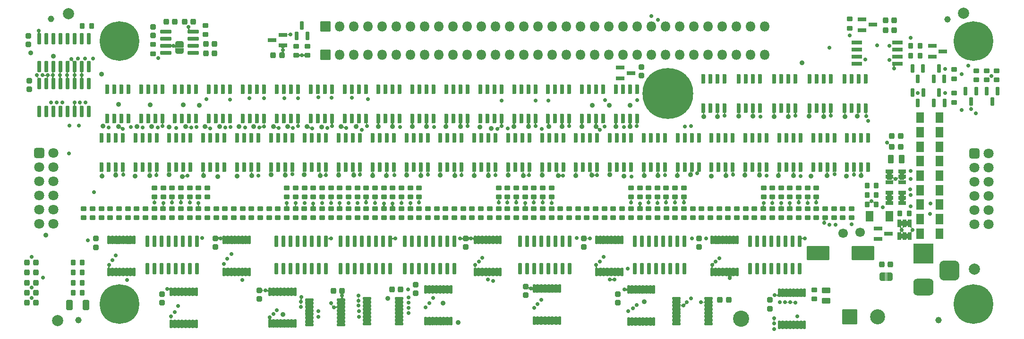
<source format=gbr>
%TF.GenerationSoftware,KiCad,Pcbnew,(6.0.0-0)*%
%TF.CreationDate,2022-08-24T22:21:49-06:00*%
%TF.ProjectId,FlippyDriver,466c6970-7079-4447-9269-7665722e6b69,C.2*%
%TF.SameCoordinates,Original*%
%TF.FileFunction,Soldermask,Top*%
%TF.FilePolarity,Negative*%
%FSLAX46Y46*%
G04 Gerber Fmt 4.6, Leading zero omitted, Abs format (unit mm)*
G04 Created by KiCad (PCBNEW (6.0.0-0)) date 2022-08-24 22:21:49*
%MOMM*%
%LPD*%
G01*
G04 APERTURE LIST*
G04 Aperture macros list*
%AMRoundRect*
0 Rectangle with rounded corners*
0 $1 Rounding radius*
0 $2 $3 $4 $5 $6 $7 $8 $9 X,Y pos of 4 corners*
0 Add a 4 corners polygon primitive as box body*
4,1,4,$2,$3,$4,$5,$6,$7,$8,$9,$2,$3,0*
0 Add four circle primitives for the rounded corners*
1,1,$1+$1,$2,$3*
1,1,$1+$1,$4,$5*
1,1,$1+$1,$6,$7*
1,1,$1+$1,$8,$9*
0 Add four rect primitives between the rounded corners*
20,1,$1+$1,$2,$3,$4,$5,0*
20,1,$1+$1,$4,$5,$6,$7,0*
20,1,$1+$1,$6,$7,$8,$9,0*
20,1,$1+$1,$8,$9,$2,$3,0*%
%AMFreePoly0*
4,1,37,0.535355,0.785355,0.550000,0.750000,0.550000,-0.750000,0.535355,-0.785355,0.500000,-0.800000,0.000000,-0.800000,-0.012524,-0.794812,-0.080857,-0.793560,-0.094851,-0.791293,-0.230166,-0.749018,-0.242962,-0.742915,-0.360972,-0.664360,-0.371540,-0.654911,-0.462760,-0.546392,-0.470252,-0.534356,-0.527347,-0.404597,-0.531159,-0.390943,-0.548742,-0.256483,-0.547388,-0.256306,-0.550000,-0.250000,
-0.550000,0.250000,-0.549522,0.251153,-0.549368,0.263802,-0.527557,0.403879,-0.523412,0.417435,-0.463164,0.545760,-0.455381,0.557609,-0.361537,0.663867,-0.350741,0.673055,-0.230846,0.748703,-0.217905,0.754492,-0.081598,0.793449,-0.067552,0.795373,-0.011991,0.795033,0.000000,0.800000,0.500000,0.800000,0.535355,0.785355,0.535355,0.785355,$1*%
%AMFreePoly1*
4,1,37,0.012350,0.794884,0.074210,0.794507,0.088231,0.792412,0.224052,0.751793,0.236921,0.745846,0.355883,0.668739,0.366566,0.659420,0.459104,0.552023,0.466742,0.540080,0.525419,0.411028,0.529398,0.397421,0.549495,0.257088,0.550000,0.250000,0.550000,-0.250000,0.549996,-0.250610,0.549847,-0.262826,0.549158,-0.270511,0.525638,-0.410312,0.521328,-0.423818,0.459516,-0.551397,
0.451589,-0.563150,0.356454,-0.668254,0.345546,-0.677309,0.224736,-0.751486,0.211726,-0.757116,0.074953,-0.794405,0.060885,-0.796158,0.011462,-0.795252,0.000000,-0.800000,-0.500000,-0.800000,-0.535355,-0.785355,-0.550000,-0.750000,-0.550000,0.750000,-0.535355,0.785355,-0.500000,0.800000,0.000000,0.800000,0.012350,0.794884,0.012350,0.794884,$1*%
G04 Aperture macros list end*
%ADD10C,1.152000*%
%ADD11RoundRect,0.050000X0.850000X-0.850000X0.850000X0.850000X-0.850000X0.850000X-0.850000X-0.850000X0*%
%ADD12O,1.800000X1.800000*%
%ADD13RoundRect,0.200000X0.150000X-0.675000X0.150000X0.675000X-0.150000X0.675000X-0.150000X-0.675000X0*%
%ADD14RoundRect,0.275000X0.250000X-0.225000X0.250000X0.225000X-0.250000X0.225000X-0.250000X-0.225000X0*%
%ADD15RoundRect,0.275000X-0.250000X0.225000X-0.250000X-0.225000X0.250000X-0.225000X0.250000X0.225000X0*%
%ADD16RoundRect,0.275000X-0.225000X-0.250000X0.225000X-0.250000X0.225000X0.250000X-0.225000X0.250000X0*%
%ADD17RoundRect,0.275000X0.225000X0.250000X-0.225000X0.250000X-0.225000X-0.250000X0.225000X-0.250000X0*%
%ADD18C,4.000000*%
%ADD19C,7.100000*%
%ADD20C,5.000000*%
%ADD21C,9.100000*%
%ADD22RoundRect,0.250000X0.200000X0.275000X-0.200000X0.275000X-0.200000X-0.275000X0.200000X-0.275000X0*%
%ADD23RoundRect,0.250000X-0.275000X0.200000X-0.275000X-0.200000X0.275000X-0.200000X0.275000X0.200000X0*%
%ADD24RoundRect,0.250000X0.275000X-0.200000X0.275000X0.200000X-0.275000X0.200000X-0.275000X-0.200000X0*%
%ADD25RoundRect,0.200000X0.512500X0.150000X-0.512500X0.150000X-0.512500X-0.150000X0.512500X-0.150000X0*%
%ADD26RoundRect,0.200000X0.150000X-0.825000X0.150000X0.825000X-0.150000X0.825000X-0.150000X-0.825000X0*%
%ADD27RoundRect,0.150000X0.100000X-0.637500X0.100000X0.637500X-0.100000X0.637500X-0.100000X-0.637500X0*%
%ADD28RoundRect,0.150000X-0.637500X-0.100000X0.637500X-0.100000X0.637500X0.100000X-0.637500X0.100000X0*%
%ADD29RoundRect,0.300000X0.475000X-0.250000X0.475000X0.250000X-0.475000X0.250000X-0.475000X-0.250000X0*%
%ADD30RoundRect,0.268750X-0.218750X-0.256250X0.218750X-0.256250X0.218750X0.256250X-0.218750X0.256250X0*%
%ADD31RoundRect,0.268750X0.218750X0.256250X-0.218750X0.256250X-0.218750X-0.256250X0.218750X-0.256250X0*%
%ADD32RoundRect,0.300000X1.750000X1.000000X-1.750000X1.000000X-1.750000X-1.000000X1.750000X-1.000000X0*%
%ADD33RoundRect,0.200000X0.150000X-0.587500X0.150000X0.587500X-0.150000X0.587500X-0.150000X-0.587500X0*%
%ADD34RoundRect,0.925000X0.875000X-0.875000X0.875000X0.875000X-0.875000X0.875000X-0.875000X-0.875000X0*%
%ADD35RoundRect,0.800000X1.000000X-0.750000X1.000000X0.750000X-1.000000X0.750000X-1.000000X-0.750000X0*%
%ADD36RoundRect,0.050000X1.750000X-1.750000X1.750000X1.750000X-1.750000X1.750000X-1.750000X-1.750000X0*%
%ADD37FreePoly0,0.000000*%
%ADD38FreePoly1,0.000000*%
%ADD39C,2.900000*%
%ADD40RoundRect,0.050000X-0.650000X-0.850000X0.650000X-0.850000X0.650000X0.850000X-0.650000X0.850000X0*%
%ADD41RoundRect,0.200000X0.150000X-0.512500X0.150000X0.512500X-0.150000X0.512500X-0.150000X-0.512500X0*%
%ADD42RoundRect,0.050000X0.650000X0.850000X-0.650000X0.850000X-0.650000X-0.850000X0.650000X-0.850000X0*%
%ADD43RoundRect,0.250000X-0.200000X-0.275000X0.200000X-0.275000X0.200000X0.275000X-0.200000X0.275000X0*%
%ADD44RoundRect,0.200000X-0.587500X-0.150000X0.587500X-0.150000X0.587500X0.150000X-0.587500X0.150000X0*%
%ADD45RoundRect,0.200000X-0.150000X0.587500X-0.150000X-0.587500X0.150000X-0.587500X0.150000X0.587500X0*%
%ADD46RoundRect,0.050000X-0.850000X-0.325000X0.850000X-0.325000X0.850000X0.325000X-0.850000X0.325000X0*%
%ADD47FreePoly0,270.000000*%
%ADD48FreePoly1,270.000000*%
%ADD49RoundRect,0.300000X0.312500X0.625000X-0.312500X0.625000X-0.312500X-0.625000X0.312500X-0.625000X0*%
%ADD50RoundRect,0.200000X0.587500X0.150000X-0.587500X0.150000X-0.587500X-0.150000X0.587500X-0.150000X0*%
%ADD51RoundRect,0.300000X0.250000X0.475000X-0.250000X0.475000X-0.250000X-0.475000X0.250000X-0.475000X0*%
%ADD52RoundRect,0.200000X-0.825000X-0.150000X0.825000X-0.150000X0.825000X0.150000X-0.825000X0.150000X0*%
%ADD53C,2.700000*%
%ADD54RoundRect,0.050000X-1.300000X-1.300000X1.300000X-1.300000X1.300000X1.300000X-1.300000X1.300000X0*%
%ADD55C,2.000000*%
%ADD56C,1.800000*%
%ADD57RoundRect,0.300000X-0.600000X-0.600000X0.600000X-0.600000X0.600000X0.600000X-0.600000X0.600000X0*%
%ADD58C,0.700000*%
%ADD59C,0.900000*%
%ADD60C,1.700000*%
G04 APERTURE END LIST*
D10*
%TO.C,REF\u002A\u002A*%
X220100000Y-123900000D03*
%TD*%
%TO.C,REF\u002A\u002A*%
X221700000Y-70000000D03*
%TD*%
%TO.C,REF\u002A\u002A*%
X61000000Y-69900000D03*
%TD*%
%TO.C,REF\u002A\u002A*%
X65900000Y-123900000D03*
%TD*%
D11*
%TO.C,J3*%
X110230000Y-76340000D03*
X110230000Y-71260000D03*
D12*
X112770000Y-76340000D03*
X112770000Y-71260000D03*
X115310000Y-76340000D03*
X115310000Y-71260000D03*
X117850000Y-76340000D03*
X117850000Y-71260000D03*
X120390000Y-76340000D03*
X120390000Y-71260000D03*
X122930000Y-76340000D03*
X122930000Y-71260000D03*
X125470000Y-76340000D03*
X125470000Y-71260000D03*
X128010000Y-76340000D03*
X128010000Y-71260000D03*
X130550000Y-76340000D03*
X130550000Y-71260000D03*
X133090000Y-76340000D03*
X133090000Y-71260000D03*
X135630000Y-76340000D03*
X135630000Y-71260000D03*
X138170000Y-76340000D03*
X138170000Y-71260000D03*
X140710000Y-76340000D03*
X140710000Y-71260000D03*
X143250000Y-76340000D03*
X143250000Y-71260000D03*
X145790000Y-76340000D03*
X145790000Y-71260000D03*
X148330000Y-76340000D03*
X148330000Y-71260000D03*
X150870000Y-76340000D03*
X150870000Y-71260000D03*
X153410000Y-76340000D03*
X153410000Y-71260000D03*
X155950000Y-76340000D03*
X155950000Y-71260000D03*
X158490000Y-76340000D03*
X158490000Y-71260000D03*
X161030000Y-76340000D03*
X161030000Y-71260000D03*
X163570000Y-76340000D03*
X163570000Y-71260000D03*
X166110000Y-76340000D03*
X166110000Y-71260000D03*
X168650000Y-76340000D03*
X168650000Y-71260000D03*
X171190000Y-76340000D03*
X171190000Y-71260000D03*
X173730000Y-76340000D03*
X173730000Y-71260000D03*
X176270000Y-76340000D03*
X176270000Y-71260000D03*
X178810000Y-76340000D03*
X178810000Y-71260000D03*
X181350000Y-76340000D03*
X181350000Y-71260000D03*
X183890000Y-76340000D03*
X183890000Y-71260000D03*
X186430000Y-76340000D03*
X186430000Y-71260000D03*
X188970000Y-76340000D03*
X188970000Y-71260000D03*
%TD*%
D13*
%TO.C,Q46*%
X88274724Y-96505000D03*
X89544724Y-96505000D03*
X90814724Y-96505000D03*
X92084724Y-96505000D03*
X92084724Y-91255000D03*
X90814724Y-91255000D03*
X89544724Y-91255000D03*
X88274724Y-91255000D03*
%TD*%
%TO.C,Q45*%
X95381003Y-87725000D03*
X96651003Y-87725000D03*
X97921003Y-87725000D03*
X99191003Y-87725000D03*
X99191003Y-82475000D03*
X97921003Y-82475000D03*
X96651003Y-82475000D03*
X95381003Y-82475000D03*
%TD*%
%TO.C,Q44*%
X89301670Y-87725000D03*
X90571670Y-87725000D03*
X91841670Y-87725000D03*
X93111670Y-87725000D03*
X93111670Y-82475000D03*
X91841670Y-82475000D03*
X90571670Y-82475000D03*
X89301670Y-82475000D03*
%TD*%
%TO.C,Q43*%
X94348948Y-96505000D03*
X95618948Y-96505000D03*
X96888948Y-96505000D03*
X98158948Y-96505000D03*
X98158948Y-91255000D03*
X96888948Y-91255000D03*
X95618948Y-91255000D03*
X94348948Y-91255000D03*
%TD*%
%TO.C,Q42*%
X82200500Y-96505000D03*
X83470500Y-96505000D03*
X84740500Y-96505000D03*
X86010500Y-96505000D03*
X86010500Y-91255000D03*
X84740500Y-91255000D03*
X83470500Y-91255000D03*
X82200500Y-91255000D03*
%TD*%
%TO.C,Q41*%
X101460336Y-87725000D03*
X102730336Y-87725000D03*
X104000336Y-87725000D03*
X105270336Y-87725000D03*
X105270336Y-82475000D03*
X104000336Y-82475000D03*
X102730336Y-82475000D03*
X101460336Y-82475000D03*
%TD*%
%TO.C,Q40*%
X83222337Y-87725000D03*
X84492337Y-87725000D03*
X85762337Y-87725000D03*
X87032337Y-87725000D03*
X87032337Y-82475000D03*
X85762337Y-82475000D03*
X84492337Y-82475000D03*
X83222337Y-82475000D03*
%TD*%
%TO.C,Q39*%
X100423172Y-96505000D03*
X101693172Y-96505000D03*
X102963172Y-96505000D03*
X104233172Y-96505000D03*
X104233172Y-91255000D03*
X102963172Y-91255000D03*
X101693172Y-91255000D03*
X100423172Y-91255000D03*
%TD*%
%TO.C,Q38*%
X76126276Y-96505000D03*
X77396276Y-96505000D03*
X78666276Y-96505000D03*
X79936276Y-96505000D03*
X79936276Y-91255000D03*
X78666276Y-91255000D03*
X77396276Y-91255000D03*
X76126276Y-91255000D03*
%TD*%
%TO.C,Q37*%
X107539669Y-87725000D03*
X108809669Y-87725000D03*
X110079669Y-87725000D03*
X111349669Y-87725000D03*
X111349669Y-82475000D03*
X110079669Y-82475000D03*
X108809669Y-82475000D03*
X107539669Y-82475000D03*
%TD*%
%TO.C,Q36*%
X77143004Y-87725000D03*
X78413004Y-87725000D03*
X79683004Y-87725000D03*
X80953004Y-87725000D03*
X80953004Y-82475000D03*
X79683004Y-82475000D03*
X78413004Y-82475000D03*
X77143004Y-82475000D03*
%TD*%
%TO.C,Q35*%
X106497396Y-96505000D03*
X107767396Y-96505000D03*
X109037396Y-96505000D03*
X110307396Y-96505000D03*
X110307396Y-91255000D03*
X109037396Y-91255000D03*
X107767396Y-91255000D03*
X106497396Y-91255000D03*
%TD*%
%TO.C,Q34*%
X70052052Y-96505000D03*
X71322052Y-96505000D03*
X72592052Y-96505000D03*
X73862052Y-96505000D03*
X73862052Y-91255000D03*
X72592052Y-91255000D03*
X71322052Y-91255000D03*
X70052052Y-91255000D03*
%TD*%
%TO.C,Q33*%
X113619002Y-87725000D03*
X114889002Y-87725000D03*
X116159002Y-87725000D03*
X117429002Y-87725000D03*
X117429002Y-82475000D03*
X116159002Y-82475000D03*
X114889002Y-82475000D03*
X113619002Y-82475000D03*
%TD*%
%TO.C,Q32*%
X71063671Y-87725000D03*
X72333671Y-87725000D03*
X73603671Y-87725000D03*
X74873671Y-87725000D03*
X74873671Y-82475000D03*
X73603671Y-82475000D03*
X72333671Y-82475000D03*
X71063671Y-82475000D03*
%TD*%
%TO.C,Q31*%
X112571620Y-96505000D03*
X113841620Y-96505000D03*
X115111620Y-96505000D03*
X116381620Y-96505000D03*
X116381620Y-91255000D03*
X115111620Y-91255000D03*
X113841620Y-91255000D03*
X112571620Y-91255000D03*
%TD*%
%TO.C,Q30*%
X203685000Y-96505000D03*
X204955000Y-96505000D03*
X206225000Y-96505000D03*
X207495000Y-96505000D03*
X207495000Y-91255000D03*
X206225000Y-91255000D03*
X204955000Y-91255000D03*
X203685000Y-91255000D03*
%TD*%
%TO.C,Q29*%
X203280008Y-85860000D03*
X204550008Y-85860000D03*
X205820008Y-85860000D03*
X207090008Y-85860000D03*
X207090008Y-80610000D03*
X205820008Y-80610000D03*
X204550008Y-80610000D03*
X203280008Y-80610000D03*
%TD*%
%TO.C,Q28*%
X197610756Y-96505000D03*
X198880756Y-96505000D03*
X200150756Y-96505000D03*
X201420756Y-96505000D03*
X201420756Y-91255000D03*
X200150756Y-91255000D03*
X198880756Y-91255000D03*
X197610756Y-91255000D03*
%TD*%
%TO.C,Q27*%
X196950008Y-85860000D03*
X198220008Y-85860000D03*
X199490008Y-85860000D03*
X200760008Y-85860000D03*
X200760008Y-80610000D03*
X199490008Y-80610000D03*
X198220008Y-80610000D03*
X196950008Y-80610000D03*
%TD*%
%TO.C,Q26*%
X191536532Y-96505000D03*
X192806532Y-96505000D03*
X194076532Y-96505000D03*
X195346532Y-96505000D03*
X195346532Y-91255000D03*
X194076532Y-91255000D03*
X192806532Y-91255000D03*
X191536532Y-91255000D03*
%TD*%
%TO.C,Q25*%
X190620008Y-85860000D03*
X191890008Y-85860000D03*
X193160008Y-85860000D03*
X194430008Y-85860000D03*
X194430008Y-80610000D03*
X193160008Y-80610000D03*
X191890008Y-80610000D03*
X190620008Y-80610000D03*
%TD*%
%TO.C,Q24*%
X185462308Y-96505000D03*
X186732308Y-96505000D03*
X188002308Y-96505000D03*
X189272308Y-96505000D03*
X189272308Y-91255000D03*
X188002308Y-91255000D03*
X186732308Y-91255000D03*
X185462308Y-91255000D03*
%TD*%
%TO.C,Q23*%
X184290008Y-85860000D03*
X185560008Y-85860000D03*
X186830008Y-85860000D03*
X188100008Y-85860000D03*
X188100008Y-80610000D03*
X186830008Y-80610000D03*
X185560008Y-80610000D03*
X184290008Y-80610000D03*
%TD*%
%TO.C,Q22*%
X179388084Y-96505000D03*
X180658084Y-96505000D03*
X181928084Y-96505000D03*
X183198084Y-96505000D03*
X183198084Y-91255000D03*
X181928084Y-91255000D03*
X180658084Y-91255000D03*
X179388084Y-91255000D03*
%TD*%
%TO.C,Q21*%
X177960008Y-85860000D03*
X179230008Y-85860000D03*
X180500008Y-85860000D03*
X181770008Y-85860000D03*
X181770008Y-80610000D03*
X180500008Y-80610000D03*
X179230008Y-80610000D03*
X177960008Y-80610000D03*
%TD*%
%TO.C,Q20*%
X173313860Y-96505000D03*
X174583860Y-96505000D03*
X175853860Y-96505000D03*
X177123860Y-96505000D03*
X177123860Y-91255000D03*
X175853860Y-91255000D03*
X174583860Y-91255000D03*
X173313860Y-91255000D03*
%TD*%
%TO.C,Q19*%
X167239636Y-96505000D03*
X168509636Y-96505000D03*
X169779636Y-96505000D03*
X171049636Y-96505000D03*
X171049636Y-91255000D03*
X169779636Y-91255000D03*
X168509636Y-91255000D03*
X167239636Y-91255000D03*
%TD*%
%TO.C,Q18*%
X161165412Y-96505000D03*
X162435412Y-96505000D03*
X163705412Y-96505000D03*
X164975412Y-96505000D03*
X164975412Y-91255000D03*
X163705412Y-91255000D03*
X162435412Y-91255000D03*
X161165412Y-91255000D03*
%TD*%
%TO.C,Q17*%
X162253679Y-87725000D03*
X163523679Y-87725000D03*
X164793679Y-87725000D03*
X166063679Y-87725000D03*
X166063679Y-82475000D03*
X164793679Y-82475000D03*
X163523679Y-82475000D03*
X162253679Y-82475000D03*
%TD*%
%TO.C,Q16*%
X155091188Y-96505000D03*
X156361188Y-96505000D03*
X157631188Y-96505000D03*
X158901188Y-96505000D03*
X158901188Y-91255000D03*
X157631188Y-91255000D03*
X156361188Y-91255000D03*
X155091188Y-91255000D03*
%TD*%
%TO.C,Q15*%
X156174333Y-87725000D03*
X157444333Y-87725000D03*
X158714333Y-87725000D03*
X159984333Y-87725000D03*
X159984333Y-82475000D03*
X158714333Y-82475000D03*
X157444333Y-82475000D03*
X156174333Y-82475000D03*
%TD*%
%TO.C,Q14*%
X149016964Y-96505000D03*
X150286964Y-96505000D03*
X151556964Y-96505000D03*
X152826964Y-96505000D03*
X152826964Y-91255000D03*
X151556964Y-91255000D03*
X150286964Y-91255000D03*
X149016964Y-91255000D03*
%TD*%
%TO.C,Q13*%
X150095000Y-87725000D03*
X151365000Y-87725000D03*
X152635000Y-87725000D03*
X153905000Y-87725000D03*
X153905000Y-82475000D03*
X152635000Y-82475000D03*
X151365000Y-82475000D03*
X150095000Y-82475000D03*
%TD*%
%TO.C,Q12*%
X142942740Y-96505000D03*
X144212740Y-96505000D03*
X145482740Y-96505000D03*
X146752740Y-96505000D03*
X146752740Y-91255000D03*
X145482740Y-91255000D03*
X144212740Y-91255000D03*
X142942740Y-91255000D03*
%TD*%
%TO.C,Q11*%
X144015667Y-87725000D03*
X145285667Y-87725000D03*
X146555667Y-87725000D03*
X147825667Y-87725000D03*
X147825667Y-82475000D03*
X146555667Y-82475000D03*
X145285667Y-82475000D03*
X144015667Y-82475000D03*
%TD*%
%TO.C,Q10*%
X136868516Y-96505000D03*
X138138516Y-96505000D03*
X139408516Y-96505000D03*
X140678516Y-96505000D03*
X140678516Y-91255000D03*
X139408516Y-91255000D03*
X138138516Y-91255000D03*
X136868516Y-91255000D03*
%TD*%
%TO.C,Q9*%
X137936334Y-87725000D03*
X139206334Y-87725000D03*
X140476334Y-87725000D03*
X141746334Y-87725000D03*
X141746334Y-82475000D03*
X140476334Y-82475000D03*
X139206334Y-82475000D03*
X137936334Y-82475000D03*
%TD*%
%TO.C,Q8*%
X130794292Y-96505000D03*
X132064292Y-96505000D03*
X133334292Y-96505000D03*
X134604292Y-96505000D03*
X134604292Y-91255000D03*
X133334292Y-91255000D03*
X132064292Y-91255000D03*
X130794292Y-91255000D03*
%TD*%
%TO.C,Q7*%
X131857001Y-87725000D03*
X133127001Y-87725000D03*
X134397001Y-87725000D03*
X135667001Y-87725000D03*
X135667001Y-82475000D03*
X134397001Y-82475000D03*
X133127001Y-82475000D03*
X131857001Y-82475000D03*
%TD*%
%TO.C,Q6*%
X124720068Y-96505000D03*
X125990068Y-96505000D03*
X127260068Y-96505000D03*
X128530068Y-96505000D03*
X128530068Y-91255000D03*
X127260068Y-91255000D03*
X125990068Y-91255000D03*
X124720068Y-91255000D03*
%TD*%
%TO.C,Q5*%
X125777668Y-87725000D03*
X127047668Y-87725000D03*
X128317668Y-87725000D03*
X129587668Y-87725000D03*
X129587668Y-82475000D03*
X128317668Y-82475000D03*
X127047668Y-82475000D03*
X125777668Y-82475000D03*
%TD*%
%TO.C,Q4*%
X118645844Y-96505000D03*
X119915844Y-96505000D03*
X121185844Y-96505000D03*
X122455844Y-96505000D03*
X122455844Y-91255000D03*
X121185844Y-91255000D03*
X119915844Y-91255000D03*
X118645844Y-91255000D03*
%TD*%
%TO.C,Q3*%
X119698335Y-87725000D03*
X120968335Y-87725000D03*
X122238335Y-87725000D03*
X123508335Y-87725000D03*
X123508335Y-82475000D03*
X122238335Y-82475000D03*
X120968335Y-82475000D03*
X119698335Y-82475000D03*
%TD*%
D14*
%TO.C,C18*%
X126400000Y-119075000D03*
X126400000Y-117525000D03*
%TD*%
D15*
%TO.C,C20*%
X69044743Y-109290000D03*
X69044743Y-110840000D03*
%TD*%
%TO.C,C21*%
X80870000Y-119225000D03*
X80870000Y-120775000D03*
%TD*%
%TO.C,C23*%
X146070000Y-117915000D03*
X146070000Y-119465000D03*
%TD*%
%TO.C,C25*%
X98360000Y-118560000D03*
X98360000Y-120110000D03*
%TD*%
%TO.C,C26*%
X177140458Y-109255000D03*
X177140458Y-110805000D03*
%TD*%
%TO.C,C27*%
X162600000Y-119225000D03*
X162600000Y-120775000D03*
%TD*%
%TO.C,C28*%
X189881250Y-120306250D03*
X189881250Y-121856250D03*
%TD*%
D16*
%TO.C,C29*%
X180925000Y-120300000D03*
X182475000Y-120300000D03*
%TD*%
D17*
%TO.C,C30*%
X123645000Y-118420000D03*
X122095000Y-118420000D03*
%TD*%
D18*
%TO.C,H1*%
X226314000Y-73914000D03*
D19*
X226314000Y-73914000D03*
%TD*%
D18*
%TO.C,H2*%
X73279000Y-73914000D03*
D19*
X73279000Y-73914000D03*
%TD*%
D18*
%TO.C,H4*%
X73279000Y-121031000D03*
D19*
X73279000Y-121031000D03*
%TD*%
D20*
%TO.C,H5*%
X171577000Y-83312000D03*
D21*
X171577000Y-83312000D03*
%TD*%
D22*
%TO.C,R8*%
X66625000Y-113600000D03*
X64975000Y-113600000D03*
%TD*%
D23*
%TO.C,R17*%
X107000000Y-74775000D03*
X107000000Y-76425000D03*
%TD*%
%TO.C,R20*%
X117495000Y-100200000D03*
X117495000Y-101850000D03*
%TD*%
%TO.C,R21*%
X122235000Y-100200000D03*
X122235000Y-101850000D03*
%TD*%
%TO.C,R22*%
X120655000Y-100200000D03*
X120655000Y-101850000D03*
%TD*%
%TO.C,R23*%
X125395000Y-100200000D03*
X125395000Y-101850000D03*
%TD*%
%TO.C,R24*%
X123815000Y-100200000D03*
X123815000Y-101850000D03*
%TD*%
%TO.C,R25*%
X141225000Y-100200000D03*
X141225000Y-101850000D03*
%TD*%
%TO.C,R26*%
X126975000Y-100200000D03*
X126975000Y-101850000D03*
%TD*%
D24*
%TO.C,R27*%
X119074438Y-105575000D03*
X119074438Y-103925000D03*
%TD*%
%TO.C,R28*%
X117492255Y-105575000D03*
X117492255Y-103925000D03*
%TD*%
%TO.C,R29*%
X122238804Y-105575000D03*
X122238804Y-103925000D03*
%TD*%
%TO.C,R30*%
X120656621Y-105575000D03*
X120656621Y-103925000D03*
%TD*%
%TO.C,R31*%
X125403170Y-105575000D03*
X125403170Y-103925000D03*
%TD*%
%TO.C,R32*%
X123820987Y-105575000D03*
X123820987Y-103925000D03*
%TD*%
%TO.C,R33*%
X141225000Y-105575000D03*
X141225000Y-103925000D03*
%TD*%
%TO.C,R34*%
X126985353Y-105575000D03*
X126985353Y-103925000D03*
%TD*%
%TO.C,R35*%
X130149719Y-105575000D03*
X130149719Y-103925000D03*
%TD*%
%TO.C,R36*%
X128567536Y-105575000D03*
X128567536Y-103925000D03*
%TD*%
%TO.C,R37*%
X133314085Y-105575000D03*
X133314085Y-103925000D03*
%TD*%
%TO.C,R38*%
X131731902Y-105575000D03*
X131731902Y-103925000D03*
%TD*%
%TO.C,R39*%
X136478451Y-105575000D03*
X136478451Y-103925000D03*
%TD*%
%TO.C,R40*%
X134896268Y-105575000D03*
X134896268Y-103925000D03*
%TD*%
%TO.C,R41*%
X139642817Y-105575000D03*
X139642817Y-103925000D03*
%TD*%
%TO.C,R42*%
X138060634Y-105575000D03*
X138060634Y-103925000D03*
%TD*%
D23*
%TO.C,R43*%
X144391666Y-100200000D03*
X144391666Y-101850000D03*
%TD*%
%TO.C,R44*%
X142808333Y-100200000D03*
X142808333Y-101850000D03*
%TD*%
%TO.C,R45*%
X147558332Y-100200000D03*
X147558332Y-101850000D03*
%TD*%
%TO.C,R46*%
X145974999Y-100200000D03*
X145974999Y-101850000D03*
%TD*%
%TO.C,R47*%
X150725000Y-100200000D03*
X150725000Y-101850000D03*
%TD*%
%TO.C,R48*%
X149141665Y-100200000D03*
X149141665Y-101850000D03*
%TD*%
%TO.C,R49*%
X166550000Y-100200000D03*
X166550000Y-101850000D03*
%TD*%
%TO.C,R50*%
X164975000Y-100200000D03*
X164975000Y-101850000D03*
%TD*%
D24*
%TO.C,R52*%
X142807183Y-105575000D03*
X142807183Y-103925000D03*
%TD*%
%TO.C,R53*%
X147553732Y-105575000D03*
X147553732Y-103925000D03*
%TD*%
%TO.C,R54*%
X145971549Y-105575000D03*
X145971549Y-103925000D03*
%TD*%
%TO.C,R55*%
X150718098Y-105575000D03*
X150718098Y-103925000D03*
%TD*%
%TO.C,R56*%
X149135915Y-105575000D03*
X149135915Y-103925000D03*
%TD*%
%TO.C,R57*%
X166539928Y-105575000D03*
X166539928Y-103925000D03*
%TD*%
%TO.C,R58*%
X164957745Y-105575000D03*
X164957745Y-103925000D03*
%TD*%
%TO.C,R59*%
X153882464Y-105575000D03*
X153882464Y-103925000D03*
%TD*%
%TO.C,R60*%
X152300281Y-105575000D03*
X152300281Y-103925000D03*
%TD*%
%TO.C,R61*%
X157046830Y-105575000D03*
X157046830Y-103925000D03*
%TD*%
%TO.C,R62*%
X155464647Y-105575000D03*
X155464647Y-103925000D03*
%TD*%
%TO.C,R63*%
X160211196Y-105575000D03*
X160211196Y-103925000D03*
%TD*%
%TO.C,R64*%
X158629013Y-105575000D03*
X158629013Y-103925000D03*
%TD*%
%TO.C,R65*%
X163375562Y-105575000D03*
X163375562Y-103925000D03*
%TD*%
D25*
%TO.C,U5*%
X213537500Y-102950000D03*
X213537500Y-102000000D03*
X213537500Y-101050000D03*
X211262500Y-101050000D03*
X211262500Y-102000000D03*
X211262500Y-102950000D03*
%TD*%
D26*
%TO.C,U8*%
X124388791Y-109775000D03*
X125658791Y-109775000D03*
X126928791Y-109775000D03*
X128198791Y-109775000D03*
X129468791Y-109775000D03*
X130738791Y-109775000D03*
X132008791Y-109775000D03*
X133278791Y-109775000D03*
X133278791Y-114725000D03*
X132008791Y-114725000D03*
X130738791Y-114725000D03*
X129468791Y-114725000D03*
X128198791Y-114725000D03*
X126928791Y-114725000D03*
X125658791Y-114725000D03*
X124388791Y-114725000D03*
%TD*%
D27*
%TO.C,U10*%
X137000000Y-109525000D03*
X137650000Y-109525000D03*
X138300000Y-109525000D03*
X138950000Y-109525000D03*
X139600000Y-109525000D03*
X140250000Y-109525000D03*
X140900000Y-109525000D03*
X141550000Y-109525000D03*
X141550000Y-115250000D03*
X140900000Y-115250000D03*
X140250000Y-115250000D03*
X139600000Y-115250000D03*
X138950000Y-115250000D03*
X138300000Y-115250000D03*
X137650000Y-115250000D03*
X137000000Y-115250000D03*
%TD*%
%TO.C,U11*%
X128125000Y-118377500D03*
X128775000Y-118377500D03*
X129425000Y-118377500D03*
X130075000Y-118377500D03*
X130725000Y-118377500D03*
X131375000Y-118377500D03*
X132025000Y-118377500D03*
X132675000Y-118377500D03*
X132675000Y-124102500D03*
X132025000Y-124102500D03*
X131375000Y-124102500D03*
X130725000Y-124102500D03*
X130075000Y-124102500D03*
X129425000Y-124102500D03*
X128775000Y-124102500D03*
X128125000Y-124102500D03*
%TD*%
%TO.C,U13*%
X82525000Y-118837500D03*
X83175000Y-118837500D03*
X83825000Y-118837500D03*
X84475000Y-118837500D03*
X85125000Y-118837500D03*
X85775000Y-118837500D03*
X86425000Y-118837500D03*
X87075000Y-118837500D03*
X87075000Y-124562500D03*
X86425000Y-124562500D03*
X85775000Y-124562500D03*
X85125000Y-124562500D03*
X84475000Y-124562500D03*
X83825000Y-124562500D03*
X83175000Y-124562500D03*
X82525000Y-124562500D03*
%TD*%
D26*
%TO.C,U14*%
X145035934Y-109775000D03*
X146305934Y-109775000D03*
X147575934Y-109775000D03*
X148845934Y-109775000D03*
X150115934Y-109775000D03*
X151385934Y-109775000D03*
X152655934Y-109775000D03*
X153925934Y-109775000D03*
X153925934Y-114725000D03*
X152655934Y-114725000D03*
X151385934Y-114725000D03*
X150115934Y-114725000D03*
X148845934Y-114725000D03*
X147575934Y-114725000D03*
X146305934Y-114725000D03*
X145035934Y-114725000D03*
%TD*%
%TO.C,U15*%
X101424029Y-109775000D03*
X102694029Y-109775000D03*
X103964029Y-109775000D03*
X105234029Y-109775000D03*
X106504029Y-109775000D03*
X107774029Y-109775000D03*
X109044029Y-109775000D03*
X110314029Y-109775000D03*
X110314029Y-114725000D03*
X109044029Y-114725000D03*
X107774029Y-114725000D03*
X106504029Y-114725000D03*
X105234029Y-114725000D03*
X103964029Y-114725000D03*
X102694029Y-114725000D03*
X101424029Y-114725000D03*
%TD*%
D27*
%TO.C,U17*%
X147595000Y-118267500D03*
X148245000Y-118267500D03*
X148895000Y-118267500D03*
X149545000Y-118267500D03*
X150195000Y-118267500D03*
X150845000Y-118267500D03*
X151495000Y-118267500D03*
X152145000Y-118267500D03*
X152145000Y-123992500D03*
X151495000Y-123992500D03*
X150845000Y-123992500D03*
X150195000Y-123992500D03*
X149545000Y-123992500D03*
X148895000Y-123992500D03*
X148245000Y-123992500D03*
X147595000Y-123992500D03*
%TD*%
%TO.C,U19*%
X100225000Y-118817500D03*
X100875000Y-118817500D03*
X101525000Y-118817500D03*
X102175000Y-118817500D03*
X102825000Y-118817500D03*
X103475000Y-118817500D03*
X104125000Y-118817500D03*
X104775000Y-118817500D03*
X104775000Y-124542500D03*
X104125000Y-124542500D03*
X103475000Y-124542500D03*
X102825000Y-124542500D03*
X102175000Y-124542500D03*
X101525000Y-124542500D03*
X100875000Y-124542500D03*
X100225000Y-124542500D03*
%TD*%
D26*
%TO.C,U20*%
X165683077Y-109775000D03*
X166953077Y-109775000D03*
X168223077Y-109775000D03*
X169493077Y-109775000D03*
X170763077Y-109775000D03*
X172033077Y-109775000D03*
X173303077Y-109775000D03*
X174573077Y-109775000D03*
X174573077Y-114725000D03*
X173303077Y-114725000D03*
X172033077Y-114725000D03*
X170763077Y-114725000D03*
X169493077Y-114725000D03*
X168223077Y-114725000D03*
X166953077Y-114725000D03*
X165683077Y-114725000D03*
%TD*%
D27*
%TO.C,U22*%
X179447839Y-109537500D03*
X180097839Y-109537500D03*
X180747839Y-109537500D03*
X181397839Y-109537500D03*
X182047839Y-109537500D03*
X182697839Y-109537500D03*
X183347839Y-109537500D03*
X183997839Y-109537500D03*
X183997839Y-115262500D03*
X183347839Y-115262500D03*
X182697839Y-115262500D03*
X182047839Y-115262500D03*
X181397839Y-115262500D03*
X180747839Y-115262500D03*
X180097839Y-115262500D03*
X179447839Y-115262500D03*
%TD*%
D26*
%TO.C,U24*%
X186330220Y-109775000D03*
X187600220Y-109775000D03*
X188870220Y-109775000D03*
X190140220Y-109775000D03*
X191410220Y-109775000D03*
X192680220Y-109775000D03*
X193950220Y-109775000D03*
X195220220Y-109775000D03*
X195220220Y-114725000D03*
X193950220Y-114725000D03*
X192680220Y-114725000D03*
X191410220Y-114725000D03*
X190140220Y-114725000D03*
X188870220Y-114725000D03*
X187600220Y-114725000D03*
X186330220Y-114725000D03*
%TD*%
D27*
%TO.C,U25*%
X191525000Y-119037500D03*
X192175000Y-119037500D03*
X192825000Y-119037500D03*
X193475000Y-119037500D03*
X194125000Y-119037500D03*
X194775000Y-119037500D03*
X195425000Y-119037500D03*
X196075000Y-119037500D03*
X196075000Y-124762500D03*
X195425000Y-124762500D03*
X194775000Y-124762500D03*
X194125000Y-124762500D03*
X193475000Y-124762500D03*
X192825000Y-124762500D03*
X192175000Y-124762500D03*
X191525000Y-124762500D03*
%TD*%
D28*
%TO.C,U27*%
X113012500Y-120235000D03*
X113012500Y-120885000D03*
X113012500Y-121535000D03*
X113012500Y-122185000D03*
X113012500Y-122835000D03*
X113012500Y-123485000D03*
X113012500Y-124135000D03*
X113012500Y-124785000D03*
X107287500Y-124785000D03*
X107287500Y-124135000D03*
X107287500Y-123485000D03*
X107287500Y-122835000D03*
X107287500Y-122185000D03*
X107287500Y-121535000D03*
X107287500Y-120885000D03*
X107287500Y-120235000D03*
%TD*%
%TO.C,U28*%
X123362500Y-120045000D03*
X123362500Y-120695000D03*
X123362500Y-121345000D03*
X123362500Y-121995000D03*
X123362500Y-122645000D03*
X123362500Y-123295000D03*
X123362500Y-123945000D03*
X123362500Y-124595000D03*
X117637500Y-124595000D03*
X117637500Y-123945000D03*
X117637500Y-123295000D03*
X117637500Y-122645000D03*
X117637500Y-121995000D03*
X117637500Y-121345000D03*
X117637500Y-120695000D03*
X117637500Y-120045000D03*
%TD*%
D25*
%TO.C,U6*%
X213537500Y-99150000D03*
X213537500Y-98200000D03*
X213537500Y-97250000D03*
X211262500Y-97250000D03*
X211262500Y-98200000D03*
X211262500Y-99150000D03*
%TD*%
D24*
%TO.C,R51*%
X144389366Y-105575000D03*
X144389366Y-103925000D03*
%TD*%
D27*
%TO.C,U12*%
X71352124Y-109537500D03*
X72002124Y-109537500D03*
X72652124Y-109537500D03*
X73302124Y-109537500D03*
X73952124Y-109537500D03*
X74602124Y-109537500D03*
X75252124Y-109537500D03*
X75902124Y-109537500D03*
X75902124Y-115262500D03*
X75252124Y-115262500D03*
X74602124Y-115262500D03*
X73952124Y-115262500D03*
X73302124Y-115262500D03*
X72652124Y-115262500D03*
X72002124Y-115262500D03*
X71352124Y-115262500D03*
%TD*%
D15*
%TO.C,C22*%
X156493315Y-109255000D03*
X156493315Y-110805000D03*
%TD*%
%TO.C,C24*%
X90450000Y-109225000D03*
X90450000Y-110775000D03*
%TD*%
D27*
%TO.C,U18*%
X91999267Y-109537500D03*
X92649267Y-109537500D03*
X93299267Y-109537500D03*
X93949267Y-109537500D03*
X94599267Y-109537500D03*
X95249267Y-109537500D03*
X95899267Y-109537500D03*
X96549267Y-109537500D03*
X96549267Y-115262500D03*
X95899267Y-115262500D03*
X95249267Y-115262500D03*
X94599267Y-115262500D03*
X93949267Y-115262500D03*
X93299267Y-115262500D03*
X92649267Y-115262500D03*
X91999267Y-115262500D03*
%TD*%
D26*
%TO.C,U21*%
X112906410Y-109775000D03*
X114176410Y-109775000D03*
X115446410Y-109775000D03*
X116716410Y-109775000D03*
X117986410Y-109775000D03*
X119256410Y-109775000D03*
X120526410Y-109775000D03*
X121796410Y-109775000D03*
X121796410Y-114725000D03*
X120526410Y-114725000D03*
X119256410Y-114725000D03*
X117986410Y-114725000D03*
X116716410Y-114725000D03*
X115446410Y-114725000D03*
X114176410Y-114725000D03*
X112906410Y-114725000D03*
%TD*%
D27*
%TO.C,U23*%
X164525000Y-118437500D03*
X165175000Y-118437500D03*
X165825000Y-118437500D03*
X166475000Y-118437500D03*
X167125000Y-118437500D03*
X167775000Y-118437500D03*
X168425000Y-118437500D03*
X169075000Y-118437500D03*
X169075000Y-124162500D03*
X168425000Y-124162500D03*
X167775000Y-124162500D03*
X167125000Y-124162500D03*
X166475000Y-124162500D03*
X165825000Y-124162500D03*
X165175000Y-124162500D03*
X164525000Y-124162500D03*
%TD*%
%TO.C,U16*%
X158800696Y-109537500D03*
X159450696Y-109537500D03*
X160100696Y-109537500D03*
X160750696Y-109537500D03*
X161400696Y-109537500D03*
X162050696Y-109537500D03*
X162700696Y-109537500D03*
X163350696Y-109537500D03*
X163350696Y-115262500D03*
X162700696Y-115262500D03*
X162050696Y-115262500D03*
X161400696Y-115262500D03*
X160750696Y-115262500D03*
X160100696Y-115262500D03*
X159450696Y-115262500D03*
X158800696Y-115262500D03*
%TD*%
D28*
%TO.C,U26*%
X178862500Y-120025000D03*
X178862500Y-120675000D03*
X178862500Y-121325000D03*
X178862500Y-121975000D03*
X178862500Y-122625000D03*
X178862500Y-123275000D03*
X178862500Y-123925000D03*
X178862500Y-124575000D03*
X173137500Y-124575000D03*
X173137500Y-123925000D03*
X173137500Y-123275000D03*
X173137500Y-122625000D03*
X173137500Y-121975000D03*
X173137500Y-121325000D03*
X173137500Y-120675000D03*
X173137500Y-120025000D03*
%TD*%
D18*
%TO.C,H3*%
X226314000Y-121031000D03*
D19*
X226314000Y-121031000D03*
%TD*%
D29*
%TO.C,C6*%
X199900000Y-120450000D03*
X199900000Y-118550000D03*
%TD*%
D30*
%TO.C,F1*%
X209912500Y-113900000D03*
X211487500Y-113900000D03*
%TD*%
D31*
%TO.C,D2*%
X58287500Y-113600000D03*
X56712500Y-113600000D03*
%TD*%
D26*
%TO.C,U9*%
X78234505Y-109775000D03*
X79504505Y-109775000D03*
X80774505Y-109775000D03*
X82044505Y-109775000D03*
X83314505Y-109775000D03*
X84584505Y-109775000D03*
X85854505Y-109775000D03*
X87124505Y-109775000D03*
X87124505Y-114725000D03*
X85854505Y-114725000D03*
X84584505Y-114725000D03*
X83314505Y-114725000D03*
X82044505Y-114725000D03*
X80774505Y-114725000D03*
X79504505Y-114725000D03*
X78234505Y-114725000D03*
%TD*%
D32*
%TO.C,C7*%
X206532500Y-111900000D03*
X198532500Y-111900000D03*
%TD*%
D22*
%TO.C,R11*%
X66625000Y-119000000D03*
X64975000Y-119000000D03*
%TD*%
D23*
%TO.C,R19*%
X119075000Y-100200000D03*
X119075000Y-101850000D03*
%TD*%
D33*
%TO.C,Q2*%
X105047000Y-72937500D03*
X106947000Y-72937500D03*
X105997000Y-71062500D03*
%TD*%
D15*
%TO.C,C19*%
X135350000Y-109275000D03*
X135350000Y-110825000D03*
%TD*%
D22*
%TO.C,R1*%
X214825000Y-104800000D03*
X213175000Y-104800000D03*
%TD*%
D17*
%TO.C,C31*%
X113165000Y-118650000D03*
X111615000Y-118650000D03*
%TD*%
D34*
%TO.C,J5*%
X222042500Y-115000000D03*
D35*
X217342500Y-118000000D03*
D36*
X217342500Y-112000000D03*
%TD*%
D37*
%TO.C,JP2*%
X210050000Y-116100000D03*
D38*
X211350000Y-116100000D03*
%TD*%
D23*
%TO.C,R13*%
X104950000Y-74775000D03*
X104950000Y-76425000D03*
%TD*%
%TO.C,R67*%
X168125000Y-100200000D03*
X168125000Y-101850000D03*
%TD*%
%TO.C,R68*%
X169700000Y-100200000D03*
X169700000Y-101850000D03*
%TD*%
D39*
%TO.C,TP6*%
X184700000Y-123700000D03*
%TD*%
D26*
%TO.C,U3*%
X58855000Y-81525000D03*
X60125000Y-81525000D03*
X61395000Y-81525000D03*
X62665000Y-81525000D03*
X63935000Y-81525000D03*
X65205000Y-81525000D03*
X66475000Y-81525000D03*
X67745000Y-81525000D03*
X67745000Y-86475000D03*
X66475000Y-86475000D03*
X65205000Y-86475000D03*
X63935000Y-86475000D03*
X62665000Y-86475000D03*
X61395000Y-86475000D03*
X60125000Y-86475000D03*
X58855000Y-86475000D03*
%TD*%
D31*
%TO.C,D3*%
X58287500Y-119000000D03*
X56712500Y-119000000D03*
%TD*%
D24*
%TO.C,R66*%
X161793379Y-105575000D03*
X161793379Y-103925000D03*
%TD*%
D40*
%TO.C,D1*%
X207750000Y-105300000D03*
X211250000Y-105300000D03*
%TD*%
D23*
%TO.C,R130*%
X85858332Y-100200000D03*
X85858332Y-101850000D03*
%TD*%
%TO.C,R106*%
X79525000Y-100200000D03*
X79525000Y-101850000D03*
%TD*%
D33*
%TO.C,Q53*%
X219250000Y-84975000D03*
X221150000Y-84975000D03*
X220200000Y-83100000D03*
%TD*%
D23*
%TO.C,R133*%
X106435000Y-100200000D03*
X106435000Y-101850000D03*
%TD*%
D41*
%TO.C,U29*%
X213050000Y-108837500D03*
X214000000Y-108837500D03*
X214950000Y-108837500D03*
X214950000Y-106562500D03*
X214000000Y-106562500D03*
X213050000Y-106562500D03*
%TD*%
D42*
%TO.C,D6*%
X220250000Y-92800000D03*
X216750000Y-92800000D03*
%TD*%
D24*
%TO.C,R85*%
X179197392Y-105575000D03*
X179197392Y-103925000D03*
%TD*%
D23*
%TO.C,R94*%
X198175000Y-100200000D03*
X198175000Y-101850000D03*
%TD*%
D24*
%TO.C,R155*%
X230500000Y-79175000D03*
X230500000Y-80825000D03*
%TD*%
%TO.C,R143*%
X93759582Y-105575000D03*
X93759582Y-103925000D03*
%TD*%
D31*
%TO.C,D15*%
X58287500Y-117200000D03*
X56712500Y-117200000D03*
%TD*%
D43*
%TO.C,R151*%
X207275000Y-103200000D03*
X208925000Y-103200000D03*
%TD*%
D24*
%TO.C,R82*%
X191854856Y-105575000D03*
X191854856Y-103925000D03*
%TD*%
%TO.C,R154*%
X88717500Y-72722500D03*
X88717500Y-71072500D03*
%TD*%
D14*
%TO.C,C16*%
X56975000Y-74500000D03*
X56975000Y-72950000D03*
%TD*%
D23*
%TO.C,R127*%
X108015000Y-100200000D03*
X108015000Y-101850000D03*
%TD*%
D24*
%TO.C,R123*%
X96923948Y-105575000D03*
X96923948Y-103925000D03*
%TD*%
%TO.C,R144*%
X74773314Y-105575000D03*
X74773314Y-103925000D03*
%TD*%
%TO.C,R120*%
X68444582Y-105575000D03*
X68444582Y-103925000D03*
%TD*%
%TO.C,R76*%
X169704294Y-105575000D03*
X169704294Y-103925000D03*
%TD*%
%TO.C,R136*%
X87430778Y-105575000D03*
X87430778Y-103925000D03*
%TD*%
%TO.C,R99*%
X199765771Y-105575000D03*
X199765771Y-103925000D03*
%TD*%
D44*
%TO.C,U4*%
X163062500Y-78650000D03*
X163062500Y-80550000D03*
X164937500Y-79600000D03*
%TD*%
D17*
%TO.C,C11*%
X86492500Y-70397500D03*
X84942500Y-70397500D03*
%TD*%
D24*
%TO.C,R77*%
X171286477Y-105575000D03*
X171286477Y-103925000D03*
%TD*%
%TO.C,R114*%
X79519863Y-105575000D03*
X79519863Y-103925000D03*
%TD*%
%TO.C,R83*%
X176033026Y-105575000D03*
X176033026Y-103925000D03*
%TD*%
D45*
%TO.C,Q48*%
X217300000Y-78762500D03*
X215400000Y-78762500D03*
X216350000Y-80637500D03*
%TD*%
D24*
%TO.C,R112*%
X81102046Y-105575000D03*
X81102046Y-103925000D03*
%TD*%
D23*
%TO.C,R104*%
X81108333Y-100200000D03*
X81108333Y-101850000D03*
%TD*%
D46*
%TO.C,U1*%
X212750000Y-74095000D03*
X212750000Y-75365000D03*
X212750000Y-76635000D03*
X212750000Y-77905000D03*
X205450000Y-77905000D03*
X205450000Y-76635000D03*
X205450000Y-75365000D03*
X205450000Y-74095000D03*
%TD*%
D24*
%TO.C,R98*%
X198183588Y-105575000D03*
X198183588Y-103925000D03*
%TD*%
%TO.C,R2*%
X197800000Y-120125000D03*
X197800000Y-118475000D03*
%TD*%
D16*
%TO.C,C8*%
X100825000Y-76400000D03*
X102375000Y-76400000D03*
%TD*%
D24*
%TO.C,R80*%
X188690490Y-105575000D03*
X188690490Y-103925000D03*
%TD*%
D45*
%TO.C,Q54*%
X229700000Y-84737500D03*
X228750000Y-82862500D03*
X230650000Y-82862500D03*
%TD*%
D23*
%TO.C,R12*%
X222900000Y-83212500D03*
X222900000Y-84862500D03*
%TD*%
%TO.C,R132*%
X103275000Y-100200000D03*
X103275000Y-101850000D03*
%TD*%
%TO.C,R128*%
X87441665Y-100200000D03*
X87441665Y-101850000D03*
%TD*%
%TO.C,R134*%
X89025000Y-100200000D03*
X89025000Y-101850000D03*
%TD*%
D47*
%TO.C,JP1*%
X84017500Y-74350000D03*
D48*
X84017500Y-75650000D03*
%TD*%
D24*
%TO.C,R96*%
X195019222Y-105575000D03*
X195019222Y-103925000D03*
%TD*%
D23*
%TO.C,R4*%
X204150000Y-69925000D03*
X204150000Y-71575000D03*
%TD*%
%TO.C,R109*%
X112755000Y-100200000D03*
X112755000Y-101850000D03*
%TD*%
D24*
%TO.C,R113*%
X115910072Y-105575000D03*
X115910072Y-103925000D03*
%TD*%
D23*
%TO.C,R69*%
X171275000Y-100200000D03*
X171275000Y-101850000D03*
%TD*%
D17*
%TO.C,C12*%
X90292500Y-74397500D03*
X88742500Y-74397500D03*
%TD*%
D45*
%TO.C,Q49*%
X217350000Y-83100000D03*
X215450000Y-83100000D03*
X216400000Y-84975000D03*
%TD*%
D31*
%TO.C,D14*%
X58287500Y-120800000D03*
X56712500Y-120800000D03*
%TD*%
D24*
%TO.C,R95*%
X193437039Y-105575000D03*
X193437039Y-103925000D03*
%TD*%
%TO.C,R147*%
X90595216Y-105575000D03*
X90595216Y-103925000D03*
%TD*%
D42*
%TO.C,D13*%
X220250000Y-90200000D03*
X216750000Y-90200000D03*
%TD*%
D23*
%TO.C,R108*%
X84274999Y-100200000D03*
X84274999Y-101850000D03*
%TD*%
%TO.C,R70*%
X172850000Y-100200000D03*
X172850000Y-101850000D03*
%TD*%
%TO.C,R73*%
X190300000Y-100200000D03*
X190300000Y-101850000D03*
%TD*%
%TO.C,R129*%
X109595000Y-100200000D03*
X109595000Y-101850000D03*
%TD*%
D24*
%TO.C,R75*%
X168122111Y-105575000D03*
X168122111Y-103925000D03*
%TD*%
%TO.C,R126*%
X70026765Y-105575000D03*
X70026765Y-103925000D03*
%TD*%
D14*
%TO.C,C32*%
X57125000Y-82550000D03*
X57125000Y-81000000D03*
%TD*%
D24*
%TO.C,R135*%
X107999157Y-105575000D03*
X107999157Y-103925000D03*
%TD*%
%TO.C,R116*%
X84266412Y-105575000D03*
X84266412Y-103925000D03*
%TD*%
D23*
%TO.C,R103*%
X114335000Y-100200000D03*
X114335000Y-101850000D03*
%TD*%
D16*
%TO.C,C4*%
X211725000Y-90900000D03*
X213275000Y-90900000D03*
%TD*%
D23*
%TO.C,R92*%
X195025000Y-100200000D03*
X195025000Y-101850000D03*
%TD*%
D24*
%TO.C,R101*%
X202930137Y-105575000D03*
X202930137Y-103925000D03*
%TD*%
D16*
%TO.C,C10*%
X81642500Y-70397500D03*
X83192500Y-70397500D03*
%TD*%
D24*
%TO.C,R124*%
X71608948Y-105575000D03*
X71608948Y-103925000D03*
%TD*%
%TO.C,R142*%
X89012961Y-105575000D03*
X89012961Y-103925000D03*
%TD*%
D49*
%TO.C,R14*%
X67262500Y-121200000D03*
X64337500Y-121200000D03*
%TD*%
D43*
%TO.C,R152*%
X207275000Y-101500000D03*
X208925000Y-101500000D03*
%TD*%
D42*
%TO.C,D4*%
X220250000Y-87600000D03*
X216750000Y-87600000D03*
%TD*%
D44*
%TO.C,Q51*%
X219012500Y-74750000D03*
X219012500Y-76650000D03*
X220887500Y-75700000D03*
%TD*%
D24*
%TO.C,R119*%
X100088314Y-105575000D03*
X100088314Y-103925000D03*
%TD*%
%TO.C,R141*%
X106416974Y-105575000D03*
X106416974Y-103925000D03*
%TD*%
%TO.C,R102*%
X204512399Y-105575000D03*
X204512399Y-103925000D03*
%TD*%
%TO.C,R145*%
X95341765Y-105575000D03*
X95341765Y-103925000D03*
%TD*%
D44*
%TO.C,Q1*%
X209262500Y-107450000D03*
X209262500Y-109350000D03*
X211137500Y-108400000D03*
%TD*%
D24*
%TO.C,R90*%
X187108307Y-105575000D03*
X187108307Y-103925000D03*
%TD*%
D23*
%TO.C,R71*%
X174425000Y-100200000D03*
X174425000Y-101850000D03*
%TD*%
D24*
%TO.C,R97*%
X196601405Y-105575000D03*
X196601405Y-103925000D03*
%TD*%
%TO.C,R125*%
X98506131Y-105575000D03*
X98506131Y-103925000D03*
%TD*%
D23*
%TO.C,R10*%
X222850000Y-78975000D03*
X222850000Y-80625000D03*
%TD*%
D42*
%TO.C,D9*%
X220250000Y-108400000D03*
X216750000Y-108400000D03*
%TD*%
D23*
%TO.C,R110*%
X82691666Y-100200000D03*
X82691666Y-101850000D03*
%TD*%
D24*
%TO.C,R88*%
X183943941Y-105575000D03*
X183943941Y-103925000D03*
%TD*%
D23*
%TO.C,R74*%
X191875000Y-100200000D03*
X191875000Y-101850000D03*
%TD*%
D24*
%TO.C,R146*%
X73191131Y-105575000D03*
X73191131Y-103925000D03*
%TD*%
%TO.C,R6*%
X228700000Y-79175000D03*
X228700000Y-80825000D03*
%TD*%
D50*
%TO.C,U2*%
X102537500Y-74650000D03*
X102537500Y-72750000D03*
X100662500Y-73700000D03*
%TD*%
D16*
%TO.C,C5*%
X211725000Y-92800000D03*
X213275000Y-92800000D03*
%TD*%
D24*
%TO.C,R115*%
X111163523Y-105575000D03*
X111163523Y-103925000D03*
%TD*%
D51*
%TO.C,C3*%
X213450000Y-95000000D03*
X211550000Y-95000000D03*
%TD*%
D42*
%TO.C,D7*%
X220250000Y-100600000D03*
X216750000Y-100600000D03*
%TD*%
D22*
%TO.C,R15*%
X66625000Y-117200000D03*
X64975000Y-117200000D03*
%TD*%
D42*
%TO.C,D12*%
X220250000Y-95400000D03*
X216750000Y-95400000D03*
%TD*%
D23*
%TO.C,R107*%
X111175000Y-100200000D03*
X111175000Y-101850000D03*
%TD*%
D52*
%TO.C,U30*%
X81542500Y-72192500D03*
X81542500Y-73462500D03*
X81542500Y-74732500D03*
X81542500Y-76002500D03*
X86492500Y-76002500D03*
X86492500Y-74732500D03*
X86492500Y-73462500D03*
X86492500Y-72192500D03*
%TD*%
D23*
%TO.C,R72*%
X188725000Y-100200000D03*
X188725000Y-101850000D03*
%TD*%
D24*
%TO.C,R122*%
X66862399Y-105575000D03*
X66862399Y-103925000D03*
%TD*%
D22*
%TO.C,R5*%
X216775000Y-76500000D03*
X215125000Y-76500000D03*
%TD*%
D42*
%TO.C,D10*%
X220250000Y-103200000D03*
X216750000Y-103200000D03*
%TD*%
D44*
%TO.C,Q47*%
X208287500Y-70950000D03*
X206412500Y-71900000D03*
X206412500Y-70000000D03*
%TD*%
D23*
%TO.C,R18*%
X79317500Y-74472500D03*
X79317500Y-76122500D03*
%TD*%
D33*
%TO.C,Q52*%
X219200000Y-80637500D03*
X221100000Y-80637500D03*
X220150000Y-78762500D03*
%TD*%
D24*
%TO.C,R84*%
X177615209Y-105575000D03*
X177615209Y-103925000D03*
%TD*%
D53*
%TO.C,J7*%
X209200000Y-123305000D03*
D54*
X204200000Y-123305000D03*
%TD*%
D24*
%TO.C,R121*%
X101677399Y-105575000D03*
X101677399Y-103925000D03*
%TD*%
%TO.C,R137*%
X109581340Y-105575000D03*
X109581340Y-103925000D03*
%TD*%
D17*
%TO.C,C2*%
X212135000Y-71965000D03*
X210585000Y-71965000D03*
%TD*%
D24*
%TO.C,R79*%
X174450843Y-105575000D03*
X174450843Y-103925000D03*
%TD*%
D31*
%TO.C,D16*%
X58287500Y-115400000D03*
X56712500Y-115400000D03*
%TD*%
D15*
%TO.C,C13*%
X79317500Y-71322500D03*
X79317500Y-72872500D03*
%TD*%
D55*
%TO.C,REF\u002A\u002A*%
X62200000Y-124000000D03*
%TD*%
D24*
%TO.C,R100*%
X201347954Y-105575000D03*
X201347954Y-103925000D03*
%TD*%
D23*
%TO.C,R91*%
X193450000Y-100200000D03*
X193450000Y-101850000D03*
%TD*%
D55*
%TO.C,REF\u002A\u002A*%
X224600000Y-68900000D03*
%TD*%
D42*
%TO.C,D8*%
X220250000Y-105800000D03*
X216750000Y-105800000D03*
%TD*%
D45*
%TO.C,Q50*%
X225900000Y-84737500D03*
X224950000Y-82862500D03*
X226850000Y-82862500D03*
%TD*%
D24*
%TO.C,R89*%
X185526124Y-105575000D03*
X185526124Y-103925000D03*
%TD*%
D17*
%TO.C,C1*%
X212125000Y-70150000D03*
X210575000Y-70150000D03*
%TD*%
D22*
%TO.C,R9*%
X216775000Y-74700000D03*
X215125000Y-74700000D03*
%TD*%
D14*
%TO.C,C9*%
X166800000Y-80075000D03*
X166800000Y-78525000D03*
%TD*%
D24*
%TO.C,R117*%
X112745706Y-105575000D03*
X112745706Y-103925000D03*
%TD*%
%TO.C,R140*%
X103252608Y-105575000D03*
X103252608Y-103925000D03*
%TD*%
D22*
%TO.C,R3*%
X68275000Y-71125000D03*
X66625000Y-71125000D03*
%TD*%
%TO.C,R16*%
X66625000Y-115400000D03*
X64975000Y-115400000D03*
%TD*%
D24*
%TO.C,R150*%
X76355497Y-105575000D03*
X76355497Y-103925000D03*
%TD*%
D23*
%TO.C,R93*%
X196600000Y-100200000D03*
X196600000Y-101850000D03*
%TD*%
%TO.C,R131*%
X104855000Y-100200000D03*
X104855000Y-101850000D03*
%TD*%
D55*
%TO.C,REF\u002A\u002A*%
X64100000Y-69000000D03*
%TD*%
D24*
%TO.C,R78*%
X172868660Y-105575000D03*
X172868660Y-103925000D03*
%TD*%
D55*
%TO.C,REF\u002A\u002A*%
X226500000Y-114800000D03*
%TD*%
D56*
%TO.C,J1*%
X229037500Y-106750000D03*
X226497500Y-106750000D03*
X229037500Y-104210000D03*
X226497500Y-104210000D03*
X229037500Y-101670000D03*
X226497500Y-101670000D03*
X229037500Y-99130000D03*
X226497500Y-99130000D03*
X229037500Y-96590000D03*
X226497500Y-96590000D03*
X229037500Y-94050000D03*
D57*
X226497500Y-94050000D03*
%TD*%
D24*
%TO.C,R148*%
X77937680Y-105575000D03*
X77937680Y-103925000D03*
%TD*%
D56*
%TO.C,J2*%
X61387500Y-106650000D03*
X58847500Y-106650000D03*
X61387500Y-104110000D03*
X58847500Y-104110000D03*
X61387500Y-101570000D03*
X58847500Y-101570000D03*
X61387500Y-99030000D03*
X58847500Y-99030000D03*
X61387500Y-96490000D03*
X58847500Y-96490000D03*
X61387500Y-93950000D03*
D57*
X58847500Y-93950000D03*
%TD*%
D24*
%TO.C,R7*%
X226900000Y-79175000D03*
X226900000Y-80825000D03*
%TD*%
D17*
%TO.C,C14*%
X90292500Y-76097500D03*
X88742500Y-76097500D03*
%TD*%
D24*
%TO.C,R138*%
X85848595Y-105575000D03*
X85848595Y-103925000D03*
%TD*%
%TO.C,R111*%
X114327889Y-105575000D03*
X114327889Y-103925000D03*
%TD*%
D42*
%TO.C,D11*%
X220250000Y-98000000D03*
X216750000Y-98000000D03*
%TD*%
D24*
%TO.C,R149*%
X92177399Y-105575000D03*
X92177399Y-103925000D03*
%TD*%
D26*
%TO.C,U7*%
X58855000Y-73475000D03*
X60125000Y-73475000D03*
X61395000Y-73475000D03*
X62665000Y-73475000D03*
X63935000Y-73475000D03*
X65205000Y-73475000D03*
X66475000Y-73475000D03*
X67745000Y-73475000D03*
X67745000Y-78425000D03*
X66475000Y-78425000D03*
X65205000Y-78425000D03*
X63935000Y-78425000D03*
X62665000Y-78425000D03*
X61395000Y-78425000D03*
X60125000Y-78425000D03*
X58855000Y-78425000D03*
%TD*%
D24*
%TO.C,R81*%
X190272673Y-105575000D03*
X190272673Y-103925000D03*
%TD*%
%TO.C,R87*%
X182361758Y-105575000D03*
X182361758Y-103925000D03*
%TD*%
%TO.C,R118*%
X82684229Y-105575000D03*
X82684229Y-103925000D03*
%TD*%
D43*
%TO.C,R153*%
X207275000Y-99800000D03*
X208925000Y-99800000D03*
%TD*%
D24*
%TO.C,R86*%
X180779575Y-105575000D03*
X180779575Y-103925000D03*
%TD*%
D23*
%TO.C,R105*%
X115915000Y-100200000D03*
X115915000Y-101850000D03*
%TD*%
D24*
%TO.C,R139*%
X104834791Y-105575000D03*
X104834791Y-103925000D03*
%TD*%
D58*
X116734450Y-89766926D03*
X113950688Y-89450688D03*
X117800000Y-84300000D03*
X114900000Y-84050000D03*
X141750000Y-84500500D03*
X73905743Y-89595633D03*
X141009669Y-89591706D03*
X71300000Y-89400000D03*
X147878528Y-84500500D03*
X110534574Y-89466802D03*
X142834339Y-89565659D03*
X107800688Y-89500688D03*
X150125458Y-84500500D03*
X148954539Y-89648948D03*
X160295016Y-84450500D03*
X111250000Y-84000000D03*
X159393090Y-89796490D03*
X108900000Y-83950000D03*
X166100000Y-84500000D03*
X80095463Y-89342379D03*
X163699500Y-89300000D03*
X77450688Y-89350688D03*
X175750000Y-89150000D03*
X104377611Y-89423764D03*
X174600000Y-89200000D03*
X101846692Y-89454683D03*
X105300000Y-84100000D03*
X102800000Y-84100000D03*
X86110106Y-89410106D03*
X83450688Y-89450688D03*
X98375682Y-89352193D03*
X95800000Y-89400000D03*
X93100000Y-84350000D03*
X207500000Y-88200000D03*
X88850500Y-84300000D03*
X92200688Y-89400688D03*
X99200000Y-84100000D03*
X89544744Y-89500000D03*
X96550000Y-84150000D03*
X72600000Y-112300000D03*
X83800000Y-121400000D03*
X93300000Y-112100000D03*
X101500000Y-122100000D03*
X63000000Y-84900000D03*
X100900000Y-122800000D03*
X62000000Y-84900000D03*
X92600000Y-112900000D03*
X83200000Y-122500000D03*
X72000000Y-113200000D03*
X61000000Y-84900000D03*
X82500000Y-123200000D03*
X71400000Y-114000000D03*
X92000000Y-113800000D03*
X100200000Y-123400000D03*
X190600000Y-125500000D03*
X179500000Y-114000000D03*
X65200000Y-84900000D03*
X128100000Y-121600000D03*
X175700000Y-120000000D03*
X158700000Y-114000000D03*
X137000000Y-114000000D03*
X147600000Y-121700000D03*
X164500000Y-122300000D03*
X190600000Y-124500000D03*
X148200000Y-121000000D03*
X165300000Y-121773500D03*
X137700000Y-113400000D03*
X128800000Y-120900000D03*
X159400000Y-113400000D03*
X66200000Y-84900000D03*
X180100000Y-113400000D03*
X175000000Y-120700000D03*
X148877708Y-120277708D03*
X67200000Y-84900000D03*
X129500000Y-119900000D03*
X190600000Y-123600000D03*
X174400000Y-121300000D03*
X166000000Y-121200000D03*
X138300000Y-112700000D03*
X180800000Y-112800000D03*
X160100000Y-112600000D03*
X200500000Y-106800000D03*
X192600000Y-120700000D03*
X199600000Y-106500000D03*
X191600000Y-120700000D03*
X194400000Y-120800000D03*
X204500000Y-106700000D03*
X193500000Y-120700000D03*
X201600000Y-106800000D03*
X124980000Y-118420000D03*
X229600000Y-80100000D03*
X169800000Y-70100000D03*
X190743750Y-119443750D03*
X136250000Y-109275000D03*
X67600000Y-109600000D03*
X85657500Y-71357500D03*
X177500000Y-120700000D03*
X210845516Y-92059511D03*
X81800000Y-118300000D03*
X91425000Y-109225000D03*
X99450000Y-118600000D03*
X216400000Y-83200000D03*
X58500000Y-80000000D03*
X163762500Y-118437500D03*
X146982500Y-118267500D03*
X178395000Y-109255000D03*
X113165000Y-119535000D03*
X57500000Y-118100000D03*
X58800000Y-72000000D03*
X157595000Y-109255000D03*
X102537500Y-75462500D03*
X211300000Y-74700000D03*
X224200000Y-79800000D03*
X224200000Y-86200000D03*
X213500000Y-107700000D03*
X221300000Y-78900000D03*
X221300000Y-83200000D03*
X211300000Y-77300000D03*
X215400000Y-107700000D03*
D59*
X106400000Y-97800000D03*
X142950000Y-97950000D03*
X185400000Y-97900000D03*
X76400000Y-89200000D03*
X57400000Y-76000000D03*
X203300000Y-87400000D03*
X156200000Y-89200000D03*
X121400000Y-120000000D03*
X125800000Y-89200000D03*
X184300000Y-87300000D03*
X60100000Y-108700000D03*
X88325000Y-98000000D03*
X179400000Y-98100000D03*
X190600000Y-87400000D03*
X124725000Y-97900000D03*
X144000000Y-89200000D03*
D58*
X200500000Y-75100000D03*
D59*
X197200000Y-98100000D03*
X134000000Y-124300000D03*
X162300000Y-89200000D03*
D58*
X161179895Y-116620104D03*
X62600000Y-80000000D03*
D59*
X112575000Y-97900000D03*
X136875000Y-98025000D03*
X196900000Y-87300000D03*
X137900000Y-89300000D03*
X150200000Y-89200000D03*
D58*
X139300000Y-116600000D03*
X164400000Y-114700000D03*
D59*
X100425000Y-97875000D03*
X70300000Y-89100000D03*
X131300000Y-120900000D03*
X191400000Y-98000000D03*
X155075000Y-98025000D03*
X167300000Y-98000000D03*
X113000000Y-89200000D03*
X82165879Y-89296544D03*
X94350000Y-98075000D03*
X203600000Y-98100000D03*
X161175000Y-97875000D03*
D58*
X105800000Y-120600000D03*
D59*
X119700000Y-89200000D03*
X88600000Y-89200000D03*
X173300000Y-98000000D03*
X100900000Y-89200000D03*
D58*
X225900000Y-86100000D03*
D59*
X149025000Y-97925000D03*
X70163714Y-98063714D03*
X167300000Y-120600000D03*
X82205503Y-97819497D03*
X76100000Y-98100000D03*
X118650000Y-98000000D03*
X130800000Y-97925000D03*
D58*
X207000000Y-77200000D03*
D59*
X94700000Y-89200000D03*
D58*
X64206033Y-94000000D03*
D59*
X102600000Y-122900000D03*
X131800000Y-89200000D03*
X106900000Y-89200000D03*
X195600000Y-77800000D03*
X178000000Y-87400000D03*
X115300000Y-97900000D03*
X134400000Y-89200000D03*
X164800000Y-85400000D03*
X97326500Y-89200000D03*
X127300000Y-98000000D03*
X139400000Y-98000000D03*
X128300000Y-89200000D03*
X145700000Y-98000000D03*
X199500000Y-87400000D03*
X72600000Y-97900000D03*
X186800000Y-87300000D03*
D58*
X196127708Y-109227708D03*
D59*
X152600000Y-89200000D03*
X163700000Y-98100000D03*
X206200000Y-98000000D03*
X146600000Y-89200000D03*
D58*
X175900000Y-109300000D03*
D59*
X180500000Y-87400000D03*
X73100000Y-89200000D03*
X85118837Y-89200000D03*
D58*
X57500000Y-119900000D03*
X134300000Y-109300000D03*
D59*
X79039504Y-89196963D03*
X164800000Y-89200000D03*
D60*
X206000000Y-108200000D03*
D59*
X161099999Y-85400001D03*
D58*
X122700000Y-109300000D03*
D59*
X87600000Y-85400000D03*
X91200000Y-89200000D03*
X84500000Y-98200000D03*
X115700000Y-89200000D03*
X169800000Y-98000000D03*
X122200000Y-89200000D03*
D58*
X111200000Y-109300000D03*
D59*
X139900000Y-89500000D03*
X158700000Y-89200000D03*
X78800000Y-85300000D03*
X182000000Y-98000000D03*
X78700000Y-97967447D03*
X194100000Y-98000000D03*
X200100000Y-98000000D03*
X188000000Y-97900000D03*
X109300000Y-98000000D03*
X84700000Y-85300000D03*
X121100000Y-98000000D03*
D60*
X203000000Y-108300000D03*
D59*
X109500000Y-89300000D03*
X193200000Y-87400000D03*
X103000000Y-97900000D03*
D58*
X88100000Y-109200000D03*
D59*
X70100000Y-79800000D03*
X133400000Y-98000000D03*
X103400000Y-89200000D03*
X73106243Y-85217396D03*
X157900000Y-97900000D03*
X175672205Y-97872205D03*
X97000000Y-98000000D03*
X158000000Y-85400000D03*
X151900000Y-98000000D03*
X205500000Y-87300000D03*
X90900000Y-98200000D03*
D58*
X155200000Y-109200000D03*
X63900000Y-80000000D03*
X59600000Y-116300000D03*
X57500000Y-112600000D03*
X82900000Y-74747500D03*
X108900000Y-123300000D03*
X116200000Y-123300000D03*
X68500000Y-77000000D03*
X209100000Y-74600000D03*
X105975000Y-76425000D03*
X212100000Y-78800000D03*
X226800000Y-86800000D03*
X125100000Y-121750000D03*
X182685445Y-116373500D03*
X125050000Y-119850000D03*
X140250000Y-116925000D03*
X125100000Y-120800000D03*
X162044309Y-116639756D03*
X125100000Y-122650000D03*
X194800000Y-123200000D03*
X66000000Y-89000000D03*
X116100000Y-119500000D03*
X116100000Y-120400000D03*
X61300000Y-80000000D03*
X60400000Y-80000000D03*
X116100000Y-121300000D03*
X105800000Y-121500000D03*
X59500000Y-80000000D03*
X64300000Y-89000000D03*
X105863249Y-119763250D03*
X66500000Y-80000000D03*
X225400000Y-78300000D03*
X65200000Y-80000000D03*
X215100000Y-73300000D03*
X123550000Y-89250000D03*
X119075000Y-102875000D03*
X117495000Y-102805000D03*
X122525000Y-97925000D03*
X129650000Y-89275000D03*
X122235000Y-102985000D03*
X120655000Y-102980000D03*
X128550000Y-97850000D03*
X135700000Y-89100000D03*
X125425000Y-102900000D03*
X134600000Y-97900000D03*
X123862292Y-102882292D03*
X141225000Y-102825000D03*
X141750000Y-89125000D03*
X126975000Y-102850000D03*
X140675000Y-97950000D03*
X147825000Y-89100000D03*
X144391666Y-102808334D03*
X146700000Y-97925000D03*
X142808333Y-102866667D03*
X153900000Y-89100000D03*
X147558332Y-102858332D03*
X152775000Y-97975000D03*
X145974999Y-102925001D03*
X150725000Y-102875000D03*
X160199001Y-89211533D03*
X158875000Y-97950000D03*
X149141665Y-102833335D03*
X166025000Y-89150000D03*
X166550000Y-102975000D03*
X164975000Y-102850000D03*
X165025000Y-98150000D03*
X171050000Y-97950000D03*
X168125000Y-102850000D03*
X176852708Y-97577708D03*
X169700000Y-102875000D03*
X181750000Y-87275000D03*
X171275000Y-102850000D03*
X183225000Y-97850000D03*
X172848708Y-102850844D03*
X188150000Y-87425000D03*
X174425000Y-102800000D03*
X188725000Y-102950000D03*
X189250000Y-97975000D03*
X194450000Y-87250000D03*
X190300000Y-102875000D03*
X191875000Y-102900000D03*
X195400000Y-98100000D03*
X193450000Y-102925000D03*
X200750000Y-87250000D03*
X195025000Y-102825000D03*
X201422023Y-97730111D03*
X196600000Y-102875000D03*
X207100000Y-87300000D03*
X198175000Y-102825000D03*
X204950000Y-97875000D03*
X116375000Y-97825000D03*
X114335000Y-102885000D03*
X75325000Y-89250000D03*
X81108333Y-102916667D03*
X115915000Y-102890000D03*
X117599001Y-89125000D03*
X79519863Y-102869863D03*
X73978170Y-97846830D03*
X110300000Y-97925000D03*
X111175000Y-102875000D03*
X81000000Y-89150000D03*
X84274999Y-102825001D03*
X112755000Y-102920000D03*
X111350000Y-89075000D03*
X79900000Y-97900000D03*
X82691666Y-102858334D03*
X108015000Y-102965000D03*
X104250000Y-97770478D03*
X87441665Y-102916665D03*
X87075000Y-89275000D03*
X105300000Y-89150000D03*
X109595000Y-102880000D03*
X85467000Y-98017954D03*
X85858332Y-102866668D03*
X104855000Y-102920000D03*
X98175000Y-97975000D03*
X93150000Y-89250000D03*
X103275000Y-102925000D03*
X106435000Y-102885000D03*
X99200000Y-89175000D03*
X103900000Y-72700000D03*
X168600000Y-69400000D03*
X218666511Y-103033489D03*
X108900000Y-122300000D03*
X208100000Y-102600000D03*
X218600000Y-104900000D03*
X215100000Y-103500000D03*
X215000000Y-100500000D03*
X116200000Y-122300000D03*
X68700000Y-101000000D03*
X74600000Y-116700000D03*
X111173500Y-120903319D03*
X95300000Y-116700000D03*
X111700000Y-121600000D03*
X67100000Y-77000000D03*
X204200000Y-72900000D03*
X210055503Y-103644497D03*
X65800000Y-77000000D03*
X215090807Y-101510000D03*
X64600000Y-77100000D03*
X212400000Y-98600000D03*
X215100000Y-97200000D03*
D59*
X61400000Y-76600000D03*
D58*
X80200000Y-76900000D03*
X215100000Y-98600000D03*
G36*
X193695754Y-124037386D02*
G01*
X193711543Y-124053147D01*
X193773611Y-124086969D01*
X193843889Y-124081881D01*
X193888676Y-124053041D01*
X193904126Y-124037565D01*
X193906057Y-124037046D01*
X193907472Y-124038459D01*
X193907204Y-124040089D01*
X193888303Y-124068376D01*
X193877000Y-124125199D01*
X193877000Y-125399801D01*
X193888303Y-125456624D01*
X193907322Y-125485088D01*
X193907453Y-125487084D01*
X193905790Y-125488195D01*
X193904246Y-125487614D01*
X193888457Y-125471853D01*
X193826389Y-125438031D01*
X193756111Y-125443119D01*
X193711324Y-125471959D01*
X193695874Y-125487435D01*
X193693943Y-125487954D01*
X193692528Y-125486541D01*
X193692796Y-125484911D01*
X193711697Y-125456624D01*
X193723000Y-125399801D01*
X193723000Y-124125199D01*
X193711697Y-124068376D01*
X193692678Y-124039912D01*
X193692547Y-124037916D01*
X193694210Y-124036805D01*
X193695754Y-124037386D01*
G37*
G36*
X193045754Y-124037386D02*
G01*
X193061543Y-124053147D01*
X193123611Y-124086969D01*
X193193889Y-124081881D01*
X193238676Y-124053041D01*
X193254126Y-124037565D01*
X193256057Y-124037046D01*
X193257472Y-124038459D01*
X193257204Y-124040089D01*
X193238303Y-124068376D01*
X193227000Y-124125199D01*
X193227000Y-125399801D01*
X193238303Y-125456624D01*
X193257322Y-125485088D01*
X193257453Y-125487084D01*
X193255790Y-125488195D01*
X193254246Y-125487614D01*
X193238457Y-125471853D01*
X193176389Y-125438031D01*
X193106111Y-125443119D01*
X193061324Y-125471959D01*
X193045874Y-125487435D01*
X193043943Y-125487954D01*
X193042528Y-125486541D01*
X193042796Y-125484911D01*
X193061697Y-125456624D01*
X193073000Y-125399801D01*
X193073000Y-124125199D01*
X193061697Y-124068376D01*
X193042678Y-124039912D01*
X193042547Y-124037916D01*
X193044210Y-124036805D01*
X193045754Y-124037386D01*
G37*
G36*
X194345754Y-124037386D02*
G01*
X194361543Y-124053147D01*
X194423611Y-124086969D01*
X194493889Y-124081881D01*
X194538676Y-124053041D01*
X194554126Y-124037565D01*
X194556057Y-124037046D01*
X194557472Y-124038459D01*
X194557204Y-124040089D01*
X194538303Y-124068376D01*
X194527000Y-124125199D01*
X194527000Y-125399801D01*
X194538303Y-125456624D01*
X194557322Y-125485088D01*
X194557453Y-125487084D01*
X194555790Y-125488195D01*
X194554246Y-125487614D01*
X194538457Y-125471853D01*
X194476389Y-125438031D01*
X194406111Y-125443119D01*
X194361324Y-125471959D01*
X194345874Y-125487435D01*
X194343943Y-125487954D01*
X194342528Y-125486541D01*
X194342796Y-125484911D01*
X194361697Y-125456624D01*
X194373000Y-125399801D01*
X194373000Y-124125199D01*
X194361697Y-124068376D01*
X194342678Y-124039912D01*
X194342547Y-124037916D01*
X194344210Y-124036805D01*
X194345754Y-124037386D01*
G37*
G36*
X194995754Y-124037386D02*
G01*
X195011543Y-124053147D01*
X195073611Y-124086969D01*
X195143889Y-124081881D01*
X195188676Y-124053041D01*
X195204126Y-124037565D01*
X195206057Y-124037046D01*
X195207472Y-124038459D01*
X195207204Y-124040089D01*
X195188303Y-124068376D01*
X195177000Y-124125199D01*
X195177000Y-125399801D01*
X195188303Y-125456624D01*
X195207322Y-125485088D01*
X195207453Y-125487084D01*
X195205790Y-125488195D01*
X195204246Y-125487614D01*
X195188457Y-125471853D01*
X195126389Y-125438031D01*
X195056111Y-125443119D01*
X195011324Y-125471959D01*
X194995874Y-125487435D01*
X194993943Y-125487954D01*
X194992528Y-125486541D01*
X194992796Y-125484911D01*
X195011697Y-125456624D01*
X195023000Y-125399801D01*
X195023000Y-124125199D01*
X195011697Y-124068376D01*
X194992678Y-124039912D01*
X194992547Y-124037916D01*
X194994210Y-124036805D01*
X194995754Y-124037386D01*
G37*
G36*
X192395754Y-124037386D02*
G01*
X192411543Y-124053147D01*
X192473611Y-124086969D01*
X192543889Y-124081881D01*
X192588676Y-124053041D01*
X192604126Y-124037565D01*
X192606057Y-124037046D01*
X192607472Y-124038459D01*
X192607204Y-124040089D01*
X192588303Y-124068376D01*
X192577000Y-124125199D01*
X192577000Y-125399801D01*
X192588303Y-125456624D01*
X192607322Y-125485088D01*
X192607453Y-125487084D01*
X192605790Y-125488195D01*
X192604246Y-125487614D01*
X192588457Y-125471853D01*
X192526389Y-125438031D01*
X192456111Y-125443119D01*
X192411324Y-125471959D01*
X192395874Y-125487435D01*
X192393943Y-125487954D01*
X192392528Y-125486541D01*
X192392796Y-125484911D01*
X192411697Y-125456624D01*
X192423000Y-125399801D01*
X192423000Y-124125199D01*
X192411697Y-124068376D01*
X192392678Y-124039912D01*
X192392547Y-124037916D01*
X192394210Y-124036805D01*
X192395754Y-124037386D01*
G37*
G36*
X195645754Y-124037386D02*
G01*
X195661543Y-124053147D01*
X195723611Y-124086969D01*
X195793889Y-124081881D01*
X195838676Y-124053041D01*
X195854126Y-124037565D01*
X195856057Y-124037046D01*
X195857472Y-124038459D01*
X195857204Y-124040089D01*
X195838303Y-124068376D01*
X195827000Y-124125199D01*
X195827000Y-125399801D01*
X195838303Y-125456624D01*
X195857322Y-125485088D01*
X195857453Y-125487084D01*
X195855790Y-125488195D01*
X195854246Y-125487614D01*
X195838457Y-125471853D01*
X195776389Y-125438031D01*
X195706111Y-125443119D01*
X195661324Y-125471959D01*
X195645874Y-125487435D01*
X195643943Y-125487954D01*
X195642528Y-125486541D01*
X195642796Y-125484911D01*
X195661697Y-125456624D01*
X195673000Y-125399801D01*
X195673000Y-124125199D01*
X195661697Y-124068376D01*
X195642678Y-124039912D01*
X195642547Y-124037916D01*
X195644210Y-124036805D01*
X195645754Y-124037386D01*
G37*
G36*
X191745754Y-124037386D02*
G01*
X191761543Y-124053147D01*
X191823611Y-124086969D01*
X191893889Y-124081881D01*
X191938676Y-124053041D01*
X191954126Y-124037565D01*
X191956057Y-124037046D01*
X191957472Y-124038459D01*
X191957204Y-124040089D01*
X191938303Y-124068376D01*
X191927000Y-124125199D01*
X191927000Y-125399801D01*
X191938303Y-125456624D01*
X191957322Y-125485088D01*
X191957453Y-125487084D01*
X191955790Y-125488195D01*
X191954246Y-125487614D01*
X191938457Y-125471853D01*
X191876389Y-125438031D01*
X191806111Y-125443119D01*
X191761324Y-125471959D01*
X191745874Y-125487435D01*
X191743943Y-125487954D01*
X191742528Y-125486541D01*
X191742796Y-125484911D01*
X191761697Y-125456624D01*
X191773000Y-125399801D01*
X191773000Y-124125199D01*
X191761697Y-124068376D01*
X191742678Y-124039912D01*
X191742547Y-124037916D01*
X191744210Y-124036805D01*
X191745754Y-124037386D01*
G37*
G36*
X86645754Y-123837386D02*
G01*
X86661543Y-123853147D01*
X86723611Y-123886969D01*
X86793889Y-123881881D01*
X86838676Y-123853041D01*
X86854126Y-123837565D01*
X86856057Y-123837046D01*
X86857472Y-123838459D01*
X86857204Y-123840089D01*
X86838303Y-123868376D01*
X86827000Y-123925199D01*
X86827000Y-125199801D01*
X86838303Y-125256624D01*
X86857322Y-125285088D01*
X86857453Y-125287084D01*
X86855790Y-125288195D01*
X86854246Y-125287614D01*
X86838457Y-125271853D01*
X86776389Y-125238031D01*
X86706111Y-125243119D01*
X86661324Y-125271959D01*
X86645874Y-125287435D01*
X86643943Y-125287954D01*
X86642528Y-125286541D01*
X86642796Y-125284911D01*
X86661697Y-125256624D01*
X86673000Y-125199801D01*
X86673000Y-123925199D01*
X86661697Y-123868376D01*
X86642678Y-123839912D01*
X86642547Y-123837916D01*
X86644210Y-123836805D01*
X86645754Y-123837386D01*
G37*
G36*
X84045754Y-123837386D02*
G01*
X84061543Y-123853147D01*
X84123611Y-123886969D01*
X84193889Y-123881881D01*
X84238676Y-123853041D01*
X84254126Y-123837565D01*
X84256057Y-123837046D01*
X84257472Y-123838459D01*
X84257204Y-123840089D01*
X84238303Y-123868376D01*
X84227000Y-123925199D01*
X84227000Y-125199801D01*
X84238303Y-125256624D01*
X84257322Y-125285088D01*
X84257453Y-125287084D01*
X84255790Y-125288195D01*
X84254246Y-125287614D01*
X84238457Y-125271853D01*
X84176389Y-125238031D01*
X84106111Y-125243119D01*
X84061324Y-125271959D01*
X84045874Y-125287435D01*
X84043943Y-125287954D01*
X84042528Y-125286541D01*
X84042796Y-125284911D01*
X84061697Y-125256624D01*
X84073000Y-125199801D01*
X84073000Y-123925199D01*
X84061697Y-123868376D01*
X84042678Y-123839912D01*
X84042547Y-123837916D01*
X84044210Y-123836805D01*
X84045754Y-123837386D01*
G37*
G36*
X85995754Y-123837386D02*
G01*
X86011543Y-123853147D01*
X86073611Y-123886969D01*
X86143889Y-123881881D01*
X86188676Y-123853041D01*
X86204126Y-123837565D01*
X86206057Y-123837046D01*
X86207472Y-123838459D01*
X86207204Y-123840089D01*
X86188303Y-123868376D01*
X86177000Y-123925199D01*
X86177000Y-125199801D01*
X86188303Y-125256624D01*
X86207322Y-125285088D01*
X86207453Y-125287084D01*
X86205790Y-125288195D01*
X86204246Y-125287614D01*
X86188457Y-125271853D01*
X86126389Y-125238031D01*
X86056111Y-125243119D01*
X86011324Y-125271959D01*
X85995874Y-125287435D01*
X85993943Y-125287954D01*
X85992528Y-125286541D01*
X85992796Y-125284911D01*
X86011697Y-125256624D01*
X86023000Y-125199801D01*
X86023000Y-123925199D01*
X86011697Y-123868376D01*
X85992678Y-123839912D01*
X85992547Y-123837916D01*
X85994210Y-123836805D01*
X85995754Y-123837386D01*
G37*
G36*
X83395754Y-123837386D02*
G01*
X83411543Y-123853147D01*
X83473611Y-123886969D01*
X83543889Y-123881881D01*
X83588676Y-123853041D01*
X83604126Y-123837565D01*
X83606057Y-123837046D01*
X83607472Y-123838459D01*
X83607204Y-123840089D01*
X83588303Y-123868376D01*
X83577000Y-123925199D01*
X83577000Y-125199801D01*
X83588303Y-125256624D01*
X83607322Y-125285088D01*
X83607453Y-125287084D01*
X83605790Y-125288195D01*
X83604246Y-125287614D01*
X83588457Y-125271853D01*
X83526389Y-125238031D01*
X83456111Y-125243119D01*
X83411324Y-125271959D01*
X83395874Y-125287435D01*
X83393943Y-125287954D01*
X83392528Y-125286541D01*
X83392796Y-125284911D01*
X83411697Y-125256624D01*
X83423000Y-125199801D01*
X83423000Y-123925199D01*
X83411697Y-123868376D01*
X83392678Y-123839912D01*
X83392547Y-123837916D01*
X83394210Y-123836805D01*
X83395754Y-123837386D01*
G37*
G36*
X85345754Y-123837386D02*
G01*
X85361543Y-123853147D01*
X85423611Y-123886969D01*
X85493889Y-123881881D01*
X85538676Y-123853041D01*
X85554126Y-123837565D01*
X85556057Y-123837046D01*
X85557472Y-123838459D01*
X85557204Y-123840089D01*
X85538303Y-123868376D01*
X85527000Y-123925199D01*
X85527000Y-125199801D01*
X85538303Y-125256624D01*
X85557322Y-125285088D01*
X85557453Y-125287084D01*
X85555790Y-125288195D01*
X85554246Y-125287614D01*
X85538457Y-125271853D01*
X85476389Y-125238031D01*
X85406111Y-125243119D01*
X85361324Y-125271959D01*
X85345874Y-125287435D01*
X85343943Y-125287954D01*
X85342528Y-125286541D01*
X85342796Y-125284911D01*
X85361697Y-125256624D01*
X85373000Y-125199801D01*
X85373000Y-123925199D01*
X85361697Y-123868376D01*
X85342678Y-123839912D01*
X85342547Y-123837916D01*
X85344210Y-123836805D01*
X85345754Y-123837386D01*
G37*
G36*
X84695754Y-123837386D02*
G01*
X84711543Y-123853147D01*
X84773611Y-123886969D01*
X84843889Y-123881881D01*
X84888676Y-123853041D01*
X84904126Y-123837565D01*
X84906057Y-123837046D01*
X84907472Y-123838459D01*
X84907204Y-123840089D01*
X84888303Y-123868376D01*
X84877000Y-123925199D01*
X84877000Y-125199801D01*
X84888303Y-125256624D01*
X84907322Y-125285088D01*
X84907453Y-125287084D01*
X84905790Y-125288195D01*
X84904246Y-125287614D01*
X84888457Y-125271853D01*
X84826389Y-125238031D01*
X84756111Y-125243119D01*
X84711324Y-125271959D01*
X84695874Y-125287435D01*
X84693943Y-125287954D01*
X84692528Y-125286541D01*
X84692796Y-125284911D01*
X84711697Y-125256624D01*
X84723000Y-125199801D01*
X84723000Y-123925199D01*
X84711697Y-123868376D01*
X84692678Y-123839912D01*
X84692547Y-123837916D01*
X84694210Y-123836805D01*
X84695754Y-123837386D01*
G37*
G36*
X82745754Y-123837386D02*
G01*
X82761543Y-123853147D01*
X82823611Y-123886969D01*
X82893889Y-123881881D01*
X82938676Y-123853041D01*
X82954126Y-123837565D01*
X82956057Y-123837046D01*
X82957472Y-123838459D01*
X82957204Y-123840089D01*
X82938303Y-123868376D01*
X82927000Y-123925199D01*
X82927000Y-125199801D01*
X82938303Y-125256624D01*
X82957322Y-125285088D01*
X82957453Y-125287084D01*
X82955790Y-125288195D01*
X82954246Y-125287614D01*
X82938457Y-125271853D01*
X82876389Y-125238031D01*
X82806111Y-125243119D01*
X82761324Y-125271959D01*
X82745874Y-125287435D01*
X82743943Y-125287954D01*
X82742528Y-125286541D01*
X82742796Y-125284911D01*
X82761697Y-125256624D01*
X82773000Y-125199801D01*
X82773000Y-123925199D01*
X82761697Y-123868376D01*
X82742678Y-123839912D01*
X82742547Y-123837916D01*
X82744210Y-123836805D01*
X82745754Y-123837386D01*
G37*
G36*
X99950578Y-123636631D02*
G01*
X99995464Y-123681517D01*
X100092471Y-123730945D01*
X100200000Y-123747975D01*
X100307529Y-123730945D01*
X100404536Y-123681517D01*
X100441877Y-123644176D01*
X100443809Y-123643658D01*
X100445223Y-123645072D01*
X100444774Y-123646932D01*
X100444261Y-123647499D01*
X100413512Y-123711146D01*
X100422031Y-123781114D01*
X100448572Y-123820201D01*
X100461545Y-123833150D01*
X100523614Y-123866970D01*
X100593892Y-123861880D01*
X100638676Y-123833041D01*
X100654126Y-123817565D01*
X100656057Y-123817046D01*
X100657472Y-123818459D01*
X100657204Y-123820089D01*
X100638303Y-123848376D01*
X100627000Y-123905199D01*
X100627000Y-125179801D01*
X100638303Y-125236624D01*
X100657322Y-125265088D01*
X100657453Y-125267084D01*
X100655790Y-125268195D01*
X100654246Y-125267614D01*
X100638457Y-125251853D01*
X100576389Y-125218031D01*
X100506111Y-125223119D01*
X100461324Y-125251959D01*
X100445874Y-125267435D01*
X100443943Y-125267954D01*
X100442528Y-125266541D01*
X100442796Y-125264911D01*
X100461697Y-125236624D01*
X100473000Y-125179801D01*
X100473000Y-123905199D01*
X100461697Y-123848376D01*
X100429624Y-123800376D01*
X100381624Y-123768303D01*
X100324801Y-123757000D01*
X100125199Y-123757000D01*
X100068376Y-123768303D01*
X100020376Y-123800376D01*
X100003075Y-123826267D01*
X100001281Y-123827152D01*
X99999618Y-123826041D01*
X99999583Y-123824347D01*
X100004962Y-123812181D01*
X100014172Y-123742099D01*
X99984087Y-123678284D01*
X99970389Y-123666366D01*
X99970171Y-123666144D01*
X99947633Y-123639332D01*
X99947284Y-123637363D01*
X99948815Y-123636076D01*
X99950578Y-123636631D01*
G37*
G36*
X101095754Y-123817386D02*
G01*
X101111543Y-123833147D01*
X101173611Y-123866969D01*
X101243889Y-123861881D01*
X101288676Y-123833041D01*
X101304126Y-123817565D01*
X101306057Y-123817046D01*
X101307472Y-123818459D01*
X101307204Y-123820089D01*
X101288303Y-123848376D01*
X101277000Y-123905199D01*
X101277000Y-125179801D01*
X101288303Y-125236624D01*
X101307322Y-125265088D01*
X101307453Y-125267084D01*
X101305790Y-125268195D01*
X101304246Y-125267614D01*
X101288457Y-125251853D01*
X101226389Y-125218031D01*
X101156111Y-125223119D01*
X101111324Y-125251959D01*
X101095874Y-125267435D01*
X101093943Y-125267954D01*
X101092528Y-125266541D01*
X101092796Y-125264911D01*
X101111697Y-125236624D01*
X101123000Y-125179801D01*
X101123000Y-123905199D01*
X101111697Y-123848376D01*
X101092678Y-123819912D01*
X101092547Y-123817916D01*
X101094210Y-123816805D01*
X101095754Y-123817386D01*
G37*
G36*
X102395754Y-123817386D02*
G01*
X102411543Y-123833147D01*
X102473611Y-123866969D01*
X102543889Y-123861881D01*
X102588676Y-123833041D01*
X102604126Y-123817565D01*
X102606057Y-123817046D01*
X102607472Y-123818459D01*
X102607204Y-123820089D01*
X102588303Y-123848376D01*
X102577000Y-123905199D01*
X102577000Y-125179801D01*
X102588303Y-125236624D01*
X102607322Y-125265088D01*
X102607453Y-125267084D01*
X102605790Y-125268195D01*
X102604246Y-125267614D01*
X102588457Y-125251853D01*
X102526389Y-125218031D01*
X102456111Y-125223119D01*
X102411324Y-125251959D01*
X102395874Y-125267435D01*
X102393943Y-125267954D01*
X102392528Y-125266541D01*
X102392796Y-125264911D01*
X102411697Y-125236624D01*
X102423000Y-125179801D01*
X102423000Y-123905199D01*
X102411697Y-123848376D01*
X102392678Y-123819912D01*
X102392547Y-123817916D01*
X102394210Y-123816805D01*
X102395754Y-123817386D01*
G37*
G36*
X103695754Y-123817386D02*
G01*
X103711543Y-123833147D01*
X103773611Y-123866969D01*
X103843889Y-123861881D01*
X103888676Y-123833041D01*
X103904126Y-123817565D01*
X103906057Y-123817046D01*
X103907472Y-123818459D01*
X103907204Y-123820089D01*
X103888303Y-123848376D01*
X103877000Y-123905199D01*
X103877000Y-125179801D01*
X103888303Y-125236624D01*
X103907322Y-125265088D01*
X103907453Y-125267084D01*
X103905790Y-125268195D01*
X103904246Y-125267614D01*
X103888457Y-125251853D01*
X103826389Y-125218031D01*
X103756111Y-125223119D01*
X103711324Y-125251959D01*
X103695874Y-125267435D01*
X103693943Y-125267954D01*
X103692528Y-125266541D01*
X103692796Y-125264911D01*
X103711697Y-125236624D01*
X103723000Y-125179801D01*
X103723000Y-123905199D01*
X103711697Y-123848376D01*
X103692678Y-123819912D01*
X103692547Y-123817916D01*
X103694210Y-123816805D01*
X103695754Y-123817386D01*
G37*
G36*
X104345754Y-123817386D02*
G01*
X104361543Y-123833147D01*
X104423611Y-123866969D01*
X104493889Y-123861881D01*
X104538676Y-123833041D01*
X104554126Y-123817565D01*
X104556057Y-123817046D01*
X104557472Y-123818459D01*
X104557204Y-123820089D01*
X104538303Y-123848376D01*
X104527000Y-123905199D01*
X104527000Y-125179801D01*
X104538303Y-125236624D01*
X104557322Y-125265088D01*
X104557453Y-125267084D01*
X104555790Y-125268195D01*
X104554246Y-125267614D01*
X104538457Y-125251853D01*
X104476389Y-125218031D01*
X104406111Y-125223119D01*
X104361324Y-125251959D01*
X104345874Y-125267435D01*
X104343943Y-125267954D01*
X104342528Y-125266541D01*
X104342796Y-125264911D01*
X104361697Y-125236624D01*
X104373000Y-125179801D01*
X104373000Y-123905199D01*
X104361697Y-123848376D01*
X104342678Y-123819912D01*
X104342547Y-123817916D01*
X104344210Y-123816805D01*
X104345754Y-123817386D01*
G37*
G36*
X103045754Y-123817386D02*
G01*
X103061543Y-123833147D01*
X103123611Y-123866969D01*
X103193889Y-123861881D01*
X103238676Y-123833041D01*
X103254126Y-123817565D01*
X103256057Y-123817046D01*
X103257472Y-123818459D01*
X103257204Y-123820089D01*
X103238303Y-123848376D01*
X103227000Y-123905199D01*
X103227000Y-125179801D01*
X103238303Y-125236624D01*
X103257322Y-125265088D01*
X103257453Y-125267084D01*
X103255790Y-125268195D01*
X103254246Y-125267614D01*
X103238457Y-125251853D01*
X103176389Y-125218031D01*
X103106111Y-125223119D01*
X103061324Y-125251959D01*
X103045874Y-125267435D01*
X103043943Y-125267954D01*
X103042528Y-125266541D01*
X103042796Y-125264911D01*
X103061697Y-125236624D01*
X103073000Y-125179801D01*
X103073000Y-123905199D01*
X103061697Y-123848376D01*
X103042678Y-123819912D01*
X103042547Y-123817916D01*
X103044210Y-123816805D01*
X103045754Y-123817386D01*
G37*
G36*
X101745754Y-123817386D02*
G01*
X101761543Y-123833147D01*
X101823611Y-123866969D01*
X101893889Y-123861881D01*
X101938676Y-123833041D01*
X101954126Y-123817565D01*
X101956057Y-123817046D01*
X101957472Y-123818459D01*
X101957204Y-123820089D01*
X101938303Y-123848376D01*
X101927000Y-123905199D01*
X101927000Y-125179801D01*
X101938303Y-125236624D01*
X101957322Y-125265088D01*
X101957453Y-125267084D01*
X101955790Y-125268195D01*
X101954246Y-125267614D01*
X101938457Y-125251853D01*
X101876389Y-125218031D01*
X101806111Y-125223119D01*
X101761324Y-125251959D01*
X101745874Y-125267435D01*
X101743943Y-125267954D01*
X101742528Y-125266541D01*
X101742796Y-125264911D01*
X101761697Y-125236624D01*
X101773000Y-125179801D01*
X101773000Y-123905199D01*
X101761697Y-123848376D01*
X101742678Y-123819912D01*
X101742547Y-123817916D01*
X101744210Y-123816805D01*
X101745754Y-123817386D01*
G37*
G36*
X165395754Y-123437386D02*
G01*
X165411543Y-123453147D01*
X165473611Y-123486969D01*
X165543889Y-123481881D01*
X165588676Y-123453041D01*
X165604126Y-123437565D01*
X165606057Y-123437046D01*
X165607472Y-123438459D01*
X165607204Y-123440089D01*
X165588303Y-123468376D01*
X165577000Y-123525199D01*
X165577000Y-124799801D01*
X165588303Y-124856624D01*
X165607322Y-124885088D01*
X165607453Y-124887084D01*
X165605790Y-124888195D01*
X165604246Y-124887614D01*
X165588457Y-124871853D01*
X165526389Y-124838031D01*
X165456111Y-124843119D01*
X165411324Y-124871959D01*
X165395874Y-124887435D01*
X165393943Y-124887954D01*
X165392528Y-124886541D01*
X165392796Y-124884911D01*
X165411697Y-124856624D01*
X165423000Y-124799801D01*
X165423000Y-123525199D01*
X165411697Y-123468376D01*
X165392678Y-123439912D01*
X165392547Y-123437916D01*
X165394210Y-123436805D01*
X165395754Y-123437386D01*
G37*
G36*
X168645754Y-123437386D02*
G01*
X168661543Y-123453147D01*
X168723611Y-123486969D01*
X168793889Y-123481881D01*
X168838676Y-123453041D01*
X168854126Y-123437565D01*
X168856057Y-123437046D01*
X168857472Y-123438459D01*
X168857204Y-123440089D01*
X168838303Y-123468376D01*
X168827000Y-123525199D01*
X168827000Y-124799801D01*
X168838303Y-124856624D01*
X168857322Y-124885088D01*
X168857453Y-124887084D01*
X168855790Y-124888195D01*
X168854246Y-124887614D01*
X168838457Y-124871853D01*
X168776389Y-124838031D01*
X168706111Y-124843119D01*
X168661324Y-124871959D01*
X168645874Y-124887435D01*
X168643943Y-124887954D01*
X168642528Y-124886541D01*
X168642796Y-124884911D01*
X168661697Y-124856624D01*
X168673000Y-124799801D01*
X168673000Y-123525199D01*
X168661697Y-123468376D01*
X168642678Y-123439912D01*
X168642547Y-123437916D01*
X168644210Y-123436805D01*
X168645754Y-123437386D01*
G37*
G36*
X166045754Y-123437386D02*
G01*
X166061543Y-123453147D01*
X166123611Y-123486969D01*
X166193889Y-123481881D01*
X166238676Y-123453041D01*
X166254126Y-123437565D01*
X166256057Y-123437046D01*
X166257472Y-123438459D01*
X166257204Y-123440089D01*
X166238303Y-123468376D01*
X166227000Y-123525199D01*
X166227000Y-124799801D01*
X166238303Y-124856624D01*
X166257322Y-124885088D01*
X166257453Y-124887084D01*
X166255790Y-124888195D01*
X166254246Y-124887614D01*
X166238457Y-124871853D01*
X166176389Y-124838031D01*
X166106111Y-124843119D01*
X166061324Y-124871959D01*
X166045874Y-124887435D01*
X166043943Y-124887954D01*
X166042528Y-124886541D01*
X166042796Y-124884911D01*
X166061697Y-124856624D01*
X166073000Y-124799801D01*
X166073000Y-123525199D01*
X166061697Y-123468376D01*
X166042678Y-123439912D01*
X166042547Y-123437916D01*
X166044210Y-123436805D01*
X166045754Y-123437386D01*
G37*
G36*
X167995754Y-123437386D02*
G01*
X168011543Y-123453147D01*
X168073611Y-123486969D01*
X168143889Y-123481881D01*
X168188676Y-123453041D01*
X168204126Y-123437565D01*
X168206057Y-123437046D01*
X168207472Y-123438459D01*
X168207204Y-123440089D01*
X168188303Y-123468376D01*
X168177000Y-123525199D01*
X168177000Y-124799801D01*
X168188303Y-124856624D01*
X168207322Y-124885088D01*
X168207453Y-124887084D01*
X168205790Y-124888195D01*
X168204246Y-124887614D01*
X168188457Y-124871853D01*
X168126389Y-124838031D01*
X168056111Y-124843119D01*
X168011324Y-124871959D01*
X167995874Y-124887435D01*
X167993943Y-124887954D01*
X167992528Y-124886541D01*
X167992796Y-124884911D01*
X168011697Y-124856624D01*
X168023000Y-124799801D01*
X168023000Y-123525199D01*
X168011697Y-123468376D01*
X167992678Y-123439912D01*
X167992547Y-123437916D01*
X167994210Y-123436805D01*
X167995754Y-123437386D01*
G37*
G36*
X166695754Y-123437386D02*
G01*
X166711543Y-123453147D01*
X166773611Y-123486969D01*
X166843889Y-123481881D01*
X166888676Y-123453041D01*
X166904126Y-123437565D01*
X166906057Y-123437046D01*
X166907472Y-123438459D01*
X166907204Y-123440089D01*
X166888303Y-123468376D01*
X166877000Y-123525199D01*
X166877000Y-124799801D01*
X166888303Y-124856624D01*
X166907322Y-124885088D01*
X166907453Y-124887084D01*
X166905790Y-124888195D01*
X166904246Y-124887614D01*
X166888457Y-124871853D01*
X166826389Y-124838031D01*
X166756111Y-124843119D01*
X166711324Y-124871959D01*
X166695874Y-124887435D01*
X166693943Y-124887954D01*
X166692528Y-124886541D01*
X166692796Y-124884911D01*
X166711697Y-124856624D01*
X166723000Y-124799801D01*
X166723000Y-123525199D01*
X166711697Y-123468376D01*
X166692678Y-123439912D01*
X166692547Y-123437916D01*
X166694210Y-123436805D01*
X166695754Y-123437386D01*
G37*
G36*
X167345754Y-123437386D02*
G01*
X167361543Y-123453147D01*
X167423611Y-123486969D01*
X167493889Y-123481881D01*
X167538676Y-123453041D01*
X167554126Y-123437565D01*
X167556057Y-123437046D01*
X167557472Y-123438459D01*
X167557204Y-123440089D01*
X167538303Y-123468376D01*
X167527000Y-123525199D01*
X167527000Y-124799801D01*
X167538303Y-124856624D01*
X167557322Y-124885088D01*
X167557453Y-124887084D01*
X167555790Y-124888195D01*
X167554246Y-124887614D01*
X167538457Y-124871853D01*
X167476389Y-124838031D01*
X167406111Y-124843119D01*
X167361324Y-124871959D01*
X167345874Y-124887435D01*
X167343943Y-124887954D01*
X167342528Y-124886541D01*
X167342796Y-124884911D01*
X167361697Y-124856624D01*
X167373000Y-124799801D01*
X167373000Y-123525199D01*
X167361697Y-123468376D01*
X167342678Y-123439912D01*
X167342547Y-123437916D01*
X167344210Y-123436805D01*
X167345754Y-123437386D01*
G37*
G36*
X164745754Y-123437386D02*
G01*
X164761543Y-123453147D01*
X164823611Y-123486969D01*
X164893889Y-123481881D01*
X164938676Y-123453041D01*
X164954126Y-123437565D01*
X164956057Y-123437046D01*
X164957472Y-123438459D01*
X164957204Y-123440089D01*
X164938303Y-123468376D01*
X164927000Y-123525199D01*
X164927000Y-124799801D01*
X164938303Y-124856624D01*
X164957322Y-124885088D01*
X164957453Y-124887084D01*
X164955790Y-124888195D01*
X164954246Y-124887614D01*
X164938457Y-124871853D01*
X164876389Y-124838031D01*
X164806111Y-124843119D01*
X164761324Y-124871959D01*
X164745874Y-124887435D01*
X164743943Y-124887954D01*
X164742528Y-124886541D01*
X164742796Y-124884911D01*
X164761697Y-124856624D01*
X164773000Y-124799801D01*
X164773000Y-123525199D01*
X164761697Y-123468376D01*
X164742678Y-123439912D01*
X164742547Y-123437916D01*
X164744210Y-123436805D01*
X164745754Y-123437386D01*
G37*
G36*
X130295754Y-123377386D02*
G01*
X130311543Y-123393147D01*
X130373611Y-123426969D01*
X130443889Y-123421881D01*
X130488676Y-123393041D01*
X130504126Y-123377565D01*
X130506057Y-123377046D01*
X130507472Y-123378459D01*
X130507204Y-123380089D01*
X130488303Y-123408376D01*
X130477000Y-123465199D01*
X130477000Y-124739801D01*
X130488303Y-124796624D01*
X130507322Y-124825088D01*
X130507453Y-124827084D01*
X130505790Y-124828195D01*
X130504246Y-124827614D01*
X130488457Y-124811853D01*
X130426389Y-124778031D01*
X130356111Y-124783119D01*
X130311324Y-124811959D01*
X130295874Y-124827435D01*
X130293943Y-124827954D01*
X130292528Y-124826541D01*
X130292796Y-124824911D01*
X130311697Y-124796624D01*
X130323000Y-124739801D01*
X130323000Y-123465199D01*
X130311697Y-123408376D01*
X130292678Y-123379912D01*
X130292547Y-123377916D01*
X130294210Y-123376805D01*
X130295754Y-123377386D01*
G37*
G36*
X132245754Y-123377386D02*
G01*
X132261543Y-123393147D01*
X132323611Y-123426969D01*
X132393889Y-123421881D01*
X132438676Y-123393041D01*
X132454126Y-123377565D01*
X132456057Y-123377046D01*
X132457472Y-123378459D01*
X132457204Y-123380089D01*
X132438303Y-123408376D01*
X132427000Y-123465199D01*
X132427000Y-124739801D01*
X132438303Y-124796624D01*
X132457322Y-124825088D01*
X132457453Y-124827084D01*
X132455790Y-124828195D01*
X132454246Y-124827614D01*
X132438457Y-124811853D01*
X132376389Y-124778031D01*
X132306111Y-124783119D01*
X132261324Y-124811959D01*
X132245874Y-124827435D01*
X132243943Y-124827954D01*
X132242528Y-124826541D01*
X132242796Y-124824911D01*
X132261697Y-124796624D01*
X132273000Y-124739801D01*
X132273000Y-123465199D01*
X132261697Y-123408376D01*
X132242678Y-123379912D01*
X132242547Y-123377916D01*
X132244210Y-123376805D01*
X132245754Y-123377386D01*
G37*
G36*
X130945754Y-123377386D02*
G01*
X130961543Y-123393147D01*
X131023611Y-123426969D01*
X131093889Y-123421881D01*
X131138676Y-123393041D01*
X131154126Y-123377565D01*
X131156057Y-123377046D01*
X131157472Y-123378459D01*
X131157204Y-123380089D01*
X131138303Y-123408376D01*
X131127000Y-123465199D01*
X131127000Y-124739801D01*
X131138303Y-124796624D01*
X131157322Y-124825088D01*
X131157453Y-124827084D01*
X131155790Y-124828195D01*
X131154246Y-124827614D01*
X131138457Y-124811853D01*
X131076389Y-124778031D01*
X131006111Y-124783119D01*
X130961324Y-124811959D01*
X130945874Y-124827435D01*
X130943943Y-124827954D01*
X130942528Y-124826541D01*
X130942796Y-124824911D01*
X130961697Y-124796624D01*
X130973000Y-124739801D01*
X130973000Y-123465199D01*
X130961697Y-123408376D01*
X130942678Y-123379912D01*
X130942547Y-123377916D01*
X130944210Y-123376805D01*
X130945754Y-123377386D01*
G37*
G36*
X129645754Y-123377386D02*
G01*
X129661543Y-123393147D01*
X129723611Y-123426969D01*
X129793889Y-123421881D01*
X129838676Y-123393041D01*
X129854126Y-123377565D01*
X129856057Y-123377046D01*
X129857472Y-123378459D01*
X129857204Y-123380089D01*
X129838303Y-123408376D01*
X129827000Y-123465199D01*
X129827000Y-124739801D01*
X129838303Y-124796624D01*
X129857322Y-124825088D01*
X129857453Y-124827084D01*
X129855790Y-124828195D01*
X129854246Y-124827614D01*
X129838457Y-124811853D01*
X129776389Y-124778031D01*
X129706111Y-124783119D01*
X129661324Y-124811959D01*
X129645874Y-124827435D01*
X129643943Y-124827954D01*
X129642528Y-124826541D01*
X129642796Y-124824911D01*
X129661697Y-124796624D01*
X129673000Y-124739801D01*
X129673000Y-123465199D01*
X129661697Y-123408376D01*
X129642678Y-123379912D01*
X129642547Y-123377916D01*
X129644210Y-123376805D01*
X129645754Y-123377386D01*
G37*
G36*
X131595754Y-123377386D02*
G01*
X131611543Y-123393147D01*
X131673611Y-123426969D01*
X131743889Y-123421881D01*
X131788676Y-123393041D01*
X131804126Y-123377565D01*
X131806057Y-123377046D01*
X131807472Y-123378459D01*
X131807204Y-123380089D01*
X131788303Y-123408376D01*
X131777000Y-123465199D01*
X131777000Y-124739801D01*
X131788303Y-124796624D01*
X131807322Y-124825088D01*
X131807453Y-124827084D01*
X131805790Y-124828195D01*
X131804246Y-124827614D01*
X131788457Y-124811853D01*
X131726389Y-124778031D01*
X131656111Y-124783119D01*
X131611324Y-124811959D01*
X131595874Y-124827435D01*
X131593943Y-124827954D01*
X131592528Y-124826541D01*
X131592796Y-124824911D01*
X131611697Y-124796624D01*
X131623000Y-124739801D01*
X131623000Y-123465199D01*
X131611697Y-123408376D01*
X131592678Y-123379912D01*
X131592547Y-123377916D01*
X131594210Y-123376805D01*
X131595754Y-123377386D01*
G37*
G36*
X128995754Y-123377386D02*
G01*
X129011543Y-123393147D01*
X129073611Y-123426969D01*
X129143889Y-123421881D01*
X129188676Y-123393041D01*
X129204126Y-123377565D01*
X129206057Y-123377046D01*
X129207472Y-123378459D01*
X129207204Y-123380089D01*
X129188303Y-123408376D01*
X129177000Y-123465199D01*
X129177000Y-124739801D01*
X129188303Y-124796624D01*
X129207322Y-124825088D01*
X129207453Y-124827084D01*
X129205790Y-124828195D01*
X129204246Y-124827614D01*
X129188457Y-124811853D01*
X129126389Y-124778031D01*
X129056111Y-124783119D01*
X129011324Y-124811959D01*
X128995874Y-124827435D01*
X128993943Y-124827954D01*
X128992528Y-124826541D01*
X128992796Y-124824911D01*
X129011697Y-124796624D01*
X129023000Y-124739801D01*
X129023000Y-123465199D01*
X129011697Y-123408376D01*
X128992678Y-123379912D01*
X128992547Y-123377916D01*
X128994210Y-123376805D01*
X128995754Y-123377386D01*
G37*
G36*
X128345754Y-123377386D02*
G01*
X128361543Y-123393147D01*
X128423611Y-123426969D01*
X128493889Y-123421881D01*
X128538676Y-123393041D01*
X128554126Y-123377565D01*
X128556057Y-123377046D01*
X128557472Y-123378459D01*
X128557204Y-123380089D01*
X128538303Y-123408376D01*
X128527000Y-123465199D01*
X128527000Y-124739801D01*
X128538303Y-124796624D01*
X128557322Y-124825088D01*
X128557453Y-124827084D01*
X128555790Y-124828195D01*
X128554246Y-124827614D01*
X128538457Y-124811853D01*
X128476389Y-124778031D01*
X128406111Y-124783119D01*
X128361324Y-124811959D01*
X128345874Y-124827435D01*
X128343943Y-124827954D01*
X128342528Y-124826541D01*
X128342796Y-124824911D01*
X128361697Y-124796624D01*
X128373000Y-124739801D01*
X128373000Y-123465199D01*
X128361697Y-123408376D01*
X128342678Y-123379912D01*
X128342547Y-123377916D01*
X128344210Y-123376805D01*
X128345754Y-123377386D01*
G37*
G36*
X151065754Y-123267386D02*
G01*
X151081543Y-123283147D01*
X151143611Y-123316969D01*
X151213889Y-123311881D01*
X151258676Y-123283041D01*
X151274126Y-123267565D01*
X151276057Y-123267046D01*
X151277472Y-123268459D01*
X151277204Y-123270089D01*
X151258303Y-123298376D01*
X151247000Y-123355199D01*
X151247000Y-124629801D01*
X151258303Y-124686624D01*
X151277322Y-124715088D01*
X151277453Y-124717084D01*
X151275790Y-124718195D01*
X151274246Y-124717614D01*
X151258457Y-124701853D01*
X151196389Y-124668031D01*
X151126111Y-124673119D01*
X151081324Y-124701959D01*
X151065874Y-124717435D01*
X151063943Y-124717954D01*
X151062528Y-124716541D01*
X151062796Y-124714911D01*
X151081697Y-124686624D01*
X151093000Y-124629801D01*
X151093000Y-123355199D01*
X151081697Y-123298376D01*
X151062678Y-123269912D01*
X151062547Y-123267916D01*
X151064210Y-123266805D01*
X151065754Y-123267386D01*
G37*
G36*
X149765754Y-123267386D02*
G01*
X149781543Y-123283147D01*
X149843611Y-123316969D01*
X149913889Y-123311881D01*
X149958676Y-123283041D01*
X149974126Y-123267565D01*
X149976057Y-123267046D01*
X149977472Y-123268459D01*
X149977204Y-123270089D01*
X149958303Y-123298376D01*
X149947000Y-123355199D01*
X149947000Y-124629801D01*
X149958303Y-124686624D01*
X149977322Y-124715088D01*
X149977453Y-124717084D01*
X149975790Y-124718195D01*
X149974246Y-124717614D01*
X149958457Y-124701853D01*
X149896389Y-124668031D01*
X149826111Y-124673119D01*
X149781324Y-124701959D01*
X149765874Y-124717435D01*
X149763943Y-124717954D01*
X149762528Y-124716541D01*
X149762796Y-124714911D01*
X149781697Y-124686624D01*
X149793000Y-124629801D01*
X149793000Y-123355199D01*
X149781697Y-123298376D01*
X149762678Y-123269912D01*
X149762547Y-123267916D01*
X149764210Y-123266805D01*
X149765754Y-123267386D01*
G37*
G36*
X148465754Y-123267386D02*
G01*
X148481543Y-123283147D01*
X148543611Y-123316969D01*
X148613889Y-123311881D01*
X148658676Y-123283041D01*
X148674126Y-123267565D01*
X148676057Y-123267046D01*
X148677472Y-123268459D01*
X148677204Y-123270089D01*
X148658303Y-123298376D01*
X148647000Y-123355199D01*
X148647000Y-124629801D01*
X148658303Y-124686624D01*
X148677322Y-124715088D01*
X148677453Y-124717084D01*
X148675790Y-124718195D01*
X148674246Y-124717614D01*
X148658457Y-124701853D01*
X148596389Y-124668031D01*
X148526111Y-124673119D01*
X148481324Y-124701959D01*
X148465874Y-124717435D01*
X148463943Y-124717954D01*
X148462528Y-124716541D01*
X148462796Y-124714911D01*
X148481697Y-124686624D01*
X148493000Y-124629801D01*
X148493000Y-123355199D01*
X148481697Y-123298376D01*
X148462678Y-123269912D01*
X148462547Y-123267916D01*
X148464210Y-123266805D01*
X148465754Y-123267386D01*
G37*
G36*
X147815754Y-123267386D02*
G01*
X147831543Y-123283147D01*
X147893611Y-123316969D01*
X147963889Y-123311881D01*
X148008676Y-123283041D01*
X148024126Y-123267565D01*
X148026057Y-123267046D01*
X148027472Y-123268459D01*
X148027204Y-123270089D01*
X148008303Y-123298376D01*
X147997000Y-123355199D01*
X147997000Y-124629801D01*
X148008303Y-124686624D01*
X148027322Y-124715088D01*
X148027453Y-124717084D01*
X148025790Y-124718195D01*
X148024246Y-124717614D01*
X148008457Y-124701853D01*
X147946389Y-124668031D01*
X147876111Y-124673119D01*
X147831324Y-124701959D01*
X147815874Y-124717435D01*
X147813943Y-124717954D01*
X147812528Y-124716541D01*
X147812796Y-124714911D01*
X147831697Y-124686624D01*
X147843000Y-124629801D01*
X147843000Y-123355199D01*
X147831697Y-123298376D01*
X147812678Y-123269912D01*
X147812547Y-123267916D01*
X147814210Y-123266805D01*
X147815754Y-123267386D01*
G37*
G36*
X150415754Y-123267386D02*
G01*
X150431543Y-123283147D01*
X150493611Y-123316969D01*
X150563889Y-123311881D01*
X150608676Y-123283041D01*
X150624126Y-123267565D01*
X150626057Y-123267046D01*
X150627472Y-123268459D01*
X150627204Y-123270089D01*
X150608303Y-123298376D01*
X150597000Y-123355199D01*
X150597000Y-124629801D01*
X150608303Y-124686624D01*
X150627322Y-124715088D01*
X150627453Y-124717084D01*
X150625790Y-124718195D01*
X150624246Y-124717614D01*
X150608457Y-124701853D01*
X150546389Y-124668031D01*
X150476111Y-124673119D01*
X150431324Y-124701959D01*
X150415874Y-124717435D01*
X150413943Y-124717954D01*
X150412528Y-124716541D01*
X150412796Y-124714911D01*
X150431697Y-124686624D01*
X150443000Y-124629801D01*
X150443000Y-123355199D01*
X150431697Y-123298376D01*
X150412678Y-123269912D01*
X150412547Y-123267916D01*
X150414210Y-123266805D01*
X150415754Y-123267386D01*
G37*
G36*
X151715754Y-123267386D02*
G01*
X151731543Y-123283147D01*
X151793611Y-123316969D01*
X151863889Y-123311881D01*
X151908676Y-123283041D01*
X151924126Y-123267565D01*
X151926057Y-123267046D01*
X151927472Y-123268459D01*
X151927204Y-123270089D01*
X151908303Y-123298376D01*
X151897000Y-123355199D01*
X151897000Y-124629801D01*
X151908303Y-124686624D01*
X151927322Y-124715088D01*
X151927453Y-124717084D01*
X151925790Y-124718195D01*
X151924246Y-124717614D01*
X151908457Y-124701853D01*
X151846389Y-124668031D01*
X151776111Y-124673119D01*
X151731324Y-124701959D01*
X151715874Y-124717435D01*
X151713943Y-124717954D01*
X151712528Y-124716541D01*
X151712796Y-124714911D01*
X151731697Y-124686624D01*
X151743000Y-124629801D01*
X151743000Y-123355199D01*
X151731697Y-123298376D01*
X151712678Y-123269912D01*
X151712547Y-123267916D01*
X151714210Y-123266805D01*
X151715754Y-123267386D01*
G37*
G36*
X149115754Y-123267386D02*
G01*
X149131543Y-123283147D01*
X149193611Y-123316969D01*
X149263889Y-123311881D01*
X149308676Y-123283041D01*
X149324126Y-123267565D01*
X149326057Y-123267046D01*
X149327472Y-123268459D01*
X149327204Y-123270089D01*
X149308303Y-123298376D01*
X149297000Y-123355199D01*
X149297000Y-124629801D01*
X149308303Y-124686624D01*
X149327322Y-124715088D01*
X149327453Y-124717084D01*
X149325790Y-124718195D01*
X149324246Y-124717614D01*
X149308457Y-124701853D01*
X149246389Y-124668031D01*
X149176111Y-124673119D01*
X149131324Y-124701959D01*
X149115874Y-124717435D01*
X149113943Y-124717954D01*
X149112528Y-124716541D01*
X149112796Y-124714911D01*
X149131697Y-124686624D01*
X149143000Y-124629801D01*
X149143000Y-123355199D01*
X149131697Y-123298376D01*
X149112678Y-123269912D01*
X149112547Y-123267916D01*
X149114210Y-123266805D01*
X149115754Y-123267386D01*
G37*
G36*
X106565089Y-124352796D02*
G01*
X106593376Y-124371697D01*
X106650199Y-124383000D01*
X107924801Y-124383000D01*
X107981624Y-124371697D01*
X108010088Y-124352678D01*
X108012084Y-124352547D01*
X108013195Y-124354210D01*
X108012614Y-124355754D01*
X107996853Y-124371543D01*
X107963031Y-124433611D01*
X107968119Y-124503889D01*
X107996959Y-124548676D01*
X108012435Y-124564126D01*
X108012954Y-124566057D01*
X108011541Y-124567472D01*
X108009911Y-124567204D01*
X107981624Y-124548303D01*
X107924801Y-124537000D01*
X106650199Y-124537000D01*
X106593376Y-124548303D01*
X106564912Y-124567322D01*
X106562916Y-124567453D01*
X106561805Y-124565790D01*
X106562386Y-124564246D01*
X106578147Y-124548457D01*
X106611969Y-124486389D01*
X106606881Y-124416111D01*
X106578041Y-124371324D01*
X106562565Y-124355874D01*
X106562046Y-124353943D01*
X106563459Y-124352528D01*
X106565089Y-124352796D01*
G37*
G36*
X112290089Y-124352796D02*
G01*
X112318376Y-124371697D01*
X112375199Y-124383000D01*
X113649801Y-124383000D01*
X113706624Y-124371697D01*
X113735088Y-124352678D01*
X113737084Y-124352547D01*
X113738195Y-124354210D01*
X113737614Y-124355754D01*
X113721853Y-124371543D01*
X113688031Y-124433611D01*
X113693119Y-124503889D01*
X113721959Y-124548676D01*
X113737435Y-124564126D01*
X113737954Y-124566057D01*
X113736541Y-124567472D01*
X113734911Y-124567204D01*
X113706624Y-124548303D01*
X113649801Y-124537000D01*
X112375199Y-124537000D01*
X112318376Y-124548303D01*
X112289912Y-124567322D01*
X112287916Y-124567453D01*
X112286805Y-124565790D01*
X112287386Y-124564246D01*
X112303147Y-124548457D01*
X112336969Y-124486389D01*
X112331881Y-124416111D01*
X112303041Y-124371324D01*
X112287565Y-124355874D01*
X112287046Y-124353943D01*
X112288459Y-124352528D01*
X112290089Y-124352796D01*
G37*
G36*
X116915089Y-124162796D02*
G01*
X116943376Y-124181697D01*
X117000199Y-124193000D01*
X118274801Y-124193000D01*
X118331624Y-124181697D01*
X118360088Y-124162678D01*
X118362084Y-124162547D01*
X118363195Y-124164210D01*
X118362614Y-124165754D01*
X118346853Y-124181543D01*
X118313031Y-124243611D01*
X118318119Y-124313889D01*
X118346959Y-124358676D01*
X118362435Y-124374126D01*
X118362954Y-124376057D01*
X118361541Y-124377472D01*
X118359911Y-124377204D01*
X118331624Y-124358303D01*
X118274801Y-124347000D01*
X117000199Y-124347000D01*
X116943376Y-124358303D01*
X116914912Y-124377322D01*
X116912916Y-124377453D01*
X116911805Y-124375790D01*
X116912386Y-124374246D01*
X116928147Y-124358457D01*
X116961969Y-124296389D01*
X116956881Y-124226111D01*
X116928041Y-124181324D01*
X116912565Y-124165874D01*
X116912046Y-124163943D01*
X116913459Y-124162528D01*
X116915089Y-124162796D01*
G37*
G36*
X122640089Y-124162796D02*
G01*
X122668376Y-124181697D01*
X122725199Y-124193000D01*
X123999801Y-124193000D01*
X124056624Y-124181697D01*
X124085088Y-124162678D01*
X124087084Y-124162547D01*
X124088195Y-124164210D01*
X124087614Y-124165754D01*
X124071853Y-124181543D01*
X124038031Y-124243611D01*
X124043119Y-124313889D01*
X124071959Y-124358676D01*
X124087435Y-124374126D01*
X124087954Y-124376057D01*
X124086541Y-124377472D01*
X124084911Y-124377204D01*
X124056624Y-124358303D01*
X123999801Y-124347000D01*
X122725199Y-124347000D01*
X122668376Y-124358303D01*
X122639912Y-124377322D01*
X122637916Y-124377453D01*
X122636805Y-124375790D01*
X122637386Y-124374246D01*
X122653147Y-124358457D01*
X122686969Y-124296389D01*
X122681881Y-124226111D01*
X122653041Y-124181324D01*
X122637565Y-124165874D01*
X122637046Y-124163943D01*
X122638459Y-124162528D01*
X122640089Y-124162796D01*
G37*
G36*
X178140089Y-124142796D02*
G01*
X178168376Y-124161697D01*
X178225199Y-124173000D01*
X179499801Y-124173000D01*
X179556624Y-124161697D01*
X179585088Y-124142678D01*
X179587084Y-124142547D01*
X179588195Y-124144210D01*
X179587614Y-124145754D01*
X179571853Y-124161543D01*
X179538031Y-124223611D01*
X179543119Y-124293889D01*
X179571959Y-124338676D01*
X179587435Y-124354126D01*
X179587954Y-124356057D01*
X179586541Y-124357472D01*
X179584911Y-124357204D01*
X179556624Y-124338303D01*
X179499801Y-124327000D01*
X178225199Y-124327000D01*
X178168376Y-124338303D01*
X178139912Y-124357322D01*
X178137916Y-124357453D01*
X178136805Y-124355790D01*
X178137386Y-124354246D01*
X178153147Y-124338457D01*
X178186969Y-124276389D01*
X178181881Y-124206111D01*
X178153041Y-124161324D01*
X178137565Y-124145874D01*
X178137046Y-124143943D01*
X178138459Y-124142528D01*
X178140089Y-124142796D01*
G37*
G36*
X172415089Y-124142796D02*
G01*
X172443376Y-124161697D01*
X172500199Y-124173000D01*
X173774801Y-124173000D01*
X173831624Y-124161697D01*
X173860088Y-124142678D01*
X173862084Y-124142547D01*
X173863195Y-124144210D01*
X173862614Y-124145754D01*
X173846853Y-124161543D01*
X173813031Y-124223611D01*
X173818119Y-124293889D01*
X173846959Y-124338676D01*
X173862435Y-124354126D01*
X173862954Y-124356057D01*
X173861541Y-124357472D01*
X173859911Y-124357204D01*
X173831624Y-124338303D01*
X173774801Y-124327000D01*
X172500199Y-124327000D01*
X172443376Y-124338303D01*
X172414912Y-124357322D01*
X172412916Y-124357453D01*
X172411805Y-124355790D01*
X172412386Y-124354246D01*
X172428147Y-124338457D01*
X172461969Y-124276389D01*
X172456881Y-124206111D01*
X172428041Y-124161324D01*
X172412565Y-124145874D01*
X172412046Y-124143943D01*
X172413459Y-124142528D01*
X172415089Y-124142796D01*
G37*
G36*
X190701446Y-123932920D02*
G01*
X190701759Y-123934896D01*
X190700940Y-123935882D01*
X190651093Y-123966563D01*
X190620614Y-124030008D01*
X190629274Y-124099858D01*
X190674416Y-124154049D01*
X190692914Y-124162772D01*
X190694054Y-124164415D01*
X190693201Y-124166224D01*
X190691748Y-124166556D01*
X190600000Y-124152025D01*
X190501994Y-124167547D01*
X190500127Y-124166831D01*
X190499814Y-124164855D01*
X190500612Y-124163882D01*
X190550427Y-124132373D01*
X190580127Y-124068561D01*
X190570612Y-123998822D01*
X190524803Y-123945177D01*
X190508379Y-123937433D01*
X190507239Y-123935790D01*
X190508092Y-123933981D01*
X190509545Y-123933649D01*
X190600000Y-123947975D01*
X190699579Y-123932204D01*
X190701446Y-123932920D01*
G37*
G36*
X112290089Y-123702796D02*
G01*
X112318376Y-123721697D01*
X112375199Y-123733000D01*
X113649801Y-123733000D01*
X113706624Y-123721697D01*
X113735088Y-123702678D01*
X113737084Y-123702547D01*
X113738195Y-123704210D01*
X113737614Y-123705754D01*
X113721853Y-123721543D01*
X113688031Y-123783611D01*
X113693119Y-123853889D01*
X113721959Y-123898676D01*
X113737435Y-123914126D01*
X113737954Y-123916057D01*
X113736541Y-123917472D01*
X113734911Y-123917204D01*
X113706624Y-123898303D01*
X113649801Y-123887000D01*
X112375199Y-123887000D01*
X112318376Y-123898303D01*
X112289912Y-123917322D01*
X112287916Y-123917453D01*
X112286805Y-123915790D01*
X112287386Y-123914246D01*
X112303147Y-123898457D01*
X112336969Y-123836389D01*
X112331881Y-123766111D01*
X112303041Y-123721324D01*
X112287565Y-123705874D01*
X112287046Y-123703943D01*
X112288459Y-123702528D01*
X112290089Y-123702796D01*
G37*
G36*
X106565089Y-123702796D02*
G01*
X106593376Y-123721697D01*
X106650199Y-123733000D01*
X107924801Y-123733000D01*
X107981624Y-123721697D01*
X108010088Y-123702678D01*
X108012084Y-123702547D01*
X108013195Y-123704210D01*
X108012614Y-123705754D01*
X107996853Y-123721543D01*
X107963031Y-123783611D01*
X107968119Y-123853889D01*
X107996959Y-123898676D01*
X108012435Y-123914126D01*
X108012954Y-123916057D01*
X108011541Y-123917472D01*
X108009911Y-123917204D01*
X107981624Y-123898303D01*
X107924801Y-123887000D01*
X106650199Y-123887000D01*
X106593376Y-123898303D01*
X106564912Y-123917322D01*
X106562916Y-123917453D01*
X106561805Y-123915790D01*
X106562386Y-123914246D01*
X106578147Y-123898457D01*
X106611969Y-123836389D01*
X106606881Y-123766111D01*
X106578041Y-123721324D01*
X106562565Y-123705874D01*
X106562046Y-123703943D01*
X106563459Y-123702528D01*
X106565089Y-123702796D01*
G37*
G36*
X82601414Y-123532925D02*
G01*
X82601727Y-123534901D01*
X82600908Y-123535887D01*
X82551050Y-123566577D01*
X82520572Y-123630021D01*
X82529233Y-123699871D01*
X82574317Y-123753992D01*
X82626775Y-123773339D01*
X82628054Y-123774876D01*
X82627362Y-123776753D01*
X82625694Y-123777177D01*
X82624802Y-123777000D01*
X82425199Y-123777000D01*
X82388662Y-123784268D01*
X82386768Y-123783625D01*
X82386378Y-123781663D01*
X82387460Y-123780478D01*
X82409720Y-123770590D01*
X82409613Y-123770348D01*
X82409824Y-123768359D01*
X82410657Y-123767696D01*
X82450236Y-123750844D01*
X82489807Y-123692636D01*
X82491627Y-123622275D01*
X82455080Y-123562036D01*
X82413587Y-123538206D01*
X82412583Y-123536477D01*
X82413579Y-123534742D01*
X82414896Y-123534497D01*
X82500000Y-123547975D01*
X82599547Y-123532209D01*
X82601414Y-123532925D01*
G37*
G36*
X122640089Y-123512796D02*
G01*
X122668376Y-123531697D01*
X122725199Y-123543000D01*
X123999801Y-123543000D01*
X124056624Y-123531697D01*
X124085088Y-123512678D01*
X124087084Y-123512547D01*
X124088195Y-123514210D01*
X124087614Y-123515754D01*
X124071853Y-123531543D01*
X124038031Y-123593611D01*
X124043119Y-123663889D01*
X124071959Y-123708676D01*
X124087435Y-123724126D01*
X124087954Y-123726057D01*
X124086541Y-123727472D01*
X124084911Y-123727204D01*
X124056624Y-123708303D01*
X123999801Y-123697000D01*
X122725199Y-123697000D01*
X122668376Y-123708303D01*
X122639912Y-123727322D01*
X122637916Y-123727453D01*
X122636805Y-123725790D01*
X122637386Y-123724246D01*
X122653147Y-123708457D01*
X122686969Y-123646389D01*
X122681881Y-123576111D01*
X122653041Y-123531324D01*
X122637565Y-123515874D01*
X122637046Y-123513943D01*
X122638459Y-123512528D01*
X122640089Y-123512796D01*
G37*
G36*
X116915089Y-123512796D02*
G01*
X116943376Y-123531697D01*
X117000199Y-123543000D01*
X118274801Y-123543000D01*
X118331624Y-123531697D01*
X118360088Y-123512678D01*
X118362084Y-123512547D01*
X118363195Y-123514210D01*
X118362614Y-123515754D01*
X118346853Y-123531543D01*
X118313031Y-123593611D01*
X118318119Y-123663889D01*
X118346959Y-123708676D01*
X118362435Y-123724126D01*
X118362954Y-123726057D01*
X118361541Y-123727472D01*
X118359911Y-123727204D01*
X118331624Y-123708303D01*
X118274801Y-123697000D01*
X117000199Y-123697000D01*
X116943376Y-123708303D01*
X116914912Y-123727322D01*
X116912916Y-123727453D01*
X116911805Y-123725790D01*
X116912386Y-123724246D01*
X116928147Y-123708457D01*
X116961969Y-123646389D01*
X116956881Y-123576111D01*
X116928041Y-123531324D01*
X116912565Y-123515874D01*
X116912046Y-123513943D01*
X116913459Y-123512528D01*
X116915089Y-123512796D01*
G37*
G36*
X172415089Y-123492796D02*
G01*
X172443376Y-123511697D01*
X172500199Y-123523000D01*
X173774801Y-123523000D01*
X173831624Y-123511697D01*
X173860088Y-123492678D01*
X173862084Y-123492547D01*
X173863195Y-123494210D01*
X173862614Y-123495754D01*
X173846853Y-123511543D01*
X173813031Y-123573611D01*
X173818119Y-123643889D01*
X173846959Y-123688676D01*
X173862435Y-123704126D01*
X173862954Y-123706057D01*
X173861541Y-123707472D01*
X173859911Y-123707204D01*
X173831624Y-123688303D01*
X173774801Y-123677000D01*
X172500199Y-123677000D01*
X172443376Y-123688303D01*
X172414912Y-123707322D01*
X172412916Y-123707453D01*
X172411805Y-123705790D01*
X172412386Y-123704246D01*
X172428147Y-123688457D01*
X172461969Y-123626389D01*
X172456881Y-123556111D01*
X172428041Y-123511324D01*
X172412565Y-123495874D01*
X172412046Y-123493943D01*
X172413459Y-123492528D01*
X172415089Y-123492796D01*
G37*
G36*
X178140089Y-123492796D02*
G01*
X178168376Y-123511697D01*
X178225199Y-123523000D01*
X179499801Y-123523000D01*
X179556624Y-123511697D01*
X179585088Y-123492678D01*
X179587084Y-123492547D01*
X179588195Y-123494210D01*
X179587614Y-123495754D01*
X179571853Y-123511543D01*
X179538031Y-123573611D01*
X179543119Y-123643889D01*
X179571959Y-123688676D01*
X179587435Y-123704126D01*
X179587954Y-123706057D01*
X179586541Y-123707472D01*
X179584911Y-123707204D01*
X179556624Y-123688303D01*
X179499801Y-123677000D01*
X178225199Y-123677000D01*
X178168376Y-123688303D01*
X178139912Y-123707322D01*
X178137916Y-123707453D01*
X178136805Y-123705790D01*
X178137386Y-123704246D01*
X178153147Y-123688457D01*
X178186969Y-123626389D01*
X178181881Y-123556111D01*
X178153041Y-123511324D01*
X178137565Y-123495874D01*
X178137046Y-123493943D01*
X178138459Y-123492528D01*
X178140089Y-123492796D01*
G37*
G36*
X106565089Y-123052796D02*
G01*
X106593376Y-123071697D01*
X106650199Y-123083000D01*
X107924801Y-123083000D01*
X107981624Y-123071697D01*
X108010088Y-123052678D01*
X108012084Y-123052547D01*
X108013195Y-123054210D01*
X108012614Y-123055754D01*
X107996853Y-123071543D01*
X107963031Y-123133611D01*
X107968119Y-123203889D01*
X107996959Y-123248676D01*
X108012435Y-123264126D01*
X108012954Y-123266057D01*
X108011541Y-123267472D01*
X108009911Y-123267204D01*
X107981624Y-123248303D01*
X107924801Y-123237000D01*
X106650199Y-123237000D01*
X106593376Y-123248303D01*
X106564912Y-123267322D01*
X106562916Y-123267453D01*
X106561805Y-123265790D01*
X106562386Y-123264246D01*
X106578147Y-123248457D01*
X106611969Y-123186389D01*
X106606881Y-123116111D01*
X106578041Y-123071324D01*
X106562565Y-123055874D01*
X106562046Y-123053943D01*
X106563459Y-123052528D01*
X106565089Y-123052796D01*
G37*
G36*
X112290089Y-123052796D02*
G01*
X112318376Y-123071697D01*
X112375199Y-123083000D01*
X113649801Y-123083000D01*
X113706624Y-123071697D01*
X113735088Y-123052678D01*
X113737084Y-123052547D01*
X113738195Y-123054210D01*
X113737614Y-123055754D01*
X113721853Y-123071543D01*
X113688031Y-123133611D01*
X113693119Y-123203889D01*
X113721959Y-123248676D01*
X113737435Y-123264126D01*
X113737954Y-123266057D01*
X113736541Y-123267472D01*
X113734911Y-123267204D01*
X113706624Y-123248303D01*
X113649801Y-123237000D01*
X112375199Y-123237000D01*
X112318376Y-123248303D01*
X112289912Y-123267322D01*
X112287916Y-123267453D01*
X112286805Y-123265790D01*
X112287386Y-123264246D01*
X112303147Y-123248457D01*
X112336969Y-123186389D01*
X112331881Y-123116111D01*
X112303041Y-123071324D01*
X112287565Y-123055874D01*
X112287046Y-123053943D01*
X112288459Y-123052528D01*
X112290089Y-123052796D01*
G37*
G36*
X116915089Y-122862796D02*
G01*
X116943376Y-122881697D01*
X117000199Y-122893000D01*
X118274801Y-122893000D01*
X118331624Y-122881697D01*
X118360088Y-122862678D01*
X118362084Y-122862547D01*
X118363195Y-122864210D01*
X118362614Y-122865754D01*
X118346853Y-122881543D01*
X118313031Y-122943611D01*
X118318119Y-123013889D01*
X118346959Y-123058676D01*
X118362435Y-123074126D01*
X118362954Y-123076057D01*
X118361541Y-123077472D01*
X118359911Y-123077204D01*
X118331624Y-123058303D01*
X118274801Y-123047000D01*
X117000199Y-123047000D01*
X116943376Y-123058303D01*
X116914912Y-123077322D01*
X116912916Y-123077453D01*
X116911805Y-123075790D01*
X116912386Y-123074246D01*
X116928147Y-123058457D01*
X116961969Y-122996389D01*
X116956881Y-122926111D01*
X116928041Y-122881324D01*
X116912565Y-122865874D01*
X116912046Y-122863943D01*
X116913459Y-122862528D01*
X116915089Y-122862796D01*
G37*
G36*
X122640089Y-122862796D02*
G01*
X122668376Y-122881697D01*
X122725199Y-122893000D01*
X123999801Y-122893000D01*
X124056624Y-122881697D01*
X124085088Y-122862678D01*
X124087084Y-122862547D01*
X124088195Y-122864210D01*
X124087614Y-122865754D01*
X124071853Y-122881543D01*
X124038031Y-122943611D01*
X124043119Y-123013889D01*
X124071959Y-123058676D01*
X124087435Y-123074126D01*
X124087954Y-123076057D01*
X124086541Y-123077472D01*
X124084911Y-123077204D01*
X124056624Y-123058303D01*
X123999801Y-123047000D01*
X122725199Y-123047000D01*
X122668376Y-123058303D01*
X122639912Y-123077322D01*
X122637916Y-123077453D01*
X122636805Y-123075790D01*
X122637386Y-123074246D01*
X122653147Y-123058457D01*
X122686969Y-122996389D01*
X122681881Y-122926111D01*
X122653041Y-122881324D01*
X122637565Y-122865874D01*
X122637046Y-122863943D01*
X122638459Y-122862528D01*
X122640089Y-122862796D01*
G37*
G36*
X178140089Y-122842796D02*
G01*
X178168376Y-122861697D01*
X178225199Y-122873000D01*
X179499801Y-122873000D01*
X179556624Y-122861697D01*
X179585088Y-122842678D01*
X179587084Y-122842547D01*
X179588195Y-122844210D01*
X179587614Y-122845754D01*
X179571853Y-122861543D01*
X179538031Y-122923611D01*
X179543119Y-122993889D01*
X179571959Y-123038676D01*
X179587435Y-123054126D01*
X179587954Y-123056057D01*
X179586541Y-123057472D01*
X179584911Y-123057204D01*
X179556624Y-123038303D01*
X179499801Y-123027000D01*
X178225199Y-123027000D01*
X178168376Y-123038303D01*
X178139912Y-123057322D01*
X178137916Y-123057453D01*
X178136805Y-123055790D01*
X178137386Y-123054246D01*
X178153147Y-123038457D01*
X178186969Y-122976389D01*
X178181881Y-122906111D01*
X178153041Y-122861324D01*
X178137565Y-122845874D01*
X178137046Y-122843943D01*
X178138459Y-122842528D01*
X178140089Y-122842796D01*
G37*
G36*
X172415089Y-122842796D02*
G01*
X172443376Y-122861697D01*
X172500199Y-122873000D01*
X173774801Y-122873000D01*
X173831624Y-122861697D01*
X173860088Y-122842678D01*
X173862084Y-122842547D01*
X173863195Y-122844210D01*
X173862614Y-122845754D01*
X173846853Y-122861543D01*
X173813031Y-122923611D01*
X173818119Y-122993889D01*
X173846959Y-123038676D01*
X173862435Y-123054126D01*
X173862954Y-123056057D01*
X173861541Y-123057472D01*
X173859911Y-123057204D01*
X173831624Y-123038303D01*
X173774801Y-123027000D01*
X172500199Y-123027000D01*
X172443376Y-123038303D01*
X172414912Y-123057322D01*
X172412916Y-123057453D01*
X172411805Y-123055790D01*
X172412386Y-123054246D01*
X172428147Y-123038457D01*
X172461969Y-122976389D01*
X172456881Y-122906111D01*
X172428041Y-122861324D01*
X172412565Y-122845874D01*
X172412046Y-122843943D01*
X172413459Y-122842528D01*
X172415089Y-122842796D01*
G37*
G36*
X112290089Y-122402796D02*
G01*
X112318376Y-122421697D01*
X112375199Y-122433000D01*
X113649801Y-122433000D01*
X113706624Y-122421697D01*
X113735088Y-122402678D01*
X113737084Y-122402547D01*
X113738195Y-122404210D01*
X113737614Y-122405754D01*
X113721853Y-122421543D01*
X113688031Y-122483611D01*
X113693119Y-122553889D01*
X113721959Y-122598676D01*
X113737435Y-122614126D01*
X113737954Y-122616057D01*
X113736541Y-122617472D01*
X113734911Y-122617204D01*
X113706624Y-122598303D01*
X113649801Y-122587000D01*
X112375199Y-122587000D01*
X112318376Y-122598303D01*
X112289912Y-122617322D01*
X112287916Y-122617453D01*
X112286805Y-122615790D01*
X112287386Y-122614246D01*
X112303147Y-122598457D01*
X112336969Y-122536389D01*
X112331881Y-122466111D01*
X112303041Y-122421324D01*
X112287565Y-122405874D01*
X112287046Y-122403943D01*
X112288459Y-122402528D01*
X112290089Y-122402796D01*
G37*
G36*
X106565089Y-122402796D02*
G01*
X106593376Y-122421697D01*
X106650199Y-122433000D01*
X107924801Y-122433000D01*
X107981624Y-122421697D01*
X108010088Y-122402678D01*
X108012084Y-122402547D01*
X108013195Y-122404210D01*
X108012614Y-122405754D01*
X107996853Y-122421543D01*
X107963031Y-122483611D01*
X107968119Y-122553889D01*
X107996959Y-122598676D01*
X108012435Y-122614126D01*
X108012954Y-122616057D01*
X108011541Y-122617472D01*
X108009911Y-122617204D01*
X107981624Y-122598303D01*
X107924801Y-122587000D01*
X106650199Y-122587000D01*
X106593376Y-122598303D01*
X106564912Y-122617322D01*
X106562916Y-122617453D01*
X106561805Y-122615790D01*
X106562386Y-122614246D01*
X106578147Y-122598457D01*
X106611969Y-122536389D01*
X106606881Y-122466111D01*
X106578041Y-122421324D01*
X106562565Y-122405874D01*
X106562046Y-122403943D01*
X106563459Y-122402528D01*
X106565089Y-122402796D01*
G37*
G36*
X116915089Y-122212796D02*
G01*
X116943376Y-122231697D01*
X117000199Y-122243000D01*
X118274801Y-122243000D01*
X118331624Y-122231697D01*
X118360088Y-122212678D01*
X118362084Y-122212547D01*
X118363195Y-122214210D01*
X118362614Y-122215754D01*
X118346853Y-122231543D01*
X118313031Y-122293611D01*
X118318119Y-122363889D01*
X118346959Y-122408676D01*
X118362435Y-122424126D01*
X118362954Y-122426057D01*
X118361541Y-122427472D01*
X118359911Y-122427204D01*
X118331624Y-122408303D01*
X118274801Y-122397000D01*
X117000199Y-122397000D01*
X116943376Y-122408303D01*
X116914912Y-122427322D01*
X116912916Y-122427453D01*
X116911805Y-122425790D01*
X116912386Y-122424246D01*
X116928147Y-122408457D01*
X116961969Y-122346389D01*
X116956881Y-122276111D01*
X116928041Y-122231324D01*
X116912565Y-122215874D01*
X116912046Y-122213943D01*
X116913459Y-122212528D01*
X116915089Y-122212796D01*
G37*
G36*
X122640089Y-122212796D02*
G01*
X122668376Y-122231697D01*
X122725199Y-122243000D01*
X123999801Y-122243000D01*
X124056624Y-122231697D01*
X124085088Y-122212678D01*
X124087084Y-122212547D01*
X124088195Y-122214210D01*
X124087614Y-122215754D01*
X124071853Y-122231543D01*
X124038031Y-122293611D01*
X124043119Y-122363889D01*
X124071959Y-122408676D01*
X124087435Y-122424126D01*
X124087954Y-122426057D01*
X124086541Y-122427472D01*
X124084911Y-122427204D01*
X124056624Y-122408303D01*
X123999801Y-122397000D01*
X122725199Y-122397000D01*
X122668376Y-122408303D01*
X122639912Y-122427322D01*
X122637916Y-122427453D01*
X122636805Y-122425790D01*
X122637386Y-122424246D01*
X122653147Y-122408457D01*
X122686969Y-122346389D01*
X122681881Y-122276111D01*
X122653041Y-122231324D01*
X122637565Y-122215874D01*
X122637046Y-122213943D01*
X122638459Y-122212528D01*
X122640089Y-122212796D01*
G37*
G36*
X178140089Y-122192796D02*
G01*
X178168376Y-122211697D01*
X178225199Y-122223000D01*
X179499801Y-122223000D01*
X179556624Y-122211697D01*
X179585088Y-122192678D01*
X179587084Y-122192547D01*
X179588195Y-122194210D01*
X179587614Y-122195754D01*
X179571853Y-122211543D01*
X179538031Y-122273611D01*
X179543119Y-122343889D01*
X179571959Y-122388676D01*
X179587435Y-122404126D01*
X179587954Y-122406057D01*
X179586541Y-122407472D01*
X179584911Y-122407204D01*
X179556624Y-122388303D01*
X179499801Y-122377000D01*
X178225199Y-122377000D01*
X178168376Y-122388303D01*
X178139912Y-122407322D01*
X178137916Y-122407453D01*
X178136805Y-122405790D01*
X178137386Y-122404246D01*
X178153147Y-122388457D01*
X178186969Y-122326389D01*
X178181881Y-122256111D01*
X178153041Y-122211324D01*
X178137565Y-122195874D01*
X178137046Y-122193943D01*
X178138459Y-122192528D01*
X178140089Y-122192796D01*
G37*
G36*
X172415089Y-122192796D02*
G01*
X172443376Y-122211697D01*
X172500199Y-122223000D01*
X173774801Y-122223000D01*
X173831624Y-122211697D01*
X173860088Y-122192678D01*
X173862084Y-122192547D01*
X173863195Y-122194210D01*
X173862614Y-122195754D01*
X173846853Y-122211543D01*
X173813031Y-122273611D01*
X173818119Y-122343889D01*
X173846959Y-122388676D01*
X173862435Y-122404126D01*
X173862954Y-122406057D01*
X173861541Y-122407472D01*
X173859911Y-122407204D01*
X173831624Y-122388303D01*
X173774801Y-122377000D01*
X172500199Y-122377000D01*
X172443376Y-122388303D01*
X172414912Y-122407322D01*
X172412916Y-122407453D01*
X172411805Y-122405790D01*
X172412386Y-122404246D01*
X172428147Y-122388457D01*
X172461969Y-122326389D01*
X172456881Y-122256111D01*
X172428041Y-122211324D01*
X172412565Y-122195874D01*
X172412046Y-122193943D01*
X172413459Y-122192528D01*
X172415089Y-122192796D01*
G37*
G36*
X125201446Y-122082920D02*
G01*
X125201759Y-122084896D01*
X125200940Y-122085882D01*
X125151093Y-122116563D01*
X125120614Y-122180008D01*
X125129274Y-122249858D01*
X125174416Y-122304049D01*
X125192914Y-122312772D01*
X125194054Y-122314415D01*
X125193201Y-122316224D01*
X125191748Y-122316556D01*
X125100000Y-122302025D01*
X125001994Y-122317547D01*
X125000127Y-122316831D01*
X124999814Y-122314855D01*
X125000612Y-122313882D01*
X125050427Y-122282373D01*
X125080127Y-122218561D01*
X125070612Y-122148822D01*
X125024803Y-122095177D01*
X125008379Y-122087433D01*
X125007239Y-122085790D01*
X125008092Y-122083981D01*
X125009545Y-122083649D01*
X125100000Y-122097975D01*
X125199579Y-122082204D01*
X125201446Y-122082920D01*
G37*
G36*
X106565089Y-121752796D02*
G01*
X106593376Y-121771697D01*
X106650199Y-121783000D01*
X107924801Y-121783000D01*
X107981624Y-121771697D01*
X108010088Y-121752678D01*
X108012084Y-121752547D01*
X108013195Y-121754210D01*
X108012614Y-121755754D01*
X107996853Y-121771543D01*
X107963031Y-121833611D01*
X107968119Y-121903889D01*
X107996959Y-121948676D01*
X108012435Y-121964126D01*
X108012954Y-121966057D01*
X108011541Y-121967472D01*
X108009911Y-121967204D01*
X107981624Y-121948303D01*
X107924801Y-121937000D01*
X106650199Y-121937000D01*
X106593376Y-121948303D01*
X106564912Y-121967322D01*
X106562916Y-121967453D01*
X106561805Y-121965790D01*
X106562386Y-121964246D01*
X106578147Y-121948457D01*
X106611969Y-121886389D01*
X106606881Y-121816111D01*
X106578041Y-121771324D01*
X106562565Y-121755874D01*
X106562046Y-121753943D01*
X106563459Y-121752528D01*
X106565089Y-121752796D01*
G37*
G36*
X112290089Y-121752796D02*
G01*
X112318376Y-121771697D01*
X112375199Y-121783000D01*
X113649801Y-121783000D01*
X113706624Y-121771697D01*
X113735088Y-121752678D01*
X113737084Y-121752547D01*
X113738195Y-121754210D01*
X113737614Y-121755754D01*
X113721853Y-121771543D01*
X113688031Y-121833611D01*
X113693119Y-121903889D01*
X113721959Y-121948676D01*
X113737435Y-121964126D01*
X113737954Y-121966057D01*
X113736541Y-121967472D01*
X113734911Y-121967204D01*
X113706624Y-121948303D01*
X113649801Y-121937000D01*
X112375199Y-121937000D01*
X112318376Y-121948303D01*
X112289912Y-121967322D01*
X112287916Y-121967453D01*
X112286805Y-121965790D01*
X112287386Y-121964246D01*
X112303147Y-121948457D01*
X112336969Y-121886389D01*
X112331881Y-121816111D01*
X112303041Y-121771324D01*
X112287565Y-121755874D01*
X112287046Y-121753943D01*
X112288459Y-121752528D01*
X112290089Y-121752796D01*
G37*
G36*
X116915089Y-121562796D02*
G01*
X116943376Y-121581697D01*
X117000199Y-121593000D01*
X118274801Y-121593000D01*
X118331624Y-121581697D01*
X118360088Y-121562678D01*
X118362084Y-121562547D01*
X118363195Y-121564210D01*
X118362614Y-121565754D01*
X118346853Y-121581543D01*
X118313031Y-121643611D01*
X118318119Y-121713889D01*
X118346959Y-121758676D01*
X118362435Y-121774126D01*
X118362954Y-121776057D01*
X118361541Y-121777472D01*
X118359911Y-121777204D01*
X118331624Y-121758303D01*
X118274801Y-121747000D01*
X117000199Y-121747000D01*
X116943376Y-121758303D01*
X116914912Y-121777322D01*
X116912916Y-121777453D01*
X116911805Y-121775790D01*
X116912386Y-121774246D01*
X116928147Y-121758457D01*
X116961969Y-121696389D01*
X116956881Y-121626111D01*
X116928041Y-121581324D01*
X116912565Y-121565874D01*
X116912046Y-121563943D01*
X116913459Y-121562528D01*
X116915089Y-121562796D01*
G37*
G36*
X122640089Y-121562796D02*
G01*
X122668376Y-121581697D01*
X122725199Y-121593000D01*
X123999801Y-121593000D01*
X124056624Y-121581697D01*
X124085088Y-121562678D01*
X124087084Y-121562547D01*
X124088195Y-121564210D01*
X124087614Y-121565754D01*
X124071853Y-121581543D01*
X124038031Y-121643611D01*
X124043119Y-121713889D01*
X124071959Y-121758676D01*
X124087435Y-121774126D01*
X124087954Y-121776057D01*
X124086541Y-121777472D01*
X124084911Y-121777204D01*
X124056624Y-121758303D01*
X123999801Y-121747000D01*
X122725199Y-121747000D01*
X122668376Y-121758303D01*
X122639912Y-121777322D01*
X122637916Y-121777453D01*
X122636805Y-121775790D01*
X122637386Y-121774246D01*
X122653147Y-121758457D01*
X122686969Y-121696389D01*
X122681881Y-121626111D01*
X122653041Y-121581324D01*
X122637565Y-121565874D01*
X122637046Y-121563943D01*
X122638459Y-121562528D01*
X122640089Y-121562796D01*
G37*
G36*
X178140089Y-121542796D02*
G01*
X178168376Y-121561697D01*
X178225199Y-121573000D01*
X179499801Y-121573000D01*
X179556624Y-121561697D01*
X179585088Y-121542678D01*
X179587084Y-121542547D01*
X179588195Y-121544210D01*
X179587614Y-121545754D01*
X179571853Y-121561543D01*
X179538031Y-121623611D01*
X179543119Y-121693889D01*
X179571959Y-121738676D01*
X179587435Y-121754126D01*
X179587954Y-121756057D01*
X179586541Y-121757472D01*
X179584911Y-121757204D01*
X179556624Y-121738303D01*
X179499801Y-121727000D01*
X178225199Y-121727000D01*
X178168376Y-121738303D01*
X178139912Y-121757322D01*
X178137916Y-121757453D01*
X178136805Y-121755790D01*
X178137386Y-121754246D01*
X178153147Y-121738457D01*
X178186969Y-121676389D01*
X178181881Y-121606111D01*
X178153041Y-121561324D01*
X178137565Y-121545874D01*
X178137046Y-121543943D01*
X178138459Y-121542528D01*
X178140089Y-121542796D01*
G37*
G36*
X172415089Y-121542796D02*
G01*
X172443376Y-121561697D01*
X172500199Y-121573000D01*
X173774801Y-121573000D01*
X173831624Y-121561697D01*
X173860088Y-121542678D01*
X173862084Y-121542547D01*
X173863195Y-121544210D01*
X173862614Y-121545754D01*
X173846853Y-121561543D01*
X173813031Y-121623611D01*
X173818119Y-121693889D01*
X173846959Y-121738676D01*
X173862435Y-121754126D01*
X173862954Y-121756057D01*
X173861541Y-121757472D01*
X173859911Y-121757204D01*
X173831624Y-121738303D01*
X173774801Y-121727000D01*
X172500199Y-121727000D01*
X172443376Y-121738303D01*
X172414912Y-121757322D01*
X172412916Y-121757453D01*
X172411805Y-121755790D01*
X172412386Y-121754246D01*
X172428147Y-121738457D01*
X172461969Y-121676389D01*
X172456881Y-121606111D01*
X172428041Y-121561324D01*
X172412565Y-121545874D01*
X172412046Y-121543943D01*
X172413459Y-121542528D01*
X172415089Y-121542796D01*
G37*
G36*
X112233883Y-121397280D02*
G01*
X112234230Y-121398850D01*
X112227000Y-121435199D01*
X112227000Y-121634801D01*
X112238303Y-121691624D01*
X112257321Y-121720087D01*
X112257452Y-121722083D01*
X112255789Y-121723194D01*
X112254245Y-121722613D01*
X112237353Y-121705750D01*
X112237241Y-121705629D01*
X112208162Y-121671357D01*
X112140839Y-121650826D01*
X112073096Y-121669955D01*
X112029992Y-121718063D01*
X112028091Y-121718685D01*
X112026601Y-121717351D01*
X112026720Y-121715820D01*
X112030945Y-121707529D01*
X112047975Y-121600000D01*
X112030945Y-121492471D01*
X111988281Y-121408738D01*
X111988386Y-121406741D01*
X111990168Y-121405833D01*
X111991578Y-121406525D01*
X111995281Y-121410823D01*
X111995587Y-121411300D01*
X111996092Y-121412411D01*
X112042291Y-121465908D01*
X112109792Y-121485852D01*
X112177351Y-121466137D01*
X112224445Y-121411210D01*
X112230439Y-121397651D01*
X112232054Y-121396472D01*
X112233883Y-121397280D01*
G37*
G36*
X165684486Y-121337813D02*
G01*
X165718483Y-121404536D01*
X165793983Y-121480036D01*
X165794501Y-121481968D01*
X165793087Y-121483382D01*
X165791975Y-121483360D01*
X165737930Y-121466540D01*
X165670084Y-121485281D01*
X165623142Y-121537725D01*
X165611982Y-121607367D01*
X165620105Y-121635969D01*
X165619616Y-121637908D01*
X165617692Y-121638454D01*
X165616399Y-121637423D01*
X165581517Y-121568964D01*
X165506382Y-121493829D01*
X165505864Y-121491897D01*
X165507278Y-121490483D01*
X165508367Y-121490498D01*
X165563764Y-121506999D01*
X165631373Y-121487432D01*
X165677672Y-121434419D01*
X165687983Y-121364633D01*
X165680780Y-121339267D01*
X165681269Y-121337328D01*
X165683193Y-121336782D01*
X165684486Y-121337813D01*
G37*
G36*
X174112851Y-121105197D02*
G01*
X174112737Y-121106741D01*
X174069055Y-121192471D01*
X174052025Y-121300000D01*
X174069055Y-121407529D01*
X174110698Y-121489257D01*
X174110593Y-121491254D01*
X174108811Y-121492162D01*
X174107385Y-121491452D01*
X174105016Y-121488634D01*
X174046134Y-121449533D01*
X173975756Y-121448479D01*
X173915863Y-121485713D01*
X173903784Y-121504449D01*
X173903519Y-121504778D01*
X173895875Y-121512436D01*
X173893943Y-121512955D01*
X173892528Y-121511542D01*
X173892796Y-121509912D01*
X173911697Y-121481624D01*
X173923000Y-121424801D01*
X173923000Y-121225199D01*
X173911697Y-121168376D01*
X173892679Y-121139913D01*
X173892548Y-121137917D01*
X173894211Y-121136806D01*
X173895755Y-121137387D01*
X173903846Y-121145464D01*
X173965914Y-121179286D01*
X174036116Y-121174203D01*
X174092581Y-121131857D01*
X174105554Y-121110232D01*
X174106740Y-121107706D01*
X174107051Y-121107232D01*
X174109456Y-121104509D01*
X174111352Y-121103873D01*
X174112851Y-121105197D01*
G37*
G36*
X111473281Y-121078618D02*
G01*
X111473404Y-121080579D01*
X111469906Y-121087799D01*
X111458256Y-121157519D01*
X111486030Y-121222192D01*
X111544351Y-121261578D01*
X111608258Y-121262535D01*
X111609975Y-121263561D01*
X111609945Y-121265561D01*
X111608541Y-121266510D01*
X111592471Y-121269055D01*
X111495464Y-121318483D01*
X111418483Y-121395464D01*
X111398387Y-121434903D01*
X111396710Y-121435992D01*
X111394928Y-121435084D01*
X111394795Y-121433145D01*
X111403702Y-121414174D01*
X111414500Y-121344316D01*
X111385939Y-121279987D01*
X111327128Y-121241309D01*
X111267566Y-121240416D01*
X111265849Y-121239390D01*
X111265879Y-121237390D01*
X111267283Y-121236441D01*
X111281029Y-121234264D01*
X111378036Y-121184836D01*
X111455017Y-121107855D01*
X111469822Y-121078799D01*
X111471499Y-121077710D01*
X111473281Y-121078618D01*
G37*
G36*
X106565089Y-121102796D02*
G01*
X106593376Y-121121697D01*
X106650199Y-121133000D01*
X107924801Y-121133000D01*
X107981624Y-121121697D01*
X108010088Y-121102678D01*
X108012084Y-121102547D01*
X108013195Y-121104210D01*
X108012614Y-121105754D01*
X107996853Y-121121543D01*
X107963031Y-121183611D01*
X107968119Y-121253889D01*
X107996959Y-121298676D01*
X108012435Y-121314126D01*
X108012954Y-121316057D01*
X108011541Y-121317472D01*
X108009911Y-121317204D01*
X107981624Y-121298303D01*
X107924801Y-121287000D01*
X106650199Y-121287000D01*
X106593376Y-121298303D01*
X106564912Y-121317322D01*
X106562916Y-121317453D01*
X106561805Y-121315790D01*
X106562386Y-121314246D01*
X106578147Y-121298457D01*
X106611969Y-121236389D01*
X106606881Y-121166111D01*
X106578041Y-121121324D01*
X106562565Y-121105874D01*
X106562046Y-121103943D01*
X106563459Y-121102528D01*
X106565089Y-121102796D01*
G37*
G36*
X112290089Y-121102796D02*
G01*
X112318376Y-121121697D01*
X112375199Y-121133000D01*
X113649801Y-121133000D01*
X113706624Y-121121697D01*
X113735088Y-121102678D01*
X113737084Y-121102547D01*
X113738195Y-121104210D01*
X113737614Y-121105754D01*
X113721853Y-121121543D01*
X113688031Y-121183611D01*
X113693119Y-121253889D01*
X113721959Y-121298676D01*
X113737435Y-121314126D01*
X113737954Y-121316057D01*
X113736541Y-121317472D01*
X113734911Y-121317204D01*
X113706624Y-121298303D01*
X113649801Y-121287000D01*
X112375199Y-121287000D01*
X112318376Y-121298303D01*
X112289911Y-121317323D01*
X112287915Y-121317454D01*
X112286804Y-121315791D01*
X112287385Y-121314247D01*
X112303147Y-121298457D01*
X112336969Y-121236389D01*
X112331881Y-121166111D01*
X112303041Y-121121324D01*
X112287565Y-121105874D01*
X112287046Y-121103943D01*
X112288459Y-121102528D01*
X112290089Y-121102796D01*
G37*
G36*
X174670563Y-120810489D02*
G01*
X174718483Y-120904536D01*
X174795464Y-120981517D01*
X174879821Y-121024499D01*
X174880910Y-121026176D01*
X174880002Y-121027958D01*
X174878879Y-121028281D01*
X174816302Y-121027203D01*
X174756445Y-121064231D01*
X174726111Y-121127735D01*
X174734612Y-121191107D01*
X174733851Y-121192957D01*
X174731869Y-121193223D01*
X174730848Y-121192281D01*
X174681517Y-121095464D01*
X174604536Y-121018483D01*
X174520876Y-120975856D01*
X174519787Y-120974179D01*
X174520695Y-120972397D01*
X174521794Y-120972074D01*
X174585764Y-120972394D01*
X174645166Y-120934638D01*
X174674727Y-120870756D01*
X174666799Y-120811663D01*
X174667560Y-120809813D01*
X174669542Y-120809547D01*
X174670563Y-120810489D01*
G37*
G36*
X105901446Y-120932920D02*
G01*
X105901759Y-120934896D01*
X105900940Y-120935882D01*
X105851093Y-120966563D01*
X105820614Y-121030008D01*
X105829274Y-121099858D01*
X105874416Y-121154049D01*
X105892914Y-121162772D01*
X105894054Y-121164415D01*
X105893201Y-121166224D01*
X105891748Y-121166556D01*
X105800000Y-121152025D01*
X105701994Y-121167547D01*
X105700127Y-121166831D01*
X105699814Y-121164855D01*
X105700612Y-121163882D01*
X105750427Y-121132373D01*
X105780127Y-121068561D01*
X105770612Y-120998822D01*
X105724803Y-120945177D01*
X105708379Y-120937433D01*
X105707239Y-120935790D01*
X105708092Y-120933981D01*
X105709545Y-120933649D01*
X105800000Y-120947975D01*
X105899579Y-120932204D01*
X105901446Y-120932920D01*
G37*
G36*
X116915089Y-120912796D02*
G01*
X116943376Y-120931697D01*
X117000199Y-120943000D01*
X118274801Y-120943000D01*
X118331624Y-120931697D01*
X118360088Y-120912678D01*
X118362084Y-120912547D01*
X118363195Y-120914210D01*
X118362614Y-120915754D01*
X118346853Y-120931543D01*
X118313031Y-120993611D01*
X118318119Y-121063889D01*
X118346959Y-121108676D01*
X118362435Y-121124126D01*
X118362954Y-121126057D01*
X118361541Y-121127472D01*
X118359911Y-121127204D01*
X118331624Y-121108303D01*
X118274801Y-121097000D01*
X117000199Y-121097000D01*
X116943376Y-121108303D01*
X116914912Y-121127322D01*
X116912916Y-121127453D01*
X116911805Y-121125790D01*
X116912386Y-121124246D01*
X116928147Y-121108457D01*
X116961969Y-121046389D01*
X116956881Y-120976111D01*
X116928041Y-120931324D01*
X116912565Y-120915874D01*
X116912046Y-120913943D01*
X116913459Y-120912528D01*
X116915089Y-120912796D01*
G37*
G36*
X122640089Y-120912796D02*
G01*
X122668376Y-120931697D01*
X122725199Y-120943000D01*
X123999801Y-120943000D01*
X124056624Y-120931697D01*
X124085088Y-120912678D01*
X124087084Y-120912547D01*
X124088195Y-120914210D01*
X124087614Y-120915754D01*
X124071853Y-120931543D01*
X124038031Y-120993611D01*
X124043119Y-121063889D01*
X124071959Y-121108676D01*
X124087435Y-121124126D01*
X124087954Y-121126057D01*
X124086541Y-121127472D01*
X124084911Y-121127204D01*
X124056624Y-121108303D01*
X123999801Y-121097000D01*
X122725199Y-121097000D01*
X122668376Y-121108303D01*
X122639912Y-121127322D01*
X122637916Y-121127453D01*
X122636805Y-121125790D01*
X122637386Y-121124246D01*
X122653147Y-121108457D01*
X122686969Y-121046389D01*
X122681881Y-120976111D01*
X122653041Y-120931324D01*
X122637565Y-120915874D01*
X122637046Y-120913943D01*
X122638459Y-120912528D01*
X122640089Y-120912796D01*
G37*
G36*
X172415089Y-120892796D02*
G01*
X172443376Y-120911697D01*
X172500199Y-120923000D01*
X173774801Y-120923000D01*
X173831624Y-120911697D01*
X173860088Y-120892678D01*
X173862084Y-120892547D01*
X173863195Y-120894210D01*
X173862614Y-120895754D01*
X173846853Y-120911543D01*
X173813031Y-120973611D01*
X173818119Y-121043889D01*
X173846959Y-121088676D01*
X173862435Y-121104126D01*
X173862954Y-121106057D01*
X173861541Y-121107472D01*
X173859911Y-121107204D01*
X173831624Y-121088303D01*
X173774801Y-121077000D01*
X172500199Y-121077000D01*
X172443376Y-121088303D01*
X172414912Y-121107322D01*
X172412916Y-121107453D01*
X172411805Y-121105790D01*
X172412386Y-121104246D01*
X172428147Y-121088457D01*
X172461969Y-121026389D01*
X172456881Y-120956111D01*
X172428041Y-120911324D01*
X172412565Y-120895874D01*
X172412046Y-120893943D01*
X172413459Y-120892528D01*
X172415089Y-120892796D01*
G37*
G36*
X178140089Y-120892796D02*
G01*
X178168376Y-120911697D01*
X178225199Y-120923000D01*
X179499801Y-120923000D01*
X179556624Y-120911697D01*
X179585088Y-120892678D01*
X179587084Y-120892547D01*
X179588195Y-120894210D01*
X179587614Y-120895754D01*
X179571853Y-120911543D01*
X179538031Y-120973611D01*
X179543119Y-121043889D01*
X179571959Y-121088676D01*
X179587435Y-121104126D01*
X179587954Y-121106057D01*
X179586541Y-121107472D01*
X179584911Y-121107204D01*
X179556624Y-121088303D01*
X179499801Y-121077000D01*
X178225199Y-121077000D01*
X178168376Y-121088303D01*
X178139912Y-121107322D01*
X178137916Y-121107453D01*
X178136805Y-121105790D01*
X178137386Y-121104246D01*
X178153147Y-121088457D01*
X178186969Y-121026389D01*
X178181881Y-120956111D01*
X178153041Y-120911324D01*
X178137565Y-120895874D01*
X178137046Y-120893943D01*
X178138459Y-120892528D01*
X178140089Y-120892796D01*
G37*
G36*
X116201446Y-120732920D02*
G01*
X116201759Y-120734896D01*
X116200940Y-120735882D01*
X116151093Y-120766563D01*
X116120614Y-120830008D01*
X116129274Y-120899858D01*
X116174416Y-120954049D01*
X116192914Y-120962772D01*
X116194054Y-120964415D01*
X116193201Y-120966224D01*
X116191748Y-120966556D01*
X116100000Y-120952025D01*
X116001994Y-120967547D01*
X116000127Y-120966831D01*
X115999814Y-120964855D01*
X116000612Y-120963882D01*
X116050427Y-120932373D01*
X116080127Y-120868561D01*
X116070612Y-120798822D01*
X116024803Y-120745177D01*
X116008379Y-120737433D01*
X116007239Y-120735790D01*
X116008092Y-120733981D01*
X116009545Y-120733649D01*
X116100000Y-120747975D01*
X116199579Y-120732204D01*
X116201446Y-120732920D01*
G37*
G36*
X193841466Y-120633796D02*
G01*
X193870470Y-120697400D01*
X193929659Y-120735486D01*
X194000045Y-120735526D01*
X194059410Y-120697420D01*
X194071622Y-120678649D01*
X194073404Y-120677743D01*
X194075081Y-120678833D01*
X194075080Y-120680648D01*
X194069055Y-120692471D01*
X194052025Y-120800000D01*
X194067227Y-120895985D01*
X194066511Y-120897852D01*
X194064535Y-120898165D01*
X194063421Y-120897103D01*
X194062310Y-120894578D01*
X194062158Y-120894032D01*
X194058925Y-120869303D01*
X194030385Y-120804635D01*
X193971664Y-120765827D01*
X193901285Y-120764928D01*
X193841459Y-120802303D01*
X193827227Y-120823606D01*
X193825433Y-120824491D01*
X193823770Y-120823380D01*
X193823782Y-120821587D01*
X193830945Y-120807529D01*
X193847975Y-120700000D01*
X193837671Y-120634939D01*
X193838387Y-120633072D01*
X193840363Y-120632759D01*
X193841466Y-120633796D01*
G37*
G36*
X178083883Y-120537283D02*
G01*
X178084230Y-120538853D01*
X178079041Y-120564937D01*
X178078374Y-120565698D01*
X178078683Y-120566738D01*
X178077000Y-120575199D01*
X178077000Y-120774801D01*
X178084267Y-120811337D01*
X178083624Y-120813231D01*
X178081662Y-120813621D01*
X178080477Y-120812539D01*
X178070590Y-120790280D01*
X178067858Y-120791494D01*
X178065869Y-120791283D01*
X178065207Y-120790451D01*
X178051893Y-120759268D01*
X177993646Y-120719753D01*
X177923283Y-120718003D01*
X177863144Y-120754571D01*
X177844944Y-120791986D01*
X177843287Y-120793106D01*
X177842273Y-120792911D01*
X177841056Y-120792321D01*
X177835500Y-120803789D01*
X177833845Y-120804912D01*
X177832045Y-120804040D01*
X177831725Y-120802604D01*
X177847975Y-120700000D01*
X177832423Y-120601805D01*
X177833139Y-120599938D01*
X177835115Y-120599625D01*
X177836219Y-120600664D01*
X177836922Y-120602211D01*
X177883121Y-120655707D01*
X177950622Y-120675650D01*
X178018190Y-120655932D01*
X178064459Y-120602713D01*
X178074795Y-120565809D01*
X178075428Y-120565189D01*
X178075092Y-120564315D01*
X178077364Y-120544828D01*
X178077522Y-120544251D01*
X178080439Y-120537654D01*
X178082054Y-120536474D01*
X178083883Y-120537283D01*
G37*
G36*
X193167592Y-120598145D02*
G01*
X193167926Y-120599601D01*
X193152025Y-120700000D01*
X193167654Y-120798681D01*
X193166938Y-120800548D01*
X193164962Y-120800861D01*
X193164149Y-120800283D01*
X193120009Y-120747891D01*
X193052759Y-120727126D01*
X192984950Y-120746019D01*
X192938410Y-120797780D01*
X192935500Y-120803787D01*
X192933845Y-120804910D01*
X192932045Y-120804038D01*
X192931725Y-120802602D01*
X192947975Y-120700000D01*
X192932352Y-120601357D01*
X192933068Y-120599490D01*
X192935044Y-120599177D01*
X192935841Y-120599737D01*
X192981950Y-120653128D01*
X193049451Y-120673071D01*
X193117022Y-120653351D01*
X193162927Y-120601023D01*
X193164141Y-120598438D01*
X193165782Y-120597295D01*
X193167592Y-120598145D01*
G37*
G36*
X112290089Y-120452796D02*
G01*
X112318376Y-120471697D01*
X112375199Y-120483000D01*
X113649801Y-120483000D01*
X113706624Y-120471697D01*
X113735088Y-120452678D01*
X113737084Y-120452547D01*
X113738195Y-120454210D01*
X113737614Y-120455754D01*
X113721853Y-120471543D01*
X113688031Y-120533611D01*
X113693119Y-120603889D01*
X113721959Y-120648676D01*
X113737435Y-120664126D01*
X113737954Y-120666057D01*
X113736541Y-120667472D01*
X113734911Y-120667204D01*
X113706624Y-120648303D01*
X113649801Y-120637000D01*
X112375199Y-120637000D01*
X112318376Y-120648303D01*
X112289912Y-120667322D01*
X112287916Y-120667453D01*
X112286805Y-120665790D01*
X112287386Y-120664246D01*
X112303147Y-120648457D01*
X112336969Y-120586389D01*
X112331881Y-120516111D01*
X112303041Y-120471324D01*
X112287565Y-120455874D01*
X112287046Y-120453943D01*
X112288459Y-120452528D01*
X112290089Y-120452796D01*
G37*
G36*
X106565089Y-120452796D02*
G01*
X106593376Y-120471697D01*
X106650199Y-120483000D01*
X107924801Y-120483000D01*
X107981624Y-120471697D01*
X108010088Y-120452678D01*
X108012084Y-120452547D01*
X108013195Y-120454210D01*
X108012614Y-120455754D01*
X107996853Y-120471543D01*
X107963031Y-120533611D01*
X107968119Y-120603889D01*
X107996959Y-120648676D01*
X108012435Y-120664126D01*
X108012954Y-120666057D01*
X108011541Y-120667472D01*
X108009911Y-120667204D01*
X107981624Y-120648303D01*
X107924801Y-120637000D01*
X106650199Y-120637000D01*
X106593376Y-120648303D01*
X106564912Y-120667322D01*
X106562916Y-120667453D01*
X106561805Y-120665790D01*
X106562386Y-120664246D01*
X106578147Y-120648457D01*
X106611969Y-120586389D01*
X106606881Y-120516111D01*
X106578041Y-120471324D01*
X106562565Y-120455874D01*
X106562046Y-120453943D01*
X106563459Y-120452528D01*
X106565089Y-120452796D01*
G37*
G36*
X122640089Y-120262796D02*
G01*
X122668376Y-120281697D01*
X122725199Y-120293000D01*
X123999801Y-120293000D01*
X124056624Y-120281697D01*
X124085088Y-120262678D01*
X124087084Y-120262547D01*
X124088195Y-120264210D01*
X124087614Y-120265754D01*
X124071853Y-120281543D01*
X124038031Y-120343611D01*
X124043119Y-120413889D01*
X124071959Y-120458676D01*
X124087435Y-120474126D01*
X124087954Y-120476057D01*
X124086541Y-120477472D01*
X124084911Y-120477204D01*
X124056624Y-120458303D01*
X123999801Y-120447000D01*
X122725199Y-120447000D01*
X122668376Y-120458303D01*
X122639912Y-120477322D01*
X122637916Y-120477453D01*
X122636805Y-120475790D01*
X122637386Y-120474246D01*
X122653147Y-120458457D01*
X122686969Y-120396389D01*
X122681881Y-120326111D01*
X122653041Y-120281324D01*
X122637565Y-120265874D01*
X122637046Y-120263943D01*
X122638459Y-120262528D01*
X122640089Y-120262796D01*
G37*
G36*
X116915089Y-120262796D02*
G01*
X116943376Y-120281697D01*
X117000199Y-120293000D01*
X118274801Y-120293000D01*
X118331624Y-120281697D01*
X118360088Y-120262678D01*
X118362084Y-120262547D01*
X118363195Y-120264210D01*
X118362614Y-120265754D01*
X118346853Y-120281543D01*
X118313031Y-120343611D01*
X118318119Y-120413889D01*
X118346959Y-120458676D01*
X118362435Y-120474126D01*
X118362954Y-120476057D01*
X118361541Y-120477472D01*
X118359911Y-120477204D01*
X118331624Y-120458303D01*
X118274801Y-120447000D01*
X117000199Y-120447000D01*
X116943376Y-120458303D01*
X116914912Y-120477322D01*
X116912916Y-120477453D01*
X116911805Y-120475790D01*
X116912386Y-120474246D01*
X116928147Y-120458457D01*
X116961969Y-120396389D01*
X116956881Y-120326111D01*
X116928041Y-120281324D01*
X116912565Y-120265874D01*
X116912046Y-120263943D01*
X116913459Y-120262528D01*
X116915089Y-120262796D01*
G37*
G36*
X178140089Y-120242796D02*
G01*
X178168376Y-120261697D01*
X178225199Y-120273000D01*
X179499801Y-120273000D01*
X179556624Y-120261697D01*
X179585088Y-120242678D01*
X179587084Y-120242547D01*
X179588195Y-120244210D01*
X179587614Y-120245754D01*
X179571853Y-120261543D01*
X179538031Y-120323611D01*
X179543119Y-120393889D01*
X179571959Y-120438676D01*
X179587435Y-120454126D01*
X179587954Y-120456057D01*
X179586541Y-120457472D01*
X179584911Y-120457204D01*
X179556624Y-120438303D01*
X179499801Y-120427000D01*
X178225199Y-120427000D01*
X178168376Y-120438303D01*
X178139912Y-120457322D01*
X178137916Y-120457453D01*
X178136805Y-120455790D01*
X178137386Y-120454246D01*
X178153147Y-120438457D01*
X178186969Y-120376389D01*
X178181881Y-120306111D01*
X178153041Y-120261324D01*
X178137565Y-120245874D01*
X178137046Y-120243943D01*
X178138459Y-120242528D01*
X178140089Y-120242796D01*
G37*
G36*
X172415089Y-120242796D02*
G01*
X172443376Y-120261697D01*
X172500199Y-120273000D01*
X173774801Y-120273000D01*
X173831624Y-120261697D01*
X173860088Y-120242678D01*
X173862084Y-120242547D01*
X173863195Y-120244210D01*
X173862614Y-120245754D01*
X173846853Y-120261543D01*
X173813031Y-120323611D01*
X173818119Y-120393889D01*
X173846959Y-120438676D01*
X173862435Y-120454126D01*
X173862954Y-120456057D01*
X173861541Y-120457472D01*
X173859911Y-120457204D01*
X173831624Y-120438303D01*
X173774801Y-120427000D01*
X172500199Y-120427000D01*
X172443376Y-120438303D01*
X172414912Y-120457322D01*
X172412916Y-120457453D01*
X172411805Y-120455790D01*
X172412386Y-120454246D01*
X172428147Y-120438457D01*
X172461969Y-120376389D01*
X172456881Y-120306111D01*
X172428041Y-120261324D01*
X172412565Y-120245874D01*
X172412046Y-120243943D01*
X172413459Y-120242528D01*
X172415089Y-120242796D01*
G37*
G36*
X105685120Y-120058222D02*
G01*
X105755720Y-120094195D01*
X105863249Y-120111225D01*
X105970778Y-120094195D01*
X106025804Y-120066158D01*
X106027801Y-120066263D01*
X106028709Y-120068045D01*
X106027758Y-120069644D01*
X105988987Y-120093449D01*
X105990619Y-120096107D01*
X105990673Y-120098106D01*
X105989973Y-120098850D01*
X105959358Y-120117925D01*
X105929226Y-120181533D01*
X105938266Y-120251330D01*
X105981939Y-120302653D01*
X105982300Y-120304620D01*
X105980777Y-120305916D01*
X105979508Y-120305731D01*
X105907529Y-120269055D01*
X105800000Y-120252025D01*
X105692471Y-120269055D01*
X105634798Y-120298441D01*
X105632801Y-120298336D01*
X105631893Y-120296554D01*
X105632823Y-120294968D01*
X105670237Y-120271362D01*
X105669521Y-120270227D01*
X105669442Y-120268229D01*
X105670143Y-120267470D01*
X105705192Y-120245303D01*
X105734893Y-120181492D01*
X105725380Y-120111747D01*
X105682685Y-120061296D01*
X105682330Y-120059328D01*
X105683856Y-120058036D01*
X105685120Y-120058222D01*
G37*
G36*
X116201446Y-119832920D02*
G01*
X116201759Y-119834896D01*
X116200940Y-119835882D01*
X116151093Y-119866563D01*
X116120614Y-119930008D01*
X116129274Y-119999858D01*
X116174416Y-120054049D01*
X116192914Y-120062772D01*
X116194054Y-120064415D01*
X116193201Y-120066224D01*
X116191748Y-120066556D01*
X116100000Y-120052025D01*
X116001994Y-120067547D01*
X116000127Y-120066831D01*
X115999814Y-120064855D01*
X116000612Y-120063882D01*
X116050427Y-120032373D01*
X116080127Y-119968561D01*
X116070612Y-119898822D01*
X116024803Y-119845177D01*
X116008379Y-119837433D01*
X116007239Y-119835790D01*
X116008092Y-119833981D01*
X116009545Y-119833649D01*
X116100000Y-119847975D01*
X116199579Y-119832204D01*
X116201446Y-119832920D01*
G37*
G36*
X112915567Y-119771620D02*
G01*
X112960464Y-119816517D01*
X113057471Y-119865945D01*
X113165000Y-119882975D01*
X113272529Y-119865945D01*
X113369536Y-119816517D01*
X113413257Y-119772796D01*
X113415189Y-119772278D01*
X113416603Y-119773692D01*
X113416472Y-119775080D01*
X113386290Y-119837552D01*
X113394796Y-119907420D01*
X113439719Y-119961590D01*
X113510104Y-119983087D01*
X113511469Y-119984550D01*
X113510884Y-119986462D01*
X113509520Y-119987000D01*
X112819673Y-119987000D01*
X112817941Y-119986000D01*
X112817941Y-119984000D01*
X112819110Y-119983081D01*
X112887203Y-119963087D01*
X112933296Y-119909893D01*
X112943314Y-119840215D01*
X112915175Y-119777358D01*
X112912622Y-119774321D01*
X112912273Y-119772352D01*
X112913804Y-119771065D01*
X112915567Y-119771620D01*
G37*
G36*
X194345754Y-118312386D02*
G01*
X194361543Y-118328147D01*
X194423611Y-118361969D01*
X194493889Y-118356881D01*
X194538676Y-118328041D01*
X194554126Y-118312565D01*
X194556057Y-118312046D01*
X194557472Y-118313459D01*
X194557204Y-118315089D01*
X194538303Y-118343376D01*
X194527000Y-118400199D01*
X194527000Y-119674801D01*
X194538303Y-119731624D01*
X194557322Y-119760088D01*
X194557453Y-119762084D01*
X194555790Y-119763195D01*
X194554246Y-119762614D01*
X194538457Y-119746853D01*
X194476389Y-119713031D01*
X194406111Y-119718119D01*
X194361324Y-119746959D01*
X194345874Y-119762435D01*
X194343943Y-119762954D01*
X194342528Y-119761541D01*
X194342796Y-119759911D01*
X194361697Y-119731624D01*
X194373000Y-119674801D01*
X194373000Y-118400199D01*
X194361697Y-118343376D01*
X194342678Y-118314912D01*
X194342547Y-118312916D01*
X194344210Y-118311805D01*
X194345754Y-118312386D01*
G37*
G36*
X193695754Y-118312386D02*
G01*
X193711543Y-118328147D01*
X193773611Y-118361969D01*
X193843889Y-118356881D01*
X193888676Y-118328041D01*
X193904126Y-118312565D01*
X193906057Y-118312046D01*
X193907472Y-118313459D01*
X193907204Y-118315089D01*
X193888303Y-118343376D01*
X193877000Y-118400199D01*
X193877000Y-119674801D01*
X193888303Y-119731624D01*
X193907322Y-119760088D01*
X193907453Y-119762084D01*
X193905790Y-119763195D01*
X193904246Y-119762614D01*
X193888457Y-119746853D01*
X193826389Y-119713031D01*
X193756111Y-119718119D01*
X193711324Y-119746959D01*
X193695874Y-119762435D01*
X193693943Y-119762954D01*
X193692528Y-119761541D01*
X193692796Y-119759911D01*
X193711697Y-119731624D01*
X193723000Y-119674801D01*
X193723000Y-118400199D01*
X193711697Y-118343376D01*
X193692678Y-118314912D01*
X193692547Y-118312916D01*
X193694210Y-118311805D01*
X193695754Y-118312386D01*
G37*
G36*
X191745754Y-118312386D02*
G01*
X191761543Y-118328147D01*
X191823611Y-118361969D01*
X191893889Y-118356881D01*
X191938676Y-118328041D01*
X191954126Y-118312565D01*
X191956057Y-118312046D01*
X191957472Y-118313459D01*
X191957204Y-118315089D01*
X191938303Y-118343376D01*
X191927000Y-118400199D01*
X191927000Y-119674801D01*
X191938303Y-119731624D01*
X191957322Y-119760088D01*
X191957453Y-119762084D01*
X191955790Y-119763195D01*
X191954246Y-119762614D01*
X191938457Y-119746853D01*
X191876389Y-119713031D01*
X191806111Y-119718119D01*
X191761324Y-119746959D01*
X191745874Y-119762435D01*
X191743943Y-119762954D01*
X191742528Y-119761541D01*
X191742796Y-119759911D01*
X191761697Y-119731624D01*
X191773000Y-119674801D01*
X191773000Y-118400199D01*
X191761697Y-118343376D01*
X191742678Y-118314912D01*
X191742547Y-118312916D01*
X191744210Y-118311805D01*
X191745754Y-118312386D01*
G37*
G36*
X194995754Y-118312386D02*
G01*
X195011543Y-118328147D01*
X195073611Y-118361969D01*
X195143889Y-118356881D01*
X195188676Y-118328041D01*
X195204126Y-118312565D01*
X195206057Y-118312046D01*
X195207472Y-118313459D01*
X195207204Y-118315089D01*
X195188303Y-118343376D01*
X195177000Y-118400199D01*
X195177000Y-119674801D01*
X195188303Y-119731624D01*
X195207322Y-119760088D01*
X195207453Y-119762084D01*
X195205790Y-119763195D01*
X195204246Y-119762614D01*
X195188457Y-119746853D01*
X195126389Y-119713031D01*
X195056111Y-119718119D01*
X195011324Y-119746959D01*
X194995874Y-119762435D01*
X194993943Y-119762954D01*
X194992528Y-119761541D01*
X194992796Y-119759911D01*
X195011697Y-119731624D01*
X195023000Y-119674801D01*
X195023000Y-118400199D01*
X195011697Y-118343376D01*
X194992678Y-118314912D01*
X194992547Y-118312916D01*
X194994210Y-118311805D01*
X194995754Y-118312386D01*
G37*
G36*
X192395754Y-118312386D02*
G01*
X192411543Y-118328147D01*
X192473611Y-118361969D01*
X192543889Y-118356881D01*
X192588676Y-118328041D01*
X192604126Y-118312565D01*
X192606057Y-118312046D01*
X192607472Y-118313459D01*
X192607204Y-118315089D01*
X192588303Y-118343376D01*
X192577000Y-118400199D01*
X192577000Y-119674801D01*
X192588303Y-119731624D01*
X192607322Y-119760088D01*
X192607453Y-119762084D01*
X192605790Y-119763195D01*
X192604246Y-119762614D01*
X192588457Y-119746853D01*
X192526389Y-119713031D01*
X192456111Y-119718119D01*
X192411324Y-119746959D01*
X192395874Y-119762435D01*
X192393943Y-119762954D01*
X192392528Y-119761541D01*
X192392796Y-119759911D01*
X192411697Y-119731624D01*
X192423000Y-119674801D01*
X192423000Y-118400199D01*
X192411697Y-118343376D01*
X192392678Y-118314912D01*
X192392547Y-118312916D01*
X192394210Y-118311805D01*
X192395754Y-118312386D01*
G37*
G36*
X193045754Y-118312386D02*
G01*
X193061543Y-118328147D01*
X193123611Y-118361969D01*
X193193889Y-118356881D01*
X193238676Y-118328041D01*
X193254126Y-118312565D01*
X193256057Y-118312046D01*
X193257472Y-118313459D01*
X193257204Y-118315089D01*
X193238303Y-118343376D01*
X193227000Y-118400199D01*
X193227000Y-119674801D01*
X193238303Y-119731624D01*
X193257322Y-119760088D01*
X193257453Y-119762084D01*
X193255790Y-119763195D01*
X193254246Y-119762614D01*
X193238457Y-119746853D01*
X193176389Y-119713031D01*
X193106111Y-119718119D01*
X193061324Y-119746959D01*
X193045874Y-119762435D01*
X193043943Y-119762954D01*
X193042528Y-119761541D01*
X193042796Y-119759911D01*
X193061697Y-119731624D01*
X193073000Y-119674801D01*
X193073000Y-118400199D01*
X193061697Y-118343376D01*
X193042678Y-118314912D01*
X193042547Y-118312916D01*
X193044210Y-118311805D01*
X193045754Y-118312386D01*
G37*
G36*
X195645754Y-118312386D02*
G01*
X195661543Y-118328147D01*
X195723611Y-118361969D01*
X195793889Y-118356881D01*
X195838676Y-118328041D01*
X195854126Y-118312565D01*
X195856057Y-118312046D01*
X195857472Y-118313459D01*
X195857204Y-118315089D01*
X195838303Y-118343376D01*
X195827000Y-118400199D01*
X195827000Y-119674801D01*
X195838303Y-119731624D01*
X195857322Y-119760088D01*
X195857453Y-119762084D01*
X195855790Y-119763195D01*
X195854246Y-119762614D01*
X195838457Y-119746853D01*
X195776389Y-119713031D01*
X195706111Y-119718119D01*
X195661324Y-119746959D01*
X195645874Y-119762435D01*
X195643943Y-119762954D01*
X195642528Y-119761541D01*
X195642796Y-119759911D01*
X195661697Y-119731624D01*
X195673000Y-119674801D01*
X195673000Y-118400199D01*
X195661697Y-118343376D01*
X195642678Y-118314912D01*
X195642547Y-118312916D01*
X195644210Y-118311805D01*
X195645754Y-118312386D01*
G37*
G36*
X191276346Y-119190567D02*
G01*
X191277000Y-119192046D01*
X191277000Y-119672312D01*
X191276000Y-119674044D01*
X191274000Y-119674044D01*
X191273160Y-119673095D01*
X191246128Y-119609607D01*
X191187921Y-119570034D01*
X191117560Y-119568212D01*
X191057256Y-119604799D01*
X191037084Y-119634567D01*
X191034639Y-119639616D01*
X191034322Y-119640086D01*
X191033258Y-119641262D01*
X191031354Y-119641875D01*
X191029871Y-119640533D01*
X191029993Y-119639012D01*
X191074695Y-119551279D01*
X191091725Y-119443750D01*
X191074695Y-119336221D01*
X191032030Y-119252487D01*
X191032135Y-119250490D01*
X191033917Y-119249582D01*
X191035327Y-119250273D01*
X191049598Y-119266836D01*
X191050741Y-119265851D01*
X191052706Y-119265478D01*
X191053561Y-119266059D01*
X191080302Y-119297018D01*
X191147804Y-119316956D01*
X191215370Y-119297232D01*
X191261596Y-119244056D01*
X191273046Y-119191619D01*
X191274393Y-119190140D01*
X191276346Y-119190567D01*
G37*
G36*
X82745754Y-118112386D02*
G01*
X82761543Y-118128147D01*
X82823611Y-118161969D01*
X82893889Y-118156881D01*
X82938676Y-118128041D01*
X82954126Y-118112565D01*
X82956057Y-118112046D01*
X82957472Y-118113459D01*
X82957204Y-118115089D01*
X82938303Y-118143376D01*
X82927000Y-118200199D01*
X82927000Y-119474801D01*
X82938303Y-119531624D01*
X82957322Y-119560088D01*
X82957453Y-119562084D01*
X82955790Y-119563195D01*
X82954246Y-119562614D01*
X82938457Y-119546853D01*
X82876389Y-119513031D01*
X82806111Y-119518119D01*
X82761324Y-119546959D01*
X82745874Y-119562435D01*
X82743943Y-119562954D01*
X82742528Y-119561541D01*
X82742796Y-119559911D01*
X82761697Y-119531624D01*
X82773000Y-119474801D01*
X82773000Y-118200199D01*
X82761697Y-118143376D01*
X82742678Y-118114912D01*
X82742547Y-118112916D01*
X82744210Y-118111805D01*
X82745754Y-118112386D01*
G37*
G36*
X85995754Y-118112386D02*
G01*
X86011543Y-118128147D01*
X86073611Y-118161969D01*
X86143889Y-118156881D01*
X86188676Y-118128041D01*
X86204126Y-118112565D01*
X86206057Y-118112046D01*
X86207472Y-118113459D01*
X86207204Y-118115089D01*
X86188303Y-118143376D01*
X86177000Y-118200199D01*
X86177000Y-119474801D01*
X86188303Y-119531624D01*
X86207322Y-119560088D01*
X86207453Y-119562084D01*
X86205790Y-119563195D01*
X86204246Y-119562614D01*
X86188457Y-119546853D01*
X86126389Y-119513031D01*
X86056111Y-119518119D01*
X86011324Y-119546959D01*
X85995874Y-119562435D01*
X85993943Y-119562954D01*
X85992528Y-119561541D01*
X85992796Y-119559911D01*
X86011697Y-119531624D01*
X86023000Y-119474801D01*
X86023000Y-118200199D01*
X86011697Y-118143376D01*
X85992678Y-118114912D01*
X85992547Y-118112916D01*
X85994210Y-118111805D01*
X85995754Y-118112386D01*
G37*
G36*
X83395754Y-118112386D02*
G01*
X83411543Y-118128147D01*
X83473611Y-118161969D01*
X83543889Y-118156881D01*
X83588676Y-118128041D01*
X83604126Y-118112565D01*
X83606057Y-118112046D01*
X83607472Y-118113459D01*
X83607204Y-118115089D01*
X83588303Y-118143376D01*
X83577000Y-118200199D01*
X83577000Y-119474801D01*
X83588303Y-119531624D01*
X83607322Y-119560088D01*
X83607453Y-119562084D01*
X83605790Y-119563195D01*
X83604246Y-119562614D01*
X83588457Y-119546853D01*
X83526389Y-119513031D01*
X83456111Y-119518119D01*
X83411324Y-119546959D01*
X83395874Y-119562435D01*
X83393943Y-119562954D01*
X83392528Y-119561541D01*
X83392796Y-119559911D01*
X83411697Y-119531624D01*
X83423000Y-119474801D01*
X83423000Y-118200199D01*
X83411697Y-118143376D01*
X83392678Y-118114912D01*
X83392547Y-118112916D01*
X83394210Y-118111805D01*
X83395754Y-118112386D01*
G37*
G36*
X84045754Y-118112386D02*
G01*
X84061543Y-118128147D01*
X84123611Y-118161969D01*
X84193889Y-118156881D01*
X84238676Y-118128041D01*
X84254126Y-118112565D01*
X84256057Y-118112046D01*
X84257472Y-118113459D01*
X84257204Y-118115089D01*
X84238303Y-118143376D01*
X84227000Y-118200199D01*
X84227000Y-119474801D01*
X84238303Y-119531624D01*
X84257322Y-119560088D01*
X84257453Y-119562084D01*
X84255790Y-119563195D01*
X84254246Y-119562614D01*
X84238457Y-119546853D01*
X84176389Y-119513031D01*
X84106111Y-119518119D01*
X84061324Y-119546959D01*
X84045874Y-119562435D01*
X84043943Y-119562954D01*
X84042528Y-119561541D01*
X84042796Y-119559911D01*
X84061697Y-119531624D01*
X84073000Y-119474801D01*
X84073000Y-118200199D01*
X84061697Y-118143376D01*
X84042678Y-118114912D01*
X84042547Y-118112916D01*
X84044210Y-118111805D01*
X84045754Y-118112386D01*
G37*
G36*
X85345754Y-118112386D02*
G01*
X85361543Y-118128147D01*
X85423611Y-118161969D01*
X85493889Y-118156881D01*
X85538676Y-118128041D01*
X85554126Y-118112565D01*
X85556057Y-118112046D01*
X85557472Y-118113459D01*
X85557204Y-118115089D01*
X85538303Y-118143376D01*
X85527000Y-118200199D01*
X85527000Y-119474801D01*
X85538303Y-119531624D01*
X85557322Y-119560088D01*
X85557453Y-119562084D01*
X85555790Y-119563195D01*
X85554246Y-119562614D01*
X85538457Y-119546853D01*
X85476389Y-119513031D01*
X85406111Y-119518119D01*
X85361324Y-119546959D01*
X85345874Y-119562435D01*
X85343943Y-119562954D01*
X85342528Y-119561541D01*
X85342796Y-119559911D01*
X85361697Y-119531624D01*
X85373000Y-119474801D01*
X85373000Y-118200199D01*
X85361697Y-118143376D01*
X85342678Y-118114912D01*
X85342547Y-118112916D01*
X85344210Y-118111805D01*
X85345754Y-118112386D01*
G37*
G36*
X86645754Y-118112386D02*
G01*
X86661543Y-118128147D01*
X86723611Y-118161969D01*
X86793889Y-118156881D01*
X86838676Y-118128041D01*
X86854126Y-118112565D01*
X86856057Y-118112046D01*
X86857472Y-118113459D01*
X86857204Y-118115089D01*
X86838303Y-118143376D01*
X86827000Y-118200199D01*
X86827000Y-119474801D01*
X86838303Y-119531624D01*
X86857322Y-119560088D01*
X86857453Y-119562084D01*
X86855790Y-119563195D01*
X86854246Y-119562614D01*
X86838457Y-119546853D01*
X86776389Y-119513031D01*
X86706111Y-119518119D01*
X86661324Y-119546959D01*
X86645874Y-119562435D01*
X86643943Y-119562954D01*
X86642528Y-119561541D01*
X86642796Y-119559911D01*
X86661697Y-119531624D01*
X86673000Y-119474801D01*
X86673000Y-118200199D01*
X86661697Y-118143376D01*
X86642678Y-118114912D01*
X86642547Y-118112916D01*
X86644210Y-118111805D01*
X86645754Y-118112386D01*
G37*
G36*
X84695754Y-118112386D02*
G01*
X84711543Y-118128147D01*
X84773611Y-118161969D01*
X84843889Y-118156881D01*
X84888676Y-118128041D01*
X84904126Y-118112565D01*
X84906057Y-118112046D01*
X84907472Y-118113459D01*
X84907204Y-118115089D01*
X84888303Y-118143376D01*
X84877000Y-118200199D01*
X84877000Y-119474801D01*
X84888303Y-119531624D01*
X84907322Y-119560088D01*
X84907453Y-119562084D01*
X84905790Y-119563195D01*
X84904246Y-119562614D01*
X84888457Y-119546853D01*
X84826389Y-119513031D01*
X84756111Y-119518119D01*
X84711324Y-119546959D01*
X84695874Y-119562435D01*
X84693943Y-119562954D01*
X84692528Y-119561541D01*
X84692796Y-119559911D01*
X84711697Y-119531624D01*
X84723000Y-119474801D01*
X84723000Y-118200199D01*
X84711697Y-118143376D01*
X84692678Y-118114912D01*
X84692547Y-118112916D01*
X84694210Y-118111805D01*
X84695754Y-118112386D01*
G37*
G36*
X103695754Y-118092386D02*
G01*
X103711543Y-118108147D01*
X103773611Y-118141969D01*
X103843889Y-118136881D01*
X103888676Y-118108041D01*
X103904126Y-118092565D01*
X103906057Y-118092046D01*
X103907472Y-118093459D01*
X103907204Y-118095089D01*
X103888303Y-118123376D01*
X103877000Y-118180199D01*
X103877000Y-119454801D01*
X103888303Y-119511624D01*
X103907322Y-119540088D01*
X103907453Y-119542084D01*
X103905790Y-119543195D01*
X103904246Y-119542614D01*
X103888457Y-119526853D01*
X103826389Y-119493031D01*
X103756111Y-119498119D01*
X103711324Y-119526959D01*
X103695874Y-119542435D01*
X103693943Y-119542954D01*
X103692528Y-119541541D01*
X103692796Y-119539911D01*
X103711697Y-119511624D01*
X103723000Y-119454801D01*
X103723000Y-118180199D01*
X103711697Y-118123376D01*
X103692678Y-118094912D01*
X103692547Y-118092916D01*
X103694210Y-118091805D01*
X103695754Y-118092386D01*
G37*
G36*
X101095754Y-118092386D02*
G01*
X101111543Y-118108147D01*
X101173611Y-118141969D01*
X101243889Y-118136881D01*
X101288676Y-118108041D01*
X101304126Y-118092565D01*
X101306057Y-118092046D01*
X101307472Y-118093459D01*
X101307204Y-118095089D01*
X101288303Y-118123376D01*
X101277000Y-118180199D01*
X101277000Y-119454801D01*
X101288303Y-119511624D01*
X101307322Y-119540088D01*
X101307453Y-119542084D01*
X101305790Y-119543195D01*
X101304246Y-119542614D01*
X101288457Y-119526853D01*
X101226389Y-119493031D01*
X101156111Y-119498119D01*
X101111324Y-119526959D01*
X101095874Y-119542435D01*
X101093943Y-119542954D01*
X101092528Y-119541541D01*
X101092796Y-119539911D01*
X101111697Y-119511624D01*
X101123000Y-119454801D01*
X101123000Y-118180199D01*
X101111697Y-118123376D01*
X101092678Y-118094912D01*
X101092547Y-118092916D01*
X101094210Y-118091805D01*
X101095754Y-118092386D01*
G37*
G36*
X101745754Y-118092386D02*
G01*
X101761543Y-118108147D01*
X101823611Y-118141969D01*
X101893889Y-118136881D01*
X101938676Y-118108041D01*
X101954126Y-118092565D01*
X101956057Y-118092046D01*
X101957472Y-118093459D01*
X101957204Y-118095089D01*
X101938303Y-118123376D01*
X101927000Y-118180199D01*
X101927000Y-119454801D01*
X101938303Y-119511624D01*
X101957322Y-119540088D01*
X101957453Y-119542084D01*
X101955790Y-119543195D01*
X101954246Y-119542614D01*
X101938457Y-119526853D01*
X101876389Y-119493031D01*
X101806111Y-119498119D01*
X101761324Y-119526959D01*
X101745874Y-119542435D01*
X101743943Y-119542954D01*
X101742528Y-119541541D01*
X101742796Y-119539911D01*
X101761697Y-119511624D01*
X101773000Y-119454801D01*
X101773000Y-118180199D01*
X101761697Y-118123376D01*
X101742678Y-118094912D01*
X101742547Y-118092916D01*
X101744210Y-118091805D01*
X101745754Y-118092386D01*
G37*
G36*
X104345754Y-118092386D02*
G01*
X104361543Y-118108147D01*
X104423611Y-118141969D01*
X104493889Y-118136881D01*
X104538676Y-118108041D01*
X104554126Y-118092565D01*
X104556057Y-118092046D01*
X104557472Y-118093459D01*
X104557204Y-118095089D01*
X104538303Y-118123376D01*
X104527000Y-118180199D01*
X104527000Y-119454801D01*
X104538303Y-119511624D01*
X104557322Y-119540088D01*
X104557453Y-119542084D01*
X104555790Y-119543195D01*
X104554246Y-119542614D01*
X104538457Y-119526853D01*
X104476389Y-119493031D01*
X104406111Y-119498119D01*
X104361324Y-119526959D01*
X104345874Y-119542435D01*
X104343943Y-119542954D01*
X104342528Y-119541541D01*
X104342796Y-119539911D01*
X104361697Y-119511624D01*
X104373000Y-119454801D01*
X104373000Y-118180199D01*
X104361697Y-118123376D01*
X104342678Y-118094912D01*
X104342547Y-118092916D01*
X104344210Y-118091805D01*
X104345754Y-118092386D01*
G37*
G36*
X103045754Y-118092386D02*
G01*
X103061543Y-118108147D01*
X103123611Y-118141969D01*
X103193889Y-118136881D01*
X103238676Y-118108041D01*
X103254126Y-118092565D01*
X103256057Y-118092046D01*
X103257472Y-118093459D01*
X103257204Y-118095089D01*
X103238303Y-118123376D01*
X103227000Y-118180199D01*
X103227000Y-119454801D01*
X103238303Y-119511624D01*
X103257322Y-119540088D01*
X103257453Y-119542084D01*
X103255790Y-119543195D01*
X103254246Y-119542614D01*
X103238457Y-119526853D01*
X103176389Y-119493031D01*
X103106111Y-119498119D01*
X103061324Y-119526959D01*
X103045874Y-119542435D01*
X103043943Y-119542954D01*
X103042528Y-119541541D01*
X103042796Y-119539911D01*
X103061697Y-119511624D01*
X103073000Y-119454801D01*
X103073000Y-118180199D01*
X103061697Y-118123376D01*
X103042678Y-118094912D01*
X103042547Y-118092916D01*
X103044210Y-118091805D01*
X103045754Y-118092386D01*
G37*
G36*
X102395754Y-118092386D02*
G01*
X102411543Y-118108147D01*
X102473611Y-118141969D01*
X102543889Y-118136881D01*
X102588676Y-118108041D01*
X102604126Y-118092565D01*
X102606057Y-118092046D01*
X102607472Y-118093459D01*
X102607204Y-118095089D01*
X102588303Y-118123376D01*
X102577000Y-118180199D01*
X102577000Y-119454801D01*
X102588303Y-119511624D01*
X102607322Y-119540088D01*
X102607453Y-119542084D01*
X102605790Y-119543195D01*
X102604246Y-119542614D01*
X102588457Y-119526853D01*
X102526389Y-119493031D01*
X102456111Y-119498119D01*
X102411324Y-119526959D01*
X102395874Y-119542435D01*
X102393943Y-119542954D01*
X102392528Y-119541541D01*
X102392796Y-119539911D01*
X102411697Y-119511624D01*
X102423000Y-119454801D01*
X102423000Y-118180199D01*
X102411697Y-118123376D01*
X102392678Y-118094912D01*
X102392547Y-118092916D01*
X102394210Y-118091805D01*
X102395754Y-118092386D01*
G37*
G36*
X100445754Y-118092386D02*
G01*
X100461543Y-118108147D01*
X100523611Y-118141969D01*
X100593889Y-118136881D01*
X100638676Y-118108041D01*
X100654126Y-118092565D01*
X100656057Y-118092046D01*
X100657472Y-118093459D01*
X100657204Y-118095089D01*
X100638303Y-118123376D01*
X100627000Y-118180199D01*
X100627000Y-119454801D01*
X100638303Y-119511624D01*
X100657322Y-119540088D01*
X100657453Y-119542084D01*
X100655790Y-119543195D01*
X100654246Y-119542614D01*
X100638457Y-119526853D01*
X100576389Y-119493031D01*
X100506111Y-119498119D01*
X100461324Y-119526959D01*
X100445874Y-119542435D01*
X100443943Y-119542954D01*
X100442528Y-119541541D01*
X100442796Y-119539911D01*
X100461697Y-119511624D01*
X100473000Y-119454801D01*
X100473000Y-118180199D01*
X100461697Y-118123376D01*
X100442678Y-118094912D01*
X100442547Y-118092916D01*
X100444210Y-118091805D01*
X100445754Y-118092386D01*
G37*
G36*
X113490850Y-119153920D02*
G01*
X113491240Y-119155882D01*
X113490719Y-119156693D01*
X113445498Y-119199403D01*
X113428579Y-119267724D01*
X113448966Y-119327547D01*
X113448578Y-119329509D01*
X113446685Y-119330154D01*
X113445659Y-119329606D01*
X113369536Y-119253483D01*
X113272529Y-119204055D01*
X113165000Y-119187025D01*
X113057471Y-119204055D01*
X112960464Y-119253483D01*
X112883483Y-119330464D01*
X112863387Y-119369905D01*
X112861710Y-119370994D01*
X112859928Y-119370086D01*
X112859795Y-119368147D01*
X112878865Y-119327528D01*
X112878383Y-119326836D01*
X112878565Y-119325818D01*
X112899532Y-119281029D01*
X112890171Y-119211269D01*
X112844556Y-119157613D01*
X112844196Y-119155646D01*
X112845720Y-119154351D01*
X112846470Y-119154356D01*
X112940199Y-119173000D01*
X113389801Y-119173000D01*
X113488956Y-119153277D01*
X113490850Y-119153920D01*
G37*
G36*
X165395754Y-117712386D02*
G01*
X165411543Y-117728147D01*
X165473611Y-117761969D01*
X165543889Y-117756881D01*
X165588676Y-117728041D01*
X165604126Y-117712565D01*
X165606057Y-117712046D01*
X165607472Y-117713459D01*
X165607204Y-117715089D01*
X165588303Y-117743376D01*
X165577000Y-117800199D01*
X165577000Y-119074801D01*
X165588303Y-119131624D01*
X165607322Y-119160088D01*
X165607453Y-119162084D01*
X165605790Y-119163195D01*
X165604246Y-119162614D01*
X165588457Y-119146853D01*
X165526389Y-119113031D01*
X165456111Y-119118119D01*
X165411324Y-119146959D01*
X165395874Y-119162435D01*
X165393943Y-119162954D01*
X165392528Y-119161541D01*
X165392796Y-119159911D01*
X165411697Y-119131624D01*
X165423000Y-119074801D01*
X165423000Y-117800199D01*
X165411697Y-117743376D01*
X165392678Y-117714912D01*
X165392547Y-117712916D01*
X165394210Y-117711805D01*
X165395754Y-117712386D01*
G37*
G36*
X164745754Y-117712386D02*
G01*
X164761543Y-117728147D01*
X164823611Y-117761969D01*
X164893889Y-117756881D01*
X164938676Y-117728041D01*
X164954126Y-117712565D01*
X164956057Y-117712046D01*
X164957472Y-117713459D01*
X164957204Y-117715089D01*
X164938303Y-117743376D01*
X164927000Y-117800199D01*
X164927000Y-119074801D01*
X164938303Y-119131624D01*
X164957322Y-119160088D01*
X164957453Y-119162084D01*
X164955790Y-119163195D01*
X164954246Y-119162614D01*
X164938457Y-119146853D01*
X164876389Y-119113031D01*
X164806111Y-119118119D01*
X164761324Y-119146959D01*
X164745874Y-119162435D01*
X164743943Y-119162954D01*
X164742528Y-119161541D01*
X164742796Y-119159911D01*
X164761697Y-119131624D01*
X164773000Y-119074801D01*
X164773000Y-117800199D01*
X164761697Y-117743376D01*
X164742678Y-117714912D01*
X164742547Y-117712916D01*
X164744210Y-117711805D01*
X164745754Y-117712386D01*
G37*
G36*
X166695754Y-117712386D02*
G01*
X166711543Y-117728147D01*
X166773611Y-117761969D01*
X166843889Y-117756881D01*
X166888676Y-117728041D01*
X166904126Y-117712565D01*
X166906057Y-117712046D01*
X166907472Y-117713459D01*
X166907204Y-117715089D01*
X166888303Y-117743376D01*
X166877000Y-117800199D01*
X166877000Y-119074801D01*
X166888303Y-119131624D01*
X166907322Y-119160088D01*
X166907453Y-119162084D01*
X166905790Y-119163195D01*
X166904246Y-119162614D01*
X166888457Y-119146853D01*
X166826389Y-119113031D01*
X166756111Y-119118119D01*
X166711324Y-119146959D01*
X166695874Y-119162435D01*
X166693943Y-119162954D01*
X166692528Y-119161541D01*
X166692796Y-119159911D01*
X166711697Y-119131624D01*
X166723000Y-119074801D01*
X166723000Y-117800199D01*
X166711697Y-117743376D01*
X166692678Y-117714912D01*
X166692547Y-117712916D01*
X166694210Y-117711805D01*
X166695754Y-117712386D01*
G37*
G36*
X168645754Y-117712386D02*
G01*
X168661543Y-117728147D01*
X168723611Y-117761969D01*
X168793889Y-117756881D01*
X168838676Y-117728041D01*
X168854126Y-117712565D01*
X168856057Y-117712046D01*
X168857472Y-117713459D01*
X168857204Y-117715089D01*
X168838303Y-117743376D01*
X168827000Y-117800199D01*
X168827000Y-119074801D01*
X168838303Y-119131624D01*
X168857322Y-119160088D01*
X168857453Y-119162084D01*
X168855790Y-119163195D01*
X168854246Y-119162614D01*
X168838457Y-119146853D01*
X168776389Y-119113031D01*
X168706111Y-119118119D01*
X168661324Y-119146959D01*
X168645874Y-119162435D01*
X168643943Y-119162954D01*
X168642528Y-119161541D01*
X168642796Y-119159911D01*
X168661697Y-119131624D01*
X168673000Y-119074801D01*
X168673000Y-117800199D01*
X168661697Y-117743376D01*
X168642678Y-117714912D01*
X168642547Y-117712916D01*
X168644210Y-117711805D01*
X168645754Y-117712386D01*
G37*
G36*
X167995754Y-117712386D02*
G01*
X168011543Y-117728147D01*
X168073611Y-117761969D01*
X168143889Y-117756881D01*
X168188676Y-117728041D01*
X168204126Y-117712565D01*
X168206057Y-117712046D01*
X168207472Y-117713459D01*
X168207204Y-117715089D01*
X168188303Y-117743376D01*
X168177000Y-117800199D01*
X168177000Y-119074801D01*
X168188303Y-119131624D01*
X168207322Y-119160088D01*
X168207453Y-119162084D01*
X168205790Y-119163195D01*
X168204246Y-119162614D01*
X168188457Y-119146853D01*
X168126389Y-119113031D01*
X168056111Y-119118119D01*
X168011324Y-119146959D01*
X167995874Y-119162435D01*
X167993943Y-119162954D01*
X167992528Y-119161541D01*
X167992796Y-119159911D01*
X168011697Y-119131624D01*
X168023000Y-119074801D01*
X168023000Y-117800199D01*
X168011697Y-117743376D01*
X167992678Y-117714912D01*
X167992547Y-117712916D01*
X167994210Y-117711805D01*
X167995754Y-117712386D01*
G37*
G36*
X166045754Y-117712386D02*
G01*
X166061543Y-117728147D01*
X166123611Y-117761969D01*
X166193889Y-117756881D01*
X166238676Y-117728041D01*
X166254126Y-117712565D01*
X166256057Y-117712046D01*
X166257472Y-117713459D01*
X166257204Y-117715089D01*
X166238303Y-117743376D01*
X166227000Y-117800199D01*
X166227000Y-119074801D01*
X166238303Y-119131624D01*
X166257322Y-119160088D01*
X166257453Y-119162084D01*
X166255790Y-119163195D01*
X166254246Y-119162614D01*
X166238457Y-119146853D01*
X166176389Y-119113031D01*
X166106111Y-119118119D01*
X166061324Y-119146959D01*
X166045874Y-119162435D01*
X166043943Y-119162954D01*
X166042528Y-119161541D01*
X166042796Y-119159911D01*
X166061697Y-119131624D01*
X166073000Y-119074801D01*
X166073000Y-117800199D01*
X166061697Y-117743376D01*
X166042678Y-117714912D01*
X166042547Y-117712916D01*
X166044210Y-117711805D01*
X166045754Y-117712386D01*
G37*
G36*
X167345754Y-117712386D02*
G01*
X167361543Y-117728147D01*
X167423611Y-117761969D01*
X167493889Y-117756881D01*
X167538676Y-117728041D01*
X167554126Y-117712565D01*
X167556057Y-117712046D01*
X167557472Y-117713459D01*
X167557204Y-117715089D01*
X167538303Y-117743376D01*
X167527000Y-117800199D01*
X167527000Y-119074801D01*
X167538303Y-119131624D01*
X167557322Y-119160088D01*
X167557453Y-119162084D01*
X167555790Y-119163195D01*
X167554246Y-119162614D01*
X167538457Y-119146853D01*
X167476389Y-119113031D01*
X167406111Y-119118119D01*
X167361324Y-119146959D01*
X167345874Y-119162435D01*
X167343943Y-119162954D01*
X167342528Y-119161541D01*
X167342796Y-119159911D01*
X167361697Y-119131624D01*
X167373000Y-119074801D01*
X167373000Y-117800199D01*
X167361697Y-117743376D01*
X167342678Y-117714912D01*
X167342547Y-117712916D01*
X167344210Y-117711805D01*
X167345754Y-117712386D01*
G37*
G36*
X130945754Y-117652386D02*
G01*
X130961543Y-117668147D01*
X131023611Y-117701969D01*
X131093889Y-117696881D01*
X131138676Y-117668041D01*
X131154126Y-117652565D01*
X131156057Y-117652046D01*
X131157472Y-117653459D01*
X131157204Y-117655089D01*
X131138303Y-117683376D01*
X131127000Y-117740199D01*
X131127000Y-119014801D01*
X131138303Y-119071624D01*
X131157322Y-119100088D01*
X131157453Y-119102084D01*
X131155790Y-119103195D01*
X131154246Y-119102614D01*
X131138457Y-119086853D01*
X131076389Y-119053031D01*
X131006111Y-119058119D01*
X130961324Y-119086959D01*
X130945874Y-119102435D01*
X130943943Y-119102954D01*
X130942528Y-119101541D01*
X130942796Y-119099911D01*
X130961697Y-119071624D01*
X130973000Y-119014801D01*
X130973000Y-117740199D01*
X130961697Y-117683376D01*
X130942678Y-117654912D01*
X130942547Y-117652916D01*
X130944210Y-117651805D01*
X130945754Y-117652386D01*
G37*
G36*
X129645754Y-117652386D02*
G01*
X129661543Y-117668147D01*
X129723611Y-117701969D01*
X129793889Y-117696881D01*
X129838676Y-117668041D01*
X129854126Y-117652565D01*
X129856057Y-117652046D01*
X129857472Y-117653459D01*
X129857204Y-117655089D01*
X129838303Y-117683376D01*
X129827000Y-117740199D01*
X129827000Y-119014801D01*
X129838303Y-119071624D01*
X129857322Y-119100088D01*
X129857453Y-119102084D01*
X129855790Y-119103195D01*
X129854246Y-119102614D01*
X129838457Y-119086853D01*
X129776389Y-119053031D01*
X129706111Y-119058119D01*
X129661324Y-119086959D01*
X129645874Y-119102435D01*
X129643943Y-119102954D01*
X129642528Y-119101541D01*
X129642796Y-119099911D01*
X129661697Y-119071624D01*
X129673000Y-119014801D01*
X129673000Y-117740199D01*
X129661697Y-117683376D01*
X129642678Y-117654912D01*
X129642547Y-117652916D01*
X129644210Y-117651805D01*
X129645754Y-117652386D01*
G37*
G36*
X130295754Y-117652386D02*
G01*
X130311543Y-117668147D01*
X130373611Y-117701969D01*
X130443889Y-117696881D01*
X130488676Y-117668041D01*
X130504126Y-117652565D01*
X130506057Y-117652046D01*
X130507472Y-117653459D01*
X130507204Y-117655089D01*
X130488303Y-117683376D01*
X130477000Y-117740199D01*
X130477000Y-119014801D01*
X130488303Y-119071624D01*
X130507322Y-119100088D01*
X130507453Y-119102084D01*
X130505790Y-119103195D01*
X130504246Y-119102614D01*
X130488457Y-119086853D01*
X130426389Y-119053031D01*
X130356111Y-119058119D01*
X130311324Y-119086959D01*
X130295874Y-119102435D01*
X130293943Y-119102954D01*
X130292528Y-119101541D01*
X130292796Y-119099911D01*
X130311697Y-119071624D01*
X130323000Y-119014801D01*
X130323000Y-117740199D01*
X130311697Y-117683376D01*
X130292678Y-117654912D01*
X130292547Y-117652916D01*
X130294210Y-117651805D01*
X130295754Y-117652386D01*
G37*
G36*
X132245754Y-117652386D02*
G01*
X132261543Y-117668147D01*
X132323611Y-117701969D01*
X132393889Y-117696881D01*
X132438676Y-117668041D01*
X132454126Y-117652565D01*
X132456057Y-117652046D01*
X132457472Y-117653459D01*
X132457204Y-117655089D01*
X132438303Y-117683376D01*
X132427000Y-117740199D01*
X132427000Y-119014801D01*
X132438303Y-119071624D01*
X132457322Y-119100088D01*
X132457453Y-119102084D01*
X132455790Y-119103195D01*
X132454246Y-119102614D01*
X132438457Y-119086853D01*
X132376389Y-119053031D01*
X132306111Y-119058119D01*
X132261324Y-119086959D01*
X132245874Y-119102435D01*
X132243943Y-119102954D01*
X132242528Y-119101541D01*
X132242796Y-119099911D01*
X132261697Y-119071624D01*
X132273000Y-119014801D01*
X132273000Y-117740199D01*
X132261697Y-117683376D01*
X132242678Y-117654912D01*
X132242547Y-117652916D01*
X132244210Y-117651805D01*
X132245754Y-117652386D01*
G37*
G36*
X128345754Y-117652386D02*
G01*
X128361543Y-117668147D01*
X128423611Y-117701969D01*
X128493889Y-117696881D01*
X128538676Y-117668041D01*
X128554126Y-117652565D01*
X128556057Y-117652046D01*
X128557472Y-117653459D01*
X128557204Y-117655089D01*
X128538303Y-117683376D01*
X128527000Y-117740199D01*
X128527000Y-119014801D01*
X128538303Y-119071624D01*
X128557322Y-119100088D01*
X128557453Y-119102084D01*
X128555790Y-119103195D01*
X128554246Y-119102614D01*
X128538457Y-119086853D01*
X128476389Y-119053031D01*
X128406111Y-119058119D01*
X128361324Y-119086959D01*
X128345874Y-119102435D01*
X128343943Y-119102954D01*
X128342528Y-119101541D01*
X128342796Y-119099911D01*
X128361697Y-119071624D01*
X128373000Y-119014801D01*
X128373000Y-117740199D01*
X128361697Y-117683376D01*
X128342678Y-117654912D01*
X128342547Y-117652916D01*
X128344210Y-117651805D01*
X128345754Y-117652386D01*
G37*
G36*
X128995754Y-117652386D02*
G01*
X129011543Y-117668147D01*
X129073611Y-117701969D01*
X129143889Y-117696881D01*
X129188676Y-117668041D01*
X129204126Y-117652565D01*
X129206057Y-117652046D01*
X129207472Y-117653459D01*
X129207204Y-117655089D01*
X129188303Y-117683376D01*
X129177000Y-117740199D01*
X129177000Y-119014801D01*
X129188303Y-119071624D01*
X129207322Y-119100088D01*
X129207453Y-119102084D01*
X129205790Y-119103195D01*
X129204246Y-119102614D01*
X129188457Y-119086853D01*
X129126389Y-119053031D01*
X129056111Y-119058119D01*
X129011324Y-119086959D01*
X128995874Y-119102435D01*
X128993943Y-119102954D01*
X128992528Y-119101541D01*
X128992796Y-119099911D01*
X129011697Y-119071624D01*
X129023000Y-119014801D01*
X129023000Y-117740199D01*
X129011697Y-117683376D01*
X128992678Y-117654912D01*
X128992547Y-117652916D01*
X128994210Y-117651805D01*
X128995754Y-117652386D01*
G37*
G36*
X131595754Y-117652386D02*
G01*
X131611543Y-117668147D01*
X131673611Y-117701969D01*
X131743889Y-117696881D01*
X131788676Y-117668041D01*
X131804126Y-117652565D01*
X131806057Y-117652046D01*
X131807472Y-117653459D01*
X131807204Y-117655089D01*
X131788303Y-117683376D01*
X131777000Y-117740199D01*
X131777000Y-119014801D01*
X131788303Y-119071624D01*
X131807322Y-119100088D01*
X131807453Y-119102084D01*
X131805790Y-119103195D01*
X131804246Y-119102614D01*
X131788457Y-119086853D01*
X131726389Y-119053031D01*
X131656111Y-119058119D01*
X131611324Y-119086959D01*
X131595874Y-119102435D01*
X131593943Y-119102954D01*
X131592528Y-119101541D01*
X131592796Y-119099911D01*
X131611697Y-119071624D01*
X131623000Y-119014801D01*
X131623000Y-117740199D01*
X131611697Y-117683376D01*
X131592678Y-117654912D01*
X131592547Y-117652916D01*
X131594210Y-117651805D01*
X131595754Y-117652386D01*
G37*
G36*
X147815754Y-117542386D02*
G01*
X147831543Y-117558147D01*
X147893611Y-117591969D01*
X147963889Y-117586881D01*
X148008676Y-117558041D01*
X148024126Y-117542565D01*
X148026057Y-117542046D01*
X148027472Y-117543459D01*
X148027204Y-117545089D01*
X148008303Y-117573376D01*
X147997000Y-117630199D01*
X147997000Y-118904801D01*
X148008303Y-118961624D01*
X148027322Y-118990088D01*
X148027453Y-118992084D01*
X148025790Y-118993195D01*
X148024246Y-118992614D01*
X148008457Y-118976853D01*
X147946389Y-118943031D01*
X147876111Y-118948119D01*
X147831324Y-118976959D01*
X147815874Y-118992435D01*
X147813943Y-118992954D01*
X147812528Y-118991541D01*
X147812796Y-118989911D01*
X147831697Y-118961624D01*
X147843000Y-118904801D01*
X147843000Y-117630199D01*
X147831697Y-117573376D01*
X147812678Y-117544912D01*
X147812547Y-117542916D01*
X147814210Y-117541805D01*
X147815754Y-117542386D01*
G37*
G36*
X148465754Y-117542386D02*
G01*
X148481543Y-117558147D01*
X148543611Y-117591969D01*
X148613889Y-117586881D01*
X148658676Y-117558041D01*
X148674126Y-117542565D01*
X148676057Y-117542046D01*
X148677472Y-117543459D01*
X148677204Y-117545089D01*
X148658303Y-117573376D01*
X148647000Y-117630199D01*
X148647000Y-118904801D01*
X148658303Y-118961624D01*
X148677322Y-118990088D01*
X148677453Y-118992084D01*
X148675790Y-118993195D01*
X148674246Y-118992614D01*
X148658457Y-118976853D01*
X148596389Y-118943031D01*
X148526111Y-118948119D01*
X148481324Y-118976959D01*
X148465874Y-118992435D01*
X148463943Y-118992954D01*
X148462528Y-118991541D01*
X148462796Y-118989911D01*
X148481697Y-118961624D01*
X148493000Y-118904801D01*
X148493000Y-117630199D01*
X148481697Y-117573376D01*
X148462678Y-117544912D01*
X148462547Y-117542916D01*
X148464210Y-117541805D01*
X148465754Y-117542386D01*
G37*
G36*
X149115754Y-117542386D02*
G01*
X149131543Y-117558147D01*
X149193611Y-117591969D01*
X149263889Y-117586881D01*
X149308676Y-117558041D01*
X149324126Y-117542565D01*
X149326057Y-117542046D01*
X149327472Y-117543459D01*
X149327204Y-117545089D01*
X149308303Y-117573376D01*
X149297000Y-117630199D01*
X149297000Y-118904801D01*
X149308303Y-118961624D01*
X149327322Y-118990088D01*
X149327453Y-118992084D01*
X149325790Y-118993195D01*
X149324246Y-118992614D01*
X149308457Y-118976853D01*
X149246389Y-118943031D01*
X149176111Y-118948119D01*
X149131324Y-118976959D01*
X149115874Y-118992435D01*
X149113943Y-118992954D01*
X149112528Y-118991541D01*
X149112796Y-118989911D01*
X149131697Y-118961624D01*
X149143000Y-118904801D01*
X149143000Y-117630199D01*
X149131697Y-117573376D01*
X149112678Y-117544912D01*
X149112547Y-117542916D01*
X149114210Y-117541805D01*
X149115754Y-117542386D01*
G37*
G36*
X149765754Y-117542386D02*
G01*
X149781543Y-117558147D01*
X149843611Y-117591969D01*
X149913889Y-117586881D01*
X149958676Y-117558041D01*
X149974126Y-117542565D01*
X149976057Y-117542046D01*
X149977472Y-117543459D01*
X149977204Y-117545089D01*
X149958303Y-117573376D01*
X149947000Y-117630199D01*
X149947000Y-118904801D01*
X149958303Y-118961624D01*
X149977322Y-118990088D01*
X149977453Y-118992084D01*
X149975790Y-118993195D01*
X149974246Y-118992614D01*
X149958457Y-118976853D01*
X149896389Y-118943031D01*
X149826111Y-118948119D01*
X149781324Y-118976959D01*
X149765874Y-118992435D01*
X149763943Y-118992954D01*
X149762528Y-118991541D01*
X149762796Y-118989911D01*
X149781697Y-118961624D01*
X149793000Y-118904801D01*
X149793000Y-117630199D01*
X149781697Y-117573376D01*
X149762678Y-117544912D01*
X149762547Y-117542916D01*
X149764210Y-117541805D01*
X149765754Y-117542386D01*
G37*
G36*
X150415754Y-117542386D02*
G01*
X150431543Y-117558147D01*
X150493611Y-117591969D01*
X150563889Y-117586881D01*
X150608676Y-117558041D01*
X150624126Y-117542565D01*
X150626057Y-117542046D01*
X150627472Y-117543459D01*
X150627204Y-117545089D01*
X150608303Y-117573376D01*
X150597000Y-117630199D01*
X150597000Y-118904801D01*
X150608303Y-118961624D01*
X150627322Y-118990088D01*
X150627453Y-118992084D01*
X150625790Y-118993195D01*
X150624246Y-118992614D01*
X150608457Y-118976853D01*
X150546389Y-118943031D01*
X150476111Y-118948119D01*
X150431324Y-118976959D01*
X150415874Y-118992435D01*
X150413943Y-118992954D01*
X150412528Y-118991541D01*
X150412796Y-118989911D01*
X150431697Y-118961624D01*
X150443000Y-118904801D01*
X150443000Y-117630199D01*
X150431697Y-117573376D01*
X150412678Y-117544912D01*
X150412547Y-117542916D01*
X150414210Y-117541805D01*
X150415754Y-117542386D01*
G37*
G36*
X151065754Y-117542386D02*
G01*
X151081543Y-117558147D01*
X151143611Y-117591969D01*
X151213889Y-117586881D01*
X151258676Y-117558041D01*
X151274126Y-117542565D01*
X151276057Y-117542046D01*
X151277472Y-117543459D01*
X151277204Y-117545089D01*
X151258303Y-117573376D01*
X151247000Y-117630199D01*
X151247000Y-118904801D01*
X151258303Y-118961624D01*
X151277322Y-118990088D01*
X151277453Y-118992084D01*
X151275790Y-118993195D01*
X151274246Y-118992614D01*
X151258457Y-118976853D01*
X151196389Y-118943031D01*
X151126111Y-118948119D01*
X151081324Y-118976959D01*
X151065874Y-118992435D01*
X151063943Y-118992954D01*
X151062528Y-118991541D01*
X151062796Y-118989911D01*
X151081697Y-118961624D01*
X151093000Y-118904801D01*
X151093000Y-117630199D01*
X151081697Y-117573376D01*
X151062678Y-117544912D01*
X151062547Y-117542916D01*
X151064210Y-117541805D01*
X151065754Y-117542386D01*
G37*
G36*
X151715754Y-117542386D02*
G01*
X151731543Y-117558147D01*
X151793611Y-117591969D01*
X151863889Y-117586881D01*
X151908676Y-117558041D01*
X151924126Y-117542565D01*
X151926057Y-117542046D01*
X151927472Y-117543459D01*
X151927204Y-117545089D01*
X151908303Y-117573376D01*
X151897000Y-117630199D01*
X151897000Y-118904801D01*
X151908303Y-118961624D01*
X151927322Y-118990088D01*
X151927453Y-118992084D01*
X151925790Y-118993195D01*
X151924246Y-118992614D01*
X151908457Y-118976853D01*
X151846389Y-118943031D01*
X151776111Y-118948119D01*
X151731324Y-118976959D01*
X151715874Y-118992435D01*
X151713943Y-118992954D01*
X151712528Y-118991541D01*
X151712796Y-118989911D01*
X151731697Y-118961624D01*
X151743000Y-118904801D01*
X151743000Y-117630199D01*
X151731697Y-117573376D01*
X151712678Y-117544912D01*
X151712547Y-117542916D01*
X151714210Y-117541805D01*
X151715754Y-117542386D01*
G37*
G36*
X99976123Y-118336886D02*
G01*
X99977000Y-118338541D01*
X99977000Y-118861465D01*
X99976000Y-118863197D01*
X99974000Y-118863197D01*
X99973081Y-118862028D01*
X99953087Y-118793935D01*
X99899893Y-118747842D01*
X99830224Y-118737825D01*
X99766119Y-118767101D01*
X99753625Y-118783399D01*
X99751778Y-118784165D01*
X99751644Y-118784103D01*
X99739509Y-118797510D01*
X99737605Y-118798123D01*
X99736122Y-118796781D01*
X99736244Y-118795260D01*
X99780945Y-118707529D01*
X99797975Y-118600000D01*
X99780945Y-118492471D01*
X99738280Y-118408737D01*
X99738385Y-118406740D01*
X99740167Y-118405832D01*
X99741577Y-118406523D01*
X99753120Y-118419919D01*
X99812475Y-118458298D01*
X99882860Y-118458492D01*
X99942178Y-118420604D01*
X99971688Y-118356458D01*
X99973005Y-118338396D01*
X99974129Y-118336741D01*
X99976123Y-118336886D01*
G37*
G36*
X98886919Y-118421312D02*
G01*
X98906913Y-118489405D01*
X98960107Y-118535498D01*
X99029776Y-118545515D01*
X99093874Y-118516242D01*
X99120236Y-118481411D01*
X99122079Y-118480633D01*
X99123674Y-118481840D01*
X99123613Y-118483526D01*
X99119055Y-118492471D01*
X99102025Y-118600000D01*
X99119055Y-118707529D01*
X99124683Y-118718574D01*
X99124578Y-118720571D01*
X99122796Y-118721479D01*
X99121371Y-118720771D01*
X99080985Y-118672833D01*
X99013734Y-118652068D01*
X98945930Y-118670960D01*
X98899057Y-118723560D01*
X98889575Y-118765740D01*
X98888268Y-118767158D01*
X98886975Y-118775321D01*
X98885717Y-118776875D01*
X98883741Y-118776562D01*
X98883000Y-118775008D01*
X98883000Y-118421875D01*
X98884000Y-118420143D01*
X98886000Y-118420143D01*
X98886919Y-118421312D01*
G37*
G36*
X164276123Y-118159880D02*
G01*
X164277000Y-118161535D01*
X164277000Y-118715222D01*
X164276000Y-118716954D01*
X164274000Y-118716954D01*
X164273081Y-118715785D01*
X164253087Y-118647692D01*
X164199893Y-118601599D01*
X164130224Y-118591582D01*
X164065984Y-118620920D01*
X164055291Y-118631384D01*
X164052008Y-118635011D01*
X164050104Y-118635624D01*
X164048621Y-118634282D01*
X164048743Y-118632761D01*
X164093445Y-118545029D01*
X164110475Y-118437500D01*
X164093445Y-118329971D01*
X164050480Y-118245647D01*
X164050585Y-118243650D01*
X164052367Y-118242742D01*
X164053348Y-118243060D01*
X164112475Y-118281292D01*
X164182861Y-118281487D01*
X164242177Y-118243599D01*
X164271688Y-118179452D01*
X164273005Y-118161390D01*
X164274129Y-118159735D01*
X164276123Y-118159880D01*
G37*
G36*
X147346348Y-117855974D02*
G01*
X147347000Y-117857451D01*
X147347000Y-118676983D01*
X147346000Y-118678715D01*
X147344000Y-118678715D01*
X147343081Y-118677546D01*
X147323087Y-118609453D01*
X147269893Y-118563360D01*
X147200137Y-118553331D01*
X147156165Y-118569219D01*
X147154196Y-118568867D01*
X147153516Y-118566986D01*
X147154577Y-118565556D01*
X147187036Y-118549017D01*
X147264017Y-118472036D01*
X147313445Y-118375029D01*
X147330475Y-118267500D01*
X147313445Y-118159971D01*
X147264017Y-118062964D01*
X147187036Y-117985983D01*
X147113158Y-117948340D01*
X147112069Y-117946663D01*
X147112977Y-117944881D01*
X147114639Y-117944642D01*
X147129335Y-117949037D01*
X147129850Y-117949275D01*
X147149770Y-117962187D01*
X147217516Y-117982365D01*
X147285126Y-117962797D01*
X147331474Y-117909727D01*
X147343047Y-117857022D01*
X147344395Y-117855545D01*
X147346348Y-117855974D01*
G37*
G36*
X82091577Y-118106524D02*
G01*
X82104694Y-118121746D01*
X82164049Y-118160125D01*
X82234471Y-118160319D01*
X82288220Y-118128499D01*
X82304125Y-118112566D01*
X82306056Y-118112047D01*
X82307471Y-118113460D01*
X82307203Y-118115090D01*
X82288303Y-118143376D01*
X82277000Y-118200199D01*
X82277000Y-118619155D01*
X82276000Y-118620887D01*
X82274000Y-118620887D01*
X82273081Y-118619718D01*
X82253086Y-118551622D01*
X82199892Y-118505529D01*
X82130223Y-118495512D01*
X82067268Y-118524263D01*
X82065277Y-118524073D01*
X82064446Y-118522254D01*
X82065023Y-118521030D01*
X82081517Y-118504536D01*
X82130945Y-118407529D01*
X82147975Y-118300000D01*
X82130945Y-118192471D01*
X82088280Y-118108738D01*
X82088385Y-118106741D01*
X82090167Y-118105833D01*
X82091577Y-118106524D01*
G37*
G36*
X146596919Y-117872990D02*
G01*
X146616913Y-117941083D01*
X146670107Y-117987176D01*
X146739856Y-117997204D01*
X146773874Y-117984677D01*
X146775845Y-117985017D01*
X146776536Y-117986894D01*
X146775979Y-117987968D01*
X146700983Y-118062964D01*
X146651555Y-118159971D01*
X146634525Y-118267500D01*
X146651555Y-118375029D01*
X146670646Y-118412498D01*
X146670541Y-118414495D01*
X146668759Y-118415403D01*
X146667334Y-118414695D01*
X146623102Y-118362192D01*
X146555807Y-118341414D01*
X146497151Y-118355067D01*
X146455158Y-118376463D01*
X146453161Y-118376358D01*
X146452253Y-118374576D01*
X146453139Y-118373018D01*
X146513012Y-118333012D01*
X146572182Y-118244459D01*
X146593000Y-118139801D01*
X146593000Y-117873553D01*
X146594000Y-117871821D01*
X146596000Y-117871821D01*
X146596919Y-117872990D01*
G37*
G36*
X210598243Y-115333180D02*
G01*
X210650149Y-115376557D01*
X210719983Y-115385328D01*
X210783628Y-115354877D01*
X210801318Y-115334460D01*
X210803208Y-115333806D01*
X210804720Y-115335116D01*
X210804792Y-115336160D01*
X210802000Y-115350199D01*
X210802000Y-116849801D01*
X210805002Y-116864895D01*
X210804359Y-116866789D01*
X210802397Y-116867179D01*
X210801757Y-116866820D01*
X210749851Y-116823443D01*
X210680017Y-116814672D01*
X210616372Y-116845123D01*
X210598682Y-116865540D01*
X210596792Y-116866194D01*
X210595280Y-116864884D01*
X210595208Y-116863840D01*
X210598000Y-116849801D01*
X210598000Y-115350199D01*
X210594998Y-115335105D01*
X210595641Y-115333211D01*
X210597603Y-115332821D01*
X210598243Y-115333180D01*
G37*
G36*
X161731531Y-116495242D02*
G01*
X161731419Y-116496793D01*
X161713364Y-116532227D01*
X161696334Y-116639756D01*
X161713364Y-116747285D01*
X161720994Y-116762259D01*
X161720889Y-116764256D01*
X161719107Y-116765164D01*
X161717682Y-116764456D01*
X161676725Y-116715841D01*
X161609475Y-116695075D01*
X161541666Y-116713967D01*
X161496780Y-116763889D01*
X161494879Y-116764509D01*
X161493391Y-116763171D01*
X161493511Y-116761644D01*
X161510840Y-116727633D01*
X161527870Y-116620104D01*
X161510840Y-116512575D01*
X161503536Y-116498240D01*
X161503641Y-116496243D01*
X161505423Y-116495335D01*
X161506832Y-116496025D01*
X161548875Y-116544710D01*
X161616376Y-116564653D01*
X161683948Y-116544934D01*
X161728134Y-116494566D01*
X161730027Y-116493923D01*
X161731531Y-116495242D01*
G37*
G36*
X182918593Y-114537386D02*
G01*
X182934382Y-114553147D01*
X182996450Y-114586969D01*
X183066728Y-114581881D01*
X183111515Y-114553041D01*
X183126965Y-114537565D01*
X183128896Y-114537046D01*
X183130311Y-114538459D01*
X183130043Y-114540089D01*
X183111142Y-114568376D01*
X183099839Y-114625199D01*
X183099839Y-115899801D01*
X183111142Y-115956624D01*
X183143215Y-116004624D01*
X183169102Y-116021921D01*
X183169987Y-116023715D01*
X183168876Y-116025378D01*
X183167182Y-116025413D01*
X183143939Y-116015138D01*
X183073857Y-116005928D01*
X183010192Y-116035940D01*
X182972859Y-116095611D01*
X182973716Y-116166224D01*
X182979366Y-116181134D01*
X182993587Y-116212411D01*
X182993393Y-116214402D01*
X182991573Y-116215230D01*
X182989984Y-116214147D01*
X182966962Y-116168964D01*
X182889981Y-116091983D01*
X182807109Y-116049757D01*
X182806020Y-116048080D01*
X182806928Y-116046298D01*
X182807627Y-116046013D01*
X182854463Y-116036697D01*
X182902463Y-116004624D01*
X182934536Y-115956624D01*
X182945839Y-115899801D01*
X182945839Y-114625199D01*
X182934536Y-114568376D01*
X182915517Y-114539912D01*
X182915386Y-114537916D01*
X182917049Y-114536805D01*
X182918593Y-114537386D01*
G37*
G36*
X182268593Y-114537386D02*
G01*
X182284382Y-114553147D01*
X182346450Y-114586969D01*
X182416728Y-114581881D01*
X182461515Y-114553041D01*
X182476965Y-114537565D01*
X182478896Y-114537046D01*
X182480311Y-114538459D01*
X182480043Y-114540089D01*
X182461142Y-114568376D01*
X182449839Y-114625199D01*
X182449839Y-115899801D01*
X182461142Y-115956624D01*
X182493215Y-116004624D01*
X182541215Y-116036697D01*
X182570223Y-116042467D01*
X182571727Y-116043786D01*
X182571337Y-116045748D01*
X182570741Y-116046211D01*
X182480909Y-116091983D01*
X182403928Y-116168964D01*
X182383835Y-116208399D01*
X182382158Y-116209488D01*
X182380376Y-116208580D01*
X182380243Y-116206641D01*
X182385171Y-116196143D01*
X182395969Y-116126285D01*
X182367408Y-116061956D01*
X182308602Y-116023281D01*
X182237993Y-116022536D01*
X182226589Y-116026653D01*
X182224620Y-116026301D01*
X182223941Y-116024420D01*
X182224799Y-116023109D01*
X182252463Y-116004624D01*
X182284536Y-115956624D01*
X182295839Y-115899801D01*
X182295839Y-114625199D01*
X182284536Y-114568376D01*
X182265517Y-114539912D01*
X182265386Y-114537916D01*
X182267049Y-114536805D01*
X182268593Y-114537386D01*
G37*
G36*
X96120021Y-114537386D02*
G01*
X96135810Y-114553147D01*
X96197878Y-114586969D01*
X96268156Y-114581881D01*
X96312943Y-114553041D01*
X96328393Y-114537565D01*
X96330324Y-114537046D01*
X96331739Y-114538459D01*
X96331471Y-114540089D01*
X96312570Y-114568376D01*
X96301267Y-114625199D01*
X96301267Y-115899801D01*
X96312570Y-115956624D01*
X96331589Y-115985088D01*
X96331720Y-115987084D01*
X96330057Y-115988195D01*
X96328513Y-115987614D01*
X96312724Y-115971853D01*
X96250656Y-115938031D01*
X96180378Y-115943119D01*
X96135591Y-115971959D01*
X96120141Y-115987435D01*
X96118210Y-115987954D01*
X96116795Y-115986541D01*
X96117063Y-115984911D01*
X96135964Y-115956624D01*
X96147267Y-115899801D01*
X96147267Y-114625199D01*
X96135964Y-114568376D01*
X96116945Y-114539912D01*
X96116814Y-114537916D01*
X96118477Y-114536805D01*
X96120021Y-114537386D01*
G37*
G36*
X162271450Y-114537386D02*
G01*
X162287239Y-114553147D01*
X162349307Y-114586969D01*
X162419585Y-114581881D01*
X162464372Y-114553041D01*
X162479822Y-114537565D01*
X162481753Y-114537046D01*
X162483168Y-114538459D01*
X162482900Y-114540089D01*
X162463999Y-114568376D01*
X162452696Y-114625199D01*
X162452696Y-115899801D01*
X162463999Y-115956624D01*
X162483018Y-115985088D01*
X162483149Y-115987084D01*
X162481486Y-115988195D01*
X162479942Y-115987614D01*
X162464153Y-115971853D01*
X162402085Y-115938031D01*
X162331807Y-115943119D01*
X162287020Y-115971959D01*
X162271570Y-115987435D01*
X162269639Y-115987954D01*
X162268224Y-115986541D01*
X162268492Y-115984911D01*
X162287393Y-115956624D01*
X162298696Y-115899801D01*
X162298696Y-114625199D01*
X162287393Y-114568376D01*
X162268374Y-114539912D01*
X162268243Y-114537916D01*
X162269906Y-114536805D01*
X162271450Y-114537386D01*
G37*
G36*
X72222878Y-114537386D02*
G01*
X72238667Y-114553147D01*
X72300735Y-114586969D01*
X72371013Y-114581881D01*
X72415800Y-114553041D01*
X72431250Y-114537565D01*
X72433181Y-114537046D01*
X72434596Y-114538459D01*
X72434328Y-114540089D01*
X72415427Y-114568376D01*
X72404124Y-114625199D01*
X72404124Y-115899801D01*
X72415427Y-115956624D01*
X72434446Y-115985088D01*
X72434577Y-115987084D01*
X72432914Y-115988195D01*
X72431370Y-115987614D01*
X72415581Y-115971853D01*
X72353513Y-115938031D01*
X72283235Y-115943119D01*
X72238448Y-115971959D01*
X72222998Y-115987435D01*
X72221067Y-115987954D01*
X72219652Y-115986541D01*
X72219920Y-115984911D01*
X72238821Y-115956624D01*
X72250124Y-115899801D01*
X72250124Y-114625199D01*
X72238821Y-114568376D01*
X72219802Y-114539912D01*
X72219671Y-114537916D01*
X72221334Y-114536805D01*
X72222878Y-114537386D01*
G37*
G36*
X95470021Y-114537386D02*
G01*
X95485810Y-114553147D01*
X95547878Y-114586969D01*
X95618156Y-114581881D01*
X95662943Y-114553041D01*
X95678393Y-114537565D01*
X95680324Y-114537046D01*
X95681739Y-114538459D01*
X95681471Y-114540089D01*
X95662570Y-114568376D01*
X95651267Y-114625199D01*
X95651267Y-115899801D01*
X95662570Y-115956624D01*
X95681589Y-115985088D01*
X95681720Y-115987084D01*
X95680057Y-115988195D01*
X95678513Y-115987614D01*
X95662724Y-115971853D01*
X95600656Y-115938031D01*
X95530378Y-115943119D01*
X95485591Y-115971959D01*
X95470141Y-115987435D01*
X95468210Y-115987954D01*
X95466795Y-115986541D01*
X95467063Y-115984911D01*
X95485964Y-115956624D01*
X95497267Y-115899801D01*
X95497267Y-114625199D01*
X95485964Y-114568376D01*
X95466945Y-114539912D01*
X95466814Y-114537916D01*
X95468477Y-114536805D01*
X95470021Y-114537386D01*
G37*
G36*
X183568593Y-114537386D02*
G01*
X183584382Y-114553147D01*
X183646450Y-114586969D01*
X183716728Y-114581881D01*
X183761515Y-114553041D01*
X183776965Y-114537565D01*
X183778896Y-114537046D01*
X183780311Y-114538459D01*
X183780043Y-114540089D01*
X183761142Y-114568376D01*
X183749839Y-114625199D01*
X183749839Y-115899801D01*
X183761142Y-115956624D01*
X183780161Y-115985088D01*
X183780292Y-115987084D01*
X183778629Y-115988195D01*
X183777085Y-115987614D01*
X183761296Y-115971853D01*
X183699228Y-115938031D01*
X183628950Y-115943119D01*
X183584163Y-115971959D01*
X183568713Y-115987435D01*
X183566782Y-115987954D01*
X183565367Y-115986541D01*
X183565635Y-115984911D01*
X183584536Y-115956624D01*
X183595839Y-115899801D01*
X183595839Y-114625199D01*
X183584536Y-114568376D01*
X183565517Y-114539912D01*
X183565386Y-114537916D01*
X183567049Y-114536805D01*
X183568593Y-114537386D01*
G37*
G36*
X93520021Y-114537386D02*
G01*
X93535810Y-114553147D01*
X93597878Y-114586969D01*
X93668156Y-114581881D01*
X93712943Y-114553041D01*
X93728393Y-114537565D01*
X93730324Y-114537046D01*
X93731739Y-114538459D01*
X93731471Y-114540089D01*
X93712570Y-114568376D01*
X93701267Y-114625199D01*
X93701267Y-115899801D01*
X93712570Y-115956624D01*
X93731589Y-115985088D01*
X93731720Y-115987084D01*
X93730057Y-115988195D01*
X93728513Y-115987614D01*
X93712724Y-115971853D01*
X93650656Y-115938031D01*
X93580378Y-115943119D01*
X93535591Y-115971959D01*
X93520141Y-115987435D01*
X93518210Y-115987954D01*
X93516795Y-115986541D01*
X93517063Y-115984911D01*
X93535964Y-115956624D01*
X93547267Y-115899801D01*
X93547267Y-114625199D01*
X93535964Y-114568376D01*
X93516945Y-114539912D01*
X93516814Y-114537916D01*
X93518477Y-114536805D01*
X93520021Y-114537386D01*
G37*
G36*
X159671450Y-114537386D02*
G01*
X159687239Y-114553147D01*
X159749307Y-114586969D01*
X159819585Y-114581881D01*
X159864372Y-114553041D01*
X159879822Y-114537565D01*
X159881753Y-114537046D01*
X159883168Y-114538459D01*
X159882900Y-114540089D01*
X159863999Y-114568376D01*
X159852696Y-114625199D01*
X159852696Y-115899801D01*
X159863999Y-115956624D01*
X159883018Y-115985088D01*
X159883149Y-115987084D01*
X159881486Y-115988195D01*
X159879942Y-115987614D01*
X159864153Y-115971853D01*
X159802085Y-115938031D01*
X159731807Y-115943119D01*
X159687020Y-115971959D01*
X159671570Y-115987435D01*
X159669639Y-115987954D01*
X159668224Y-115986541D01*
X159668492Y-115984911D01*
X159687393Y-115956624D01*
X159698696Y-115899801D01*
X159698696Y-114625199D01*
X159687393Y-114568376D01*
X159668374Y-114539912D01*
X159668243Y-114537916D01*
X159669906Y-114536805D01*
X159671450Y-114537386D01*
G37*
G36*
X73522878Y-114537386D02*
G01*
X73538667Y-114553147D01*
X73600735Y-114586969D01*
X73671013Y-114581881D01*
X73715800Y-114553041D01*
X73731250Y-114537565D01*
X73733181Y-114537046D01*
X73734596Y-114538459D01*
X73734328Y-114540089D01*
X73715427Y-114568376D01*
X73704124Y-114625199D01*
X73704124Y-115899801D01*
X73715427Y-115956624D01*
X73734446Y-115985088D01*
X73734577Y-115987084D01*
X73732914Y-115988195D01*
X73731370Y-115987614D01*
X73715581Y-115971853D01*
X73653513Y-115938031D01*
X73583235Y-115943119D01*
X73538448Y-115971959D01*
X73522998Y-115987435D01*
X73521067Y-115987954D01*
X73519652Y-115986541D01*
X73519920Y-115984911D01*
X73538821Y-115956624D01*
X73550124Y-115899801D01*
X73550124Y-114625199D01*
X73538821Y-114568376D01*
X73519802Y-114539912D01*
X73519671Y-114537916D01*
X73521334Y-114536805D01*
X73522878Y-114537386D01*
G37*
G36*
X161621450Y-114537386D02*
G01*
X161637239Y-114553147D01*
X161699307Y-114586969D01*
X161769585Y-114581881D01*
X161814372Y-114553041D01*
X161829822Y-114537565D01*
X161831753Y-114537046D01*
X161833168Y-114538459D01*
X161832900Y-114540089D01*
X161813999Y-114568376D01*
X161802696Y-114625199D01*
X161802696Y-115899801D01*
X161813999Y-115956624D01*
X161833018Y-115985088D01*
X161833149Y-115987084D01*
X161831486Y-115988195D01*
X161829942Y-115987614D01*
X161814153Y-115971853D01*
X161752085Y-115938031D01*
X161681807Y-115943119D01*
X161637020Y-115971959D01*
X161621570Y-115987435D01*
X161619639Y-115987954D01*
X161618224Y-115986541D01*
X161618492Y-115984911D01*
X161637393Y-115956624D01*
X161648696Y-115899801D01*
X161648696Y-114625199D01*
X161637393Y-114568376D01*
X161618374Y-114539912D01*
X161618243Y-114537916D01*
X161619906Y-114536805D01*
X161621450Y-114537386D01*
G37*
G36*
X94170021Y-114537386D02*
G01*
X94185810Y-114553147D01*
X94247878Y-114586969D01*
X94318156Y-114581881D01*
X94362943Y-114553041D01*
X94378393Y-114537565D01*
X94380324Y-114537046D01*
X94381739Y-114538459D01*
X94381471Y-114540089D01*
X94362570Y-114568376D01*
X94351267Y-114625199D01*
X94351267Y-115899801D01*
X94362570Y-115956624D01*
X94381589Y-115985088D01*
X94381720Y-115987084D01*
X94380057Y-115988195D01*
X94378513Y-115987614D01*
X94362724Y-115971853D01*
X94300656Y-115938031D01*
X94230378Y-115943119D01*
X94185591Y-115971959D01*
X94170141Y-115987435D01*
X94168210Y-115987954D01*
X94166795Y-115986541D01*
X94167063Y-115984911D01*
X94185964Y-115956624D01*
X94197267Y-115899801D01*
X94197267Y-114625199D01*
X94185964Y-114568376D01*
X94166945Y-114539912D01*
X94166814Y-114537916D01*
X94168477Y-114536805D01*
X94170021Y-114537386D01*
G37*
G36*
X160321450Y-114537386D02*
G01*
X160337239Y-114553147D01*
X160399307Y-114586969D01*
X160469585Y-114581881D01*
X160514372Y-114553041D01*
X160529822Y-114537565D01*
X160531753Y-114537046D01*
X160533168Y-114538459D01*
X160532900Y-114540089D01*
X160513999Y-114568376D01*
X160502696Y-114625199D01*
X160502696Y-115899801D01*
X160513999Y-115956624D01*
X160533018Y-115985088D01*
X160533149Y-115987084D01*
X160531486Y-115988195D01*
X160529942Y-115987614D01*
X160514153Y-115971853D01*
X160452085Y-115938031D01*
X160381807Y-115943119D01*
X160337020Y-115971959D01*
X160321570Y-115987435D01*
X160319639Y-115987954D01*
X160318224Y-115986541D01*
X160318492Y-115984911D01*
X160337393Y-115956624D01*
X160348696Y-115899801D01*
X160348696Y-114625199D01*
X160337393Y-114568376D01*
X160318374Y-114539912D01*
X160318243Y-114537916D01*
X160319906Y-114536805D01*
X160321450Y-114537386D01*
G37*
G36*
X160971450Y-114537386D02*
G01*
X160987239Y-114553147D01*
X161049307Y-114586969D01*
X161119585Y-114581881D01*
X161164372Y-114553041D01*
X161179822Y-114537565D01*
X161181753Y-114537046D01*
X161183168Y-114538459D01*
X161182900Y-114540089D01*
X161163999Y-114568376D01*
X161152696Y-114625199D01*
X161152696Y-115899801D01*
X161163999Y-115956624D01*
X161183018Y-115985088D01*
X161183149Y-115987084D01*
X161181486Y-115988195D01*
X161179942Y-115987614D01*
X161164153Y-115971853D01*
X161102085Y-115938031D01*
X161031807Y-115943119D01*
X160987020Y-115971959D01*
X160971570Y-115987435D01*
X160969639Y-115987954D01*
X160968224Y-115986541D01*
X160968492Y-115984911D01*
X160987393Y-115956624D01*
X160998696Y-115899801D01*
X160998696Y-114625199D01*
X160987393Y-114568376D01*
X160968374Y-114539912D01*
X160968243Y-114537916D01*
X160969906Y-114536805D01*
X160971450Y-114537386D01*
G37*
G36*
X75472878Y-114537386D02*
G01*
X75488667Y-114553147D01*
X75550735Y-114586969D01*
X75621013Y-114581881D01*
X75665800Y-114553041D01*
X75681250Y-11453
... [229797 chars truncated]
</source>
